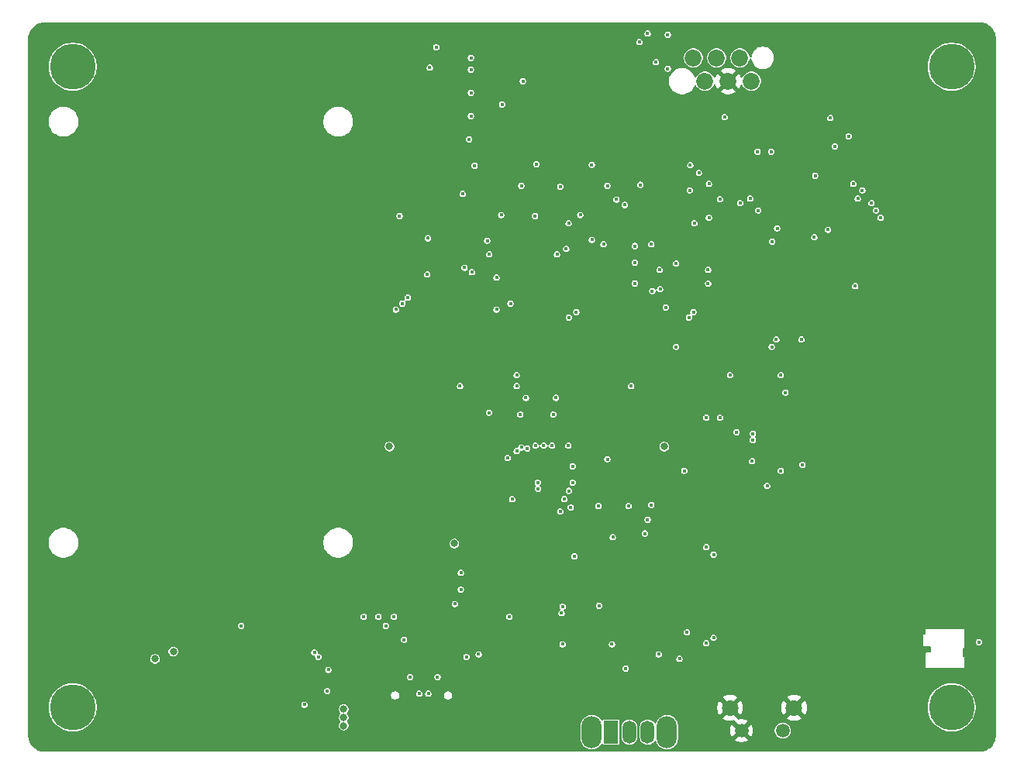
<source format=gbr>
%TF.GenerationSoftware,KiCad,Pcbnew,9.0.6+1*%
%TF.CreationDate,2026-01-19T19:04:29+00:00*%
%TF.ProjectId,Mainboard,4d61696e-626f-4617-9264-2e6b69636164, + (Unreleased)*%
%TF.SameCoordinates,Original*%
%TF.FileFunction,Copper,L2,Inr*%
%TF.FilePolarity,Positive*%
%FSLAX46Y46*%
G04 Gerber Fmt 4.6, Leading zero omitted, Abs format (unit mm)*
G04 Created by KiCad (PCBNEW 9.0.6+1) date 2026-01-19 19:04:29*
%MOMM*%
%LPD*%
G01*
G04 APERTURE LIST*
%TA.AperFunction,ComponentPad*%
%ADD10C,0.800000*%
%TD*%
%TA.AperFunction,ComponentPad*%
%ADD11C,5.000000*%
%TD*%
%TA.AperFunction,ComponentPad*%
%ADD12C,1.500000*%
%TD*%
%TA.AperFunction,ComponentPad*%
%ADD13C,1.800000*%
%TD*%
%TA.AperFunction,ComponentPad*%
%ADD14O,2.200000X3.500000*%
%TD*%
%TA.AperFunction,ComponentPad*%
%ADD15R,1.500000X2.500000*%
%TD*%
%TA.AperFunction,ComponentPad*%
%ADD16O,1.500000X2.500000*%
%TD*%
%TA.AperFunction,ComponentPad*%
%ADD17C,1.850000*%
%TD*%
%TA.AperFunction,ViaPad*%
%ADD18C,0.450000*%
%TD*%
%TA.AperFunction,ViaPad*%
%ADD19C,0.800000*%
%TD*%
G04 APERTURE END LIST*
D10*
%TO.N,N/C*%
%TO.C,REF\u002A\u002A*%
X259125000Y-123000000D03*
X259674175Y-121674175D03*
X259674175Y-124325825D03*
X261000000Y-121125000D03*
D11*
X261000000Y-123000000D03*
D10*
X261000000Y-124875000D03*
X262325825Y-121674175D03*
X262325825Y-124325825D03*
X262875000Y-123000000D03*
%TD*%
D12*
%TO.N,/Project Architecture/MCU/ESP-Enable*%
%TO.C,SW901*%
X242550000Y-195550000D03*
%TO.N,GND*%
X238050000Y-195550000D03*
D13*
X236800000Y-193050000D03*
X243800000Y-193050000D03*
%TD*%
D10*
%TO.N,N/C*%
%TO.C,REF\u002A\u002A*%
X259125000Y-193000000D03*
X259674175Y-191674175D03*
X259674175Y-194325825D03*
X261000000Y-191125000D03*
D11*
X261000000Y-193000000D03*
D10*
X261000000Y-194875000D03*
X262325825Y-191674175D03*
X262325825Y-194325825D03*
X262875000Y-193000000D03*
%TD*%
%TO.N,N/C*%
%TO.C,REF\u002A\u002A*%
X163125000Y-193000000D03*
X163674175Y-191674175D03*
X163674175Y-194325825D03*
X165000000Y-191125000D03*
D11*
X165000000Y-193000000D03*
D10*
X165000000Y-194875000D03*
X166325825Y-191674175D03*
X166325825Y-194325825D03*
X166875000Y-193000000D03*
%TD*%
D14*
%TO.N,*%
%TO.C,SW701*%
X221700000Y-195700000D03*
X229900000Y-195700000D03*
D15*
%TO.N,Net-(SW701-A)*%
X223800000Y-195700000D03*
D16*
%TO.N,Net-(IC801-EN)*%
X225800000Y-195700000D03*
%TO.N,+BATT*%
X227800000Y-195700000D03*
%TD*%
D10*
%TO.N,N/C*%
%TO.C,REF\u002A\u002A*%
X163125000Y-123000000D03*
X163674175Y-121674175D03*
X163674175Y-124325825D03*
X165000000Y-121125000D03*
D11*
X165000000Y-123000000D03*
D10*
X165000000Y-124875000D03*
X166325825Y-121674175D03*
X166325825Y-124325825D03*
X166875000Y-123000000D03*
%TD*%
D17*
%TO.N,/Project Architecture/MCU/ESP-Enable*%
%TO.C,X901*%
X232790000Y-122030000D03*
%TO.N,+3V3*%
X234060000Y-124570000D03*
%TO.N,/Project Architecture/MCU/ESP-TxD*%
X235330000Y-122030000D03*
%TO.N,GND*%
X236600000Y-124570001D03*
%TO.N,/Project Architecture/MCU/ESP-RxD*%
X237870000Y-122030000D03*
%TO.N,/Project Architecture/MCU/ESP-Boot*%
X239140000Y-124570000D03*
%TD*%
D18*
%TO.N,GND*%
X206400000Y-164200000D03*
X222900000Y-174900000D03*
X221460000Y-184270000D03*
X225400000Y-139425000D03*
X205900000Y-176225000D03*
X239175000Y-167600000D03*
X202700000Y-164200000D03*
X218250000Y-164400000D03*
D19*
X201750000Y-160950000D03*
D18*
X227800000Y-136725000D03*
D19*
X208210000Y-193100000D03*
D18*
X210600000Y-144950000D03*
X205150000Y-178500000D03*
X221800000Y-182000000D03*
X210750000Y-139200000D03*
X201575000Y-140130000D03*
X225025000Y-165875000D03*
X206600000Y-139400000D03*
X196054999Y-185200000D03*
X223800000Y-186700000D03*
X238300000Y-163725000D03*
D19*
X259875000Y-141900000D03*
D18*
X217350000Y-171600000D03*
D19*
X176000000Y-181300000D03*
D18*
X233843750Y-142843750D03*
X217250000Y-139200000D03*
X202100000Y-145700000D03*
X242150000Y-162650000D03*
X219200000Y-196900000D03*
X203859876Y-143500000D03*
X263987500Y-187425000D03*
X180975001Y-182000000D03*
X247250000Y-133950000D03*
X211600000Y-159600000D03*
X219700000Y-172310000D03*
X210475000Y-159175000D03*
X190205000Y-190487500D03*
X232500000Y-164200000D03*
X219675000Y-161625000D03*
X214650000Y-166325000D03*
X240850000Y-159900000D03*
X219600000Y-167550000D03*
X202605000Y-192525000D03*
X191305000Y-193475000D03*
X209000000Y-158500000D03*
D19*
X184400000Y-189150000D03*
D18*
X212500000Y-166650000D03*
X219600000Y-165750000D03*
D19*
X173700000Y-181300000D03*
D18*
X231337500Y-140100000D03*
X230700000Y-167975000D03*
X227300000Y-143200000D03*
X215000000Y-159600000D03*
X229725000Y-170875000D03*
X204080000Y-192525000D03*
X209257957Y-179264617D03*
X220300000Y-163550000D03*
X244500000Y-132300000D03*
X226500000Y-171500000D03*
X205500000Y-120075000D03*
X214650000Y-171600000D03*
X203605000Y-188800000D03*
X223700000Y-119490000D03*
X258487500Y-186650000D03*
D19*
X231550000Y-161150000D03*
D18*
X230400000Y-147800000D03*
X255500000Y-132300000D03*
X211690000Y-163690000D03*
X180475000Y-189800000D03*
D19*
X197990000Y-193200000D03*
D18*
X225000000Y-168350000D03*
X238150000Y-155500000D03*
X205500000Y-123125000D03*
X198855000Y-188109876D03*
X206400000Y-165750000D03*
X226000000Y-162975000D03*
X211690000Y-171700000D03*
X214500000Y-127210000D03*
X202700000Y-137800000D03*
X204305000Y-180775000D03*
X250500000Y-144775000D03*
%TO.N,+3V3*%
X236200000Y-128500000D03*
X196800000Y-183100000D03*
X232100000Y-184800000D03*
X246100000Y-134900000D03*
X239200000Y-166100000D03*
X239800000Y-132275000D03*
X204700000Y-120875000D03*
X217775001Y-159175001D03*
X223400000Y-165875000D03*
X192800000Y-191225000D03*
X214500000Y-159175000D03*
D19*
X206700000Y-175100000D03*
D18*
X229775000Y-149300000D03*
X204000000Y-123100000D03*
X227800000Y-172500000D03*
X239300000Y-163800000D03*
X225400000Y-188750000D03*
X200700000Y-139300000D03*
X247500000Y-140800000D03*
X224000000Y-174400000D03*
X232900000Y-140100000D03*
X210475000Y-160800000D03*
X228200000Y-170875000D03*
X221700000Y-133700000D03*
X234400000Y-146700000D03*
X244600000Y-152800000D03*
X234400000Y-145200000D03*
X198405000Y-183100000D03*
X227500000Y-174000000D03*
X208600000Y-145450000D03*
X241300000Y-132275000D03*
X203725000Y-145700000D03*
X235700000Y-137475000D03*
X263987500Y-185875000D03*
X244720001Y-166500000D03*
X227800000Y-119375000D03*
X250475000Y-146975000D03*
X237500000Y-162925000D03*
X223900000Y-186100000D03*
%TO.N,/Project Architecture/Lepton/~{Lepton-Reset}_{LV}*%
X219400000Y-171150000D03*
X213500000Y-165000000D03*
%TO.N,/Project Architecture/Lepton/Lepton-VSync_{LV}*%
X213000000Y-170250000D03*
%TO.N,/Project Architecture/Lepton/~{Lepton-PWR}_{LV}*%
X214000000Y-164600000D03*
X218700000Y-170250000D03*
%TO.N,/Project Architecture/Lepton/~{Lepton-PWR}*%
X226000000Y-157900000D03*
X207300000Y-157900000D03*
X242350000Y-167150000D03*
X231800000Y-167150000D03*
X213500000Y-157900000D03*
%TO.N,/Project Architecture/Lepton/SDA_{LV}*%
X219200000Y-169350000D03*
%TO.N,/Project Architecture/Lepton/SCL_{LV}*%
X219600000Y-168450000D03*
%TO.N,/Project Architecture/Lepton/~{Lepton-CS}_{LV}*%
X217350000Y-164400000D03*
%TO.N,/Project Architecture/Lepton/Lepton-SCLK_{LV}*%
X216450000Y-164400000D03*
%TO.N,/Project Architecture/Lepton/Lepton-MISO_{LV}*%
X215550000Y-164400000D03*
%TO.N,/Project Architecture/Battery/Battery-Charge*%
X212700000Y-183100000D03*
X200100000Y-183100000D03*
%TO.N,/Project Architecture/Camera/Camera-PWR*%
X230900000Y-144500000D03*
X241350000Y-153600000D03*
X230900000Y-153600000D03*
%TO.N,/Project Architecture/Camera/~{Camera-Reset}*%
X241850000Y-152800000D03*
%TO.N,/Project Architecture/Camera/SCL_{LV}*%
X226400000Y-144400000D03*
X226400000Y-146675000D03*
%TO.N,Net-(X1001-Pin_26)*%
X218250000Y-171600000D03*
D19*
%TO.N,+BATT*%
X194600000Y-193200000D03*
D18*
X218400000Y-182700000D03*
X218500000Y-182000000D03*
X218500000Y-186100000D03*
D19*
X199600000Y-164500000D03*
X194600000Y-195000000D03*
D18*
X206750000Y-181700000D03*
X207400000Y-180125000D03*
D19*
X229600000Y-164500000D03*
D18*
X207400000Y-178300000D03*
D19*
X194600000Y-194100000D03*
D18*
X222500000Y-181900000D03*
%TO.N,Lepton-2V8*%
X219600000Y-166650000D03*
%TO.N,Lepton-1V2*%
X212500000Y-165750000D03*
%TO.N,Lepton-3V0*%
X215800000Y-168450000D03*
X222425000Y-171000000D03*
X217500000Y-161000000D03*
X225700000Y-171000000D03*
X219150000Y-164400000D03*
X215825000Y-169125000D03*
X219800000Y-176500000D03*
X213900000Y-161000000D03*
%TO.N,/Project Architecture/MCU/~{Expander-Int}*%
X226900000Y-120300000D03*
X239300000Y-163100000D03*
%TO.N,/Project Architecture/Peripherals/~{SD-CD}*%
X242850000Y-158600000D03*
X246000000Y-141625000D03*
%TO.N,/Project Architecture/Display/SPI-MOSI*%
X237900000Y-137900000D03*
X252250000Y-137900000D03*
%TO.N,/Project Architecture/Display/~{Touch-Reset}*%
X224400000Y-137500000D03*
X232450000Y-133750000D03*
X220445000Y-139200000D03*
X247750000Y-128600000D03*
%TO.N,/Project Architecture/Display/~{Display-Reset}*%
X217900000Y-143500000D03*
X210500000Y-143500000D03*
X234500000Y-135800000D03*
X250250000Y-135800000D03*
%TO.N,/Project Architecture/Display/Display-DC*%
X251250000Y-136500000D03*
X232400000Y-136500000D03*
X210285000Y-142000000D03*
X218900000Y-142900000D03*
%TO.N,/Project Architecture/Display/~{Touch-IRQ}*%
X219175000Y-140100000D03*
X225300000Y-138100000D03*
X248250000Y-131700000D03*
X233400000Y-134600000D03*
%TO.N,/Project Architecture/Display/SPI-MISO*%
X252750000Y-138700000D03*
X239878000Y-138700000D03*
%TO.N,/Project Architecture/Display/SPI-SCLK*%
X250750000Y-137400000D03*
X239000000Y-137400000D03*
%TO.N,Camera-2V8*%
X211800000Y-139200000D03*
X227000000Y-135900000D03*
X215500000Y-139300000D03*
X228200000Y-142400000D03*
X229161034Y-147300000D03*
X228300000Y-147500000D03*
X207800000Y-144950000D03*
X229100000Y-145200000D03*
%TO.N,Camera-1V5*%
X207600000Y-136900000D03*
X203800000Y-141737500D03*
%TO.N,/Project Architecture/MCU/ESP-Enable*%
X208500000Y-122030000D03*
%TO.N,/Project Architecture/Battery/I2C-SDA*%
X241950000Y-140650000D03*
X212825000Y-148875000D03*
X191400000Y-187000000D03*
X235000000Y-176300000D03*
X220000000Y-149800000D03*
X235000000Y-185400000D03*
X232800000Y-149800000D03*
X231275000Y-187700000D03*
%TO.N,/Project Architecture/Battery/I2C-SCL*%
X211300000Y-149525000D03*
X219200000Y-150400000D03*
X232300000Y-150400000D03*
X229000000Y-187200000D03*
X209339752Y-187200000D03*
X191831000Y-187500000D03*
X211300000Y-146045000D03*
X234200000Y-161350000D03*
X235700000Y-161350000D03*
X241400000Y-142100000D03*
X234200000Y-186000000D03*
X208005000Y-187500000D03*
X234200000Y-175500000D03*
%TO.N,/Project Architecture/Camera/Camera-D7*%
X213999999Y-136000000D03*
%TO.N,/Project Architecture/Camera/Camera-D5*%
X215650000Y-133650000D03*
%TO.N,/Project Architecture/Camera/Camera-VSync*%
X222985000Y-142400000D03*
%TO.N,/Project Architecture/Camera/Camera-D0*%
X211900000Y-127110000D03*
%TO.N,/Project Architecture/Camera/Camera-HREF*%
X221715000Y-141900000D03*
%TO.N,/Project Architecture/Camera/Camera-D6*%
X208300000Y-130920000D03*
%TO.N,/Project Architecture/Display/Display-Backlight*%
X253250000Y-139500000D03*
X226400000Y-142600000D03*
X234500000Y-139500000D03*
X200300000Y-149525000D03*
%TO.N,/Project Architecture/Camera/Camera-D2*%
X208500000Y-123300000D03*
%TO.N,/Project Architecture/MCU/ESP-Boot*%
X223400000Y-136000000D03*
%TO.N,/Project Architecture/Camera/Camera-D3*%
X208500000Y-125840000D03*
%TO.N,/Project Architecture/Camera/Camera-D1*%
X214170000Y-124570000D03*
%TO.N,/Project Architecture/Camera/Camera-PCLK*%
X218250000Y-136100000D03*
X208900000Y-133800000D03*
%TO.N,/Project Architecture/Camera/Camera-D4*%
X208500000Y-128380000D03*
%TO.N,/Project Architecture/MCU/ESP-RxD*%
X230000000Y-123200000D03*
X230000000Y-119500000D03*
%TO.N,Net-(X701-CC2)*%
X204850000Y-189700000D03*
%TO.N,Net-(X701-CC1)*%
X201850000Y-189700000D03*
%TO.N,Net-(X1001-Pin_11)*%
X214650000Y-164700000D03*
%TO.N,/Project Architecture/Lepton/~{Lepton-Reset}*%
X242350000Y-156700000D03*
X236800000Y-156700000D03*
X213500000Y-156700000D03*
%TO.N,/Project Architecture/Peripherals/LED-Flash_{2}*%
X201600000Y-148225000D03*
%TO.N,/Project Architecture/Peripherals/LED-Flash_{1}*%
X201000000Y-148875000D03*
%TO.N,/Project Architecture/Display/~{Display-Expander-Int}*%
X228700000Y-122500000D03*
X249750000Y-130600000D03*
%TO.N,Net-(IC702-OUT)*%
X201200000Y-185600000D03*
%TO.N,Net-(IC701-I{slash}O2-Pad3)*%
X202850000Y-191500000D03*
X203850000Y-191500000D03*
%TO.N,Net-(IC702-TS)*%
X183400000Y-184100000D03*
X199205000Y-184100000D03*
%TO.N,Net-(IC703-CELL)*%
X190305000Y-192700000D03*
%TO.N,/Project Architecture/Battery/~{Battery-Alert}*%
X240850000Y-168800000D03*
X192925000Y-188900000D03*
D19*
%TO.N,Net-(X702-Pin_1)*%
X176000000Y-186900000D03*
%TO.N,Net-(X702-Pin_2)*%
X174000000Y-187700000D03*
%TD*%
%TA.AperFunction,Conductor*%
%TO.N,GND*%
G36*
X264004028Y-118125764D02*
G01*
X264236580Y-118141006D01*
X264252636Y-118143121D01*
X264418321Y-118176077D01*
X264477182Y-118187786D01*
X264492849Y-118191984D01*
X264601657Y-118228919D01*
X264709645Y-118265576D01*
X264724622Y-118271779D01*
X264926095Y-118371134D01*
X264929960Y-118373040D01*
X264944008Y-118381150D01*
X265134369Y-118508346D01*
X265147233Y-118518217D01*
X265319361Y-118669169D01*
X265330830Y-118680638D01*
X265481782Y-118852766D01*
X265491656Y-118865634D01*
X265618849Y-119055992D01*
X265626959Y-119070039D01*
X265728217Y-119275370D01*
X265734424Y-119290356D01*
X265808015Y-119507150D01*
X265812213Y-119522817D01*
X265856877Y-119747358D01*
X265858994Y-119763438D01*
X265874234Y-119995940D01*
X265874500Y-120004051D01*
X265874500Y-195995948D01*
X265874234Y-196004059D01*
X265858994Y-196236561D01*
X265856877Y-196252641D01*
X265812213Y-196477182D01*
X265808015Y-196492849D01*
X265734424Y-196709643D01*
X265728217Y-196724629D01*
X265626959Y-196929960D01*
X265618849Y-196944007D01*
X265491656Y-197134365D01*
X265481782Y-197147233D01*
X265330830Y-197319361D01*
X265319361Y-197330830D01*
X265147233Y-197481782D01*
X265134365Y-197491656D01*
X264944007Y-197618849D01*
X264929960Y-197626959D01*
X264724629Y-197728217D01*
X264709643Y-197734424D01*
X264492849Y-197808015D01*
X264477182Y-197812213D01*
X264252641Y-197856877D01*
X264236561Y-197858994D01*
X264022014Y-197873057D01*
X264004057Y-197874234D01*
X263995948Y-197874500D01*
X162004052Y-197874500D01*
X161995942Y-197874234D01*
X161763439Y-197858994D01*
X161747358Y-197856877D01*
X161522817Y-197812213D01*
X161507150Y-197808015D01*
X161290356Y-197734424D01*
X161275370Y-197728217D01*
X161070039Y-197626959D01*
X161055992Y-197618849D01*
X160865634Y-197491656D01*
X160852766Y-197481782D01*
X160680638Y-197330830D01*
X160669169Y-197319361D01*
X160549933Y-197183398D01*
X160518214Y-197147230D01*
X160508343Y-197134365D01*
X160469009Y-197075498D01*
X160402429Y-196975854D01*
X160381150Y-196944007D01*
X160373040Y-196929960D01*
X160319027Y-196820432D01*
X160271779Y-196724622D01*
X160265575Y-196709643D01*
X160191984Y-196492849D01*
X160187786Y-196477182D01*
X160170813Y-196391853D01*
X160143121Y-196252636D01*
X160141006Y-196236580D01*
X160125764Y-196004028D01*
X160125500Y-195995948D01*
X160125500Y-192852548D01*
X162374500Y-192852548D01*
X162374500Y-193147451D01*
X162407514Y-193440466D01*
X162407517Y-193440484D01*
X162473135Y-193727976D01*
X162473139Y-193727988D01*
X162570533Y-194006322D01*
X162698478Y-194272002D01*
X162735124Y-194330323D01*
X162855371Y-194521695D01*
X162912501Y-194593334D01*
X163037004Y-194749457D01*
X163039232Y-194752250D01*
X163247750Y-194960768D01*
X163478305Y-195144629D01*
X163727995Y-195301520D01*
X163993681Y-195429468D01*
X164165777Y-195489687D01*
X164272011Y-195526860D01*
X164272023Y-195526864D01*
X164559519Y-195592483D01*
X164559525Y-195592483D01*
X164559533Y-195592485D01*
X164754876Y-195614494D01*
X164852549Y-195625499D01*
X164852552Y-195625500D01*
X164852555Y-195625500D01*
X165147448Y-195625500D01*
X165147449Y-195625499D01*
X165297205Y-195608626D01*
X165440466Y-195592485D01*
X165440471Y-195592484D01*
X165440481Y-195592483D01*
X165727977Y-195526864D01*
X166006319Y-195429468D01*
X166272005Y-195301520D01*
X166521695Y-195144629D01*
X166752250Y-194960768D01*
X166960768Y-194752250D01*
X167144629Y-194521695D01*
X167301520Y-194272005D01*
X167429468Y-194006319D01*
X167526864Y-193727977D01*
X167592483Y-193440481D01*
X167596725Y-193402838D01*
X167608626Y-193297205D01*
X167625500Y-193147445D01*
X167625500Y-193130817D01*
X194074500Y-193130817D01*
X194074500Y-193269182D01*
X194110312Y-193402835D01*
X194110313Y-193402838D01*
X194179492Y-193522661D01*
X194179496Y-193522666D01*
X194219149Y-193562319D01*
X194252634Y-193623642D01*
X194247650Y-193693334D01*
X194219149Y-193737681D01*
X194179496Y-193777333D01*
X194179492Y-193777338D01*
X194110313Y-193897161D01*
X194110312Y-193897164D01*
X194074500Y-194030817D01*
X194074500Y-194169183D01*
X194096595Y-194251641D01*
X194110312Y-194302835D01*
X194110313Y-194302838D01*
X194179492Y-194422661D01*
X194179496Y-194422666D01*
X194219149Y-194462319D01*
X194252634Y-194523642D01*
X194247650Y-194593334D01*
X194219149Y-194637681D01*
X194179496Y-194677333D01*
X194179492Y-194677338D01*
X194110313Y-194797161D01*
X194110312Y-194797164D01*
X194074500Y-194930817D01*
X194074500Y-195069183D01*
X194086448Y-195113771D01*
X194110312Y-195202835D01*
X194110313Y-195202838D01*
X194179492Y-195322661D01*
X194179494Y-195322664D01*
X194179495Y-195322665D01*
X194277335Y-195420505D01*
X194397164Y-195489688D01*
X194530817Y-195525500D01*
X194530819Y-195525500D01*
X194669181Y-195525500D01*
X194669183Y-195525500D01*
X194802836Y-195489688D01*
X194922665Y-195420505D01*
X195020505Y-195322665D01*
X195089688Y-195202836D01*
X195125500Y-195069183D01*
X195125500Y-194953551D01*
X220474500Y-194953551D01*
X220474500Y-196446448D01*
X220504675Y-196636969D01*
X220504676Y-196636972D01*
X220564285Y-196820429D01*
X220651859Y-196992302D01*
X220765241Y-197148359D01*
X220901641Y-197284759D01*
X221057698Y-197398141D01*
X221229571Y-197485715D01*
X221413028Y-197545324D01*
X221603551Y-197575500D01*
X221603552Y-197575500D01*
X221796448Y-197575500D01*
X221796449Y-197575500D01*
X221986972Y-197545324D01*
X222170429Y-197485715D01*
X222342302Y-197398141D01*
X222498359Y-197284759D01*
X222634759Y-197148359D01*
X222736907Y-197007763D01*
X222792237Y-196965098D01*
X222861850Y-196959119D01*
X222923645Y-196991725D01*
X222940326Y-197011757D01*
X222959519Y-197040481D01*
X223001032Y-197068219D01*
X223037637Y-197075500D01*
X224562362Y-197075499D01*
X224574678Y-197073049D01*
X224598965Y-197068220D01*
X224598965Y-197068219D01*
X224598968Y-197068219D01*
X224640481Y-197040481D01*
X224668219Y-196998968D01*
X224675500Y-196962363D01*
X224675499Y-195113766D01*
X224924500Y-195113766D01*
X224924500Y-196286233D01*
X224958143Y-196455366D01*
X224958146Y-196455378D01*
X225024138Y-196614698D01*
X225024145Y-196614711D01*
X225119954Y-196758098D01*
X225119957Y-196758102D01*
X225241897Y-196880042D01*
X225241901Y-196880045D01*
X225385288Y-196975854D01*
X225385301Y-196975861D01*
X225471965Y-197011758D01*
X225544626Y-197041855D01*
X225677162Y-197068218D01*
X225713766Y-197075499D01*
X225713769Y-197075500D01*
X225713771Y-197075500D01*
X225886231Y-197075500D01*
X225886232Y-197075499D01*
X226055374Y-197041855D01*
X226214705Y-196975858D01*
X226358099Y-196880045D01*
X226480045Y-196758099D01*
X226575858Y-196614705D01*
X226641855Y-196455374D01*
X226675500Y-196286229D01*
X226675500Y-195113771D01*
X226675500Y-195113768D01*
X226675499Y-195113766D01*
X226924500Y-195113766D01*
X226924500Y-196286233D01*
X226958143Y-196455366D01*
X226958146Y-196455378D01*
X227024138Y-196614698D01*
X227024145Y-196614711D01*
X227119954Y-196758098D01*
X227119957Y-196758102D01*
X227241897Y-196880042D01*
X227241901Y-196880045D01*
X227385288Y-196975854D01*
X227385301Y-196975861D01*
X227471965Y-197011758D01*
X227544626Y-197041855D01*
X227677162Y-197068218D01*
X227713766Y-197075499D01*
X227713769Y-197075500D01*
X227713771Y-197075500D01*
X227886231Y-197075500D01*
X227886232Y-197075499D01*
X228055374Y-197041855D01*
X228214705Y-196975858D01*
X228358099Y-196880045D01*
X228480045Y-196758099D01*
X228515630Y-196704842D01*
X228569240Y-196660039D01*
X228638565Y-196651330D01*
X228701593Y-196681485D01*
X228736662Y-196735415D01*
X228764286Y-196820432D01*
X228794659Y-196880042D01*
X228851859Y-196992302D01*
X228965241Y-197148359D01*
X229101641Y-197284759D01*
X229257698Y-197398141D01*
X229429571Y-197485715D01*
X229613028Y-197545324D01*
X229803551Y-197575500D01*
X229803552Y-197575500D01*
X229996448Y-197575500D01*
X229996449Y-197575500D01*
X230186972Y-197545324D01*
X230370429Y-197485715D01*
X230542302Y-197398141D01*
X230698359Y-197284759D01*
X230834759Y-197148359D01*
X230948141Y-196992302D01*
X231035715Y-196820429D01*
X231095324Y-196636972D01*
X231119370Y-196485156D01*
X231125500Y-196446449D01*
X231125500Y-194953551D01*
X231110663Y-194859873D01*
X231095324Y-194763028D01*
X231035715Y-194579571D01*
X230948141Y-194407698D01*
X230834759Y-194251641D01*
X230698359Y-194115241D01*
X230542302Y-194001859D01*
X230370429Y-193914285D01*
X230186972Y-193854676D01*
X230186970Y-193854675D01*
X230186969Y-193854675D01*
X230040614Y-193831495D01*
X229996449Y-193824500D01*
X229803551Y-193824500D01*
X229767697Y-193830178D01*
X229613030Y-193854675D01*
X229429568Y-193914286D01*
X229257697Y-194001859D01*
X229168661Y-194066547D01*
X229101641Y-194115241D01*
X229101639Y-194115243D01*
X229101638Y-194115243D01*
X228965243Y-194251638D01*
X228965243Y-194251639D01*
X228965241Y-194251641D01*
X228928046Y-194302836D01*
X228851859Y-194407697D01*
X228764287Y-194579565D01*
X228736662Y-194664585D01*
X228697223Y-194722260D01*
X228632864Y-194749457D01*
X228564018Y-194737542D01*
X228515629Y-194695155D01*
X228480048Y-194641905D01*
X228480042Y-194641897D01*
X228358102Y-194519957D01*
X228358098Y-194519954D01*
X228214711Y-194424145D01*
X228214698Y-194424138D01*
X228055378Y-194358146D01*
X228055366Y-194358143D01*
X227886232Y-194324500D01*
X227886229Y-194324500D01*
X227713771Y-194324500D01*
X227713768Y-194324500D01*
X227544633Y-194358143D01*
X227544621Y-194358146D01*
X227385301Y-194424138D01*
X227385288Y-194424145D01*
X227241901Y-194519954D01*
X227241897Y-194519957D01*
X227119957Y-194641897D01*
X227119954Y-194641901D01*
X227024145Y-194785288D01*
X227024138Y-194785301D01*
X226958146Y-194944621D01*
X226958143Y-194944633D01*
X226924500Y-195113766D01*
X226675499Y-195113766D01*
X226666631Y-195069182D01*
X226641855Y-194944626D01*
X226621241Y-194894859D01*
X226575861Y-194785301D01*
X226575854Y-194785288D01*
X226480045Y-194641901D01*
X226480042Y-194641897D01*
X226358102Y-194519957D01*
X226358098Y-194519954D01*
X226214711Y-194424145D01*
X226214698Y-194424138D01*
X226055378Y-194358146D01*
X226055366Y-194358143D01*
X225886232Y-194324500D01*
X225886229Y-194324500D01*
X225713771Y-194324500D01*
X225713768Y-194324500D01*
X225544633Y-194358143D01*
X225544621Y-194358146D01*
X225385301Y-194424138D01*
X225385288Y-194424145D01*
X225241901Y-194519954D01*
X225241897Y-194519957D01*
X225119957Y-194641897D01*
X225119954Y-194641901D01*
X225024145Y-194785288D01*
X225024138Y-194785301D01*
X224958146Y-194944621D01*
X224958143Y-194944633D01*
X224924500Y-195113766D01*
X224675499Y-195113766D01*
X224675499Y-194437638D01*
X224672814Y-194424138D01*
X224668220Y-194401034D01*
X224668218Y-194401031D01*
X224640481Y-194359519D01*
X224598968Y-194331781D01*
X224598967Y-194331780D01*
X224598966Y-194331780D01*
X224562365Y-194324500D01*
X223037641Y-194324500D01*
X223037633Y-194324501D01*
X223001034Y-194331779D01*
X223001031Y-194331781D01*
X222959518Y-194359519D01*
X222940326Y-194388242D01*
X222886713Y-194433047D01*
X222817388Y-194441753D01*
X222754361Y-194411597D01*
X222736907Y-194392236D01*
X222734005Y-194388242D01*
X222634759Y-194251641D01*
X222498359Y-194115241D01*
X222342302Y-194001859D01*
X222170429Y-193914285D01*
X221986972Y-193854676D01*
X221986970Y-193854675D01*
X221986969Y-193854675D01*
X221840614Y-193831495D01*
X221796449Y-193824500D01*
X221603551Y-193824500D01*
X221567697Y-193830178D01*
X221413030Y-193854675D01*
X221229568Y-193914286D01*
X221057697Y-194001859D01*
X220968661Y-194066547D01*
X220901641Y-194115241D01*
X220901639Y-194115243D01*
X220901638Y-194115243D01*
X220765243Y-194251638D01*
X220765243Y-194251639D01*
X220765241Y-194251641D01*
X220728046Y-194302836D01*
X220651859Y-194407697D01*
X220564286Y-194579568D01*
X220504675Y-194763030D01*
X220474500Y-194953551D01*
X195125500Y-194953551D01*
X195125500Y-194930817D01*
X195089688Y-194797164D01*
X195038292Y-194708143D01*
X195020507Y-194677338D01*
X195020503Y-194677333D01*
X194980851Y-194637681D01*
X194947366Y-194576358D01*
X194952350Y-194506666D01*
X194980851Y-194462319D01*
X194993170Y-194450000D01*
X195020505Y-194422665D01*
X195089688Y-194302836D01*
X195125500Y-194169183D01*
X195125500Y-194030817D01*
X195089688Y-193897164D01*
X195047736Y-193824500D01*
X195020507Y-193777338D01*
X195020503Y-193777333D01*
X194980851Y-193737681D01*
X194947366Y-193676358D01*
X194952350Y-193606666D01*
X194980851Y-193562319D01*
X194988282Y-193554888D01*
X195020505Y-193522665D01*
X195089688Y-193402836D01*
X195125500Y-193269183D01*
X195125500Y-193130817D01*
X195089688Y-192997164D01*
X195083232Y-192985981D01*
X195056580Y-192939818D01*
X235400000Y-192939818D01*
X235400000Y-193160181D01*
X235434473Y-193377835D01*
X235502567Y-193587410D01*
X235602611Y-193783756D01*
X235648932Y-193847513D01*
X236198958Y-193297487D01*
X236223978Y-193357890D01*
X236295112Y-193464351D01*
X236385649Y-193554888D01*
X236492110Y-193626022D01*
X236552510Y-193651041D01*
X236002485Y-194201065D01*
X236002485Y-194201066D01*
X236066243Y-194247388D01*
X236262589Y-194347432D01*
X236472164Y-194415526D01*
X236689819Y-194450000D01*
X236910181Y-194450000D01*
X237127832Y-194415527D01*
X237196797Y-194393119D01*
X237266638Y-194391124D01*
X237326471Y-194427204D01*
X237357300Y-194489904D01*
X237357974Y-194504422D01*
X237920590Y-195067037D01*
X237857007Y-195084075D01*
X237742993Y-195149901D01*
X237649901Y-195242993D01*
X237584075Y-195357007D01*
X237567037Y-195420590D01*
X237006320Y-194859872D01*
X237006320Y-194859873D01*
X236980902Y-194894859D01*
X236980899Y-194894863D01*
X236891582Y-195070161D01*
X236830778Y-195257294D01*
X236800000Y-195451617D01*
X236800000Y-195648382D01*
X236830778Y-195842705D01*
X236891581Y-196029835D01*
X236980905Y-196205145D01*
X237006319Y-196240125D01*
X237006320Y-196240125D01*
X237567037Y-195679408D01*
X237584075Y-195742993D01*
X237649901Y-195857007D01*
X237742993Y-195950099D01*
X237857007Y-196015925D01*
X237920590Y-196032962D01*
X237359873Y-196593677D01*
X237359873Y-196593678D01*
X237394858Y-196619096D01*
X237570164Y-196708418D01*
X237757294Y-196769221D01*
X237951618Y-196800000D01*
X238148382Y-196800000D01*
X238342705Y-196769221D01*
X238529835Y-196708418D01*
X238705143Y-196619095D01*
X238740125Y-196593678D01*
X238740126Y-196593678D01*
X238179410Y-196032962D01*
X238242993Y-196015925D01*
X238357007Y-195950099D01*
X238450099Y-195857007D01*
X238515925Y-195742993D01*
X238532962Y-195679410D01*
X239093678Y-196240126D01*
X239093678Y-196240125D01*
X239119095Y-196205143D01*
X239208418Y-196029835D01*
X239269221Y-195842705D01*
X239300000Y-195648382D01*
X239300000Y-195463766D01*
X241674500Y-195463766D01*
X241674500Y-195636233D01*
X241708143Y-195805366D01*
X241708146Y-195805378D01*
X241774138Y-195964698D01*
X241774145Y-195964711D01*
X241869954Y-196108098D01*
X241869957Y-196108102D01*
X241991897Y-196230042D01*
X241991901Y-196230045D01*
X242135288Y-196325854D01*
X242135301Y-196325861D01*
X242294621Y-196391853D01*
X242294626Y-196391855D01*
X242463766Y-196425499D01*
X242463769Y-196425500D01*
X242463771Y-196425500D01*
X242636231Y-196425500D01*
X242636232Y-196425499D01*
X242805374Y-196391855D01*
X242964705Y-196325858D01*
X243108099Y-196230045D01*
X243230045Y-196108099D01*
X243325858Y-195964705D01*
X243391855Y-195805374D01*
X243425500Y-195636229D01*
X243425500Y-195463771D01*
X243425500Y-195463768D01*
X243425499Y-195463766D01*
X243397432Y-195322665D01*
X243391855Y-195294626D01*
X243370468Y-195242993D01*
X243325861Y-195135301D01*
X243325854Y-195135288D01*
X243230045Y-194991901D01*
X243230042Y-194991897D01*
X243108102Y-194869957D01*
X243108098Y-194869954D01*
X242964711Y-194774145D01*
X242964698Y-194774138D01*
X242805378Y-194708146D01*
X242805366Y-194708143D01*
X242636232Y-194674500D01*
X242636229Y-194674500D01*
X242463771Y-194674500D01*
X242463768Y-194674500D01*
X242294633Y-194708143D01*
X242294621Y-194708146D01*
X242135301Y-194774138D01*
X242135288Y-194774145D01*
X241991901Y-194869954D01*
X241991897Y-194869957D01*
X241869957Y-194991897D01*
X241869954Y-194991901D01*
X241774145Y-195135288D01*
X241774138Y-195135301D01*
X241708146Y-195294621D01*
X241708143Y-195294633D01*
X241674500Y-195463766D01*
X239300000Y-195463766D01*
X239300000Y-195451617D01*
X239269221Y-195257294D01*
X239208418Y-195070164D01*
X239119096Y-194894858D01*
X239093678Y-194859873D01*
X239093677Y-194859873D01*
X238532962Y-195420589D01*
X238515925Y-195357007D01*
X238450099Y-195242993D01*
X238357007Y-195149901D01*
X238242993Y-195084075D01*
X238179409Y-195067037D01*
X238740125Y-194506320D01*
X238740125Y-194506319D01*
X238705145Y-194480905D01*
X238529835Y-194391581D01*
X238342705Y-194330778D01*
X238148382Y-194300000D01*
X237951618Y-194300000D01*
X237757294Y-194330778D01*
X237752556Y-194331916D01*
X237752173Y-194330323D01*
X237689474Y-194332102D01*
X237629649Y-194296009D01*
X237598834Y-194233301D01*
X237597404Y-194202451D01*
X237597513Y-194201065D01*
X237047488Y-193651041D01*
X237107890Y-193626022D01*
X237214351Y-193554888D01*
X237304888Y-193464351D01*
X237376022Y-193357890D01*
X237401041Y-193297489D01*
X237951066Y-193847514D01*
X237951066Y-193847513D01*
X237997386Y-193783760D01*
X238097432Y-193587410D01*
X238165526Y-193377835D01*
X238200000Y-193160181D01*
X238200000Y-192939818D01*
X242400000Y-192939818D01*
X242400000Y-193160181D01*
X242434473Y-193377835D01*
X242502567Y-193587410D01*
X242602611Y-193783756D01*
X242648932Y-193847513D01*
X243198958Y-193297487D01*
X243223978Y-193357890D01*
X243295112Y-193464351D01*
X243385649Y-193554888D01*
X243492110Y-193626022D01*
X243552510Y-193651041D01*
X243002485Y-194201065D01*
X243002485Y-194201066D01*
X243066243Y-194247388D01*
X243262589Y-194347432D01*
X243472164Y-194415526D01*
X243689819Y-194450000D01*
X243910181Y-194450000D01*
X244127835Y-194415526D01*
X244337410Y-194347432D01*
X244533760Y-194247386D01*
X244597513Y-194201066D01*
X244597514Y-194201066D01*
X244047488Y-193651041D01*
X244107890Y-193626022D01*
X244214351Y-193554888D01*
X244304888Y-193464351D01*
X244376022Y-193357890D01*
X244401041Y-193297489D01*
X244951066Y-193847514D01*
X244951066Y-193847513D01*
X244997386Y-193783760D01*
X245097432Y-193587410D01*
X245165526Y-193377835D01*
X245200000Y-193160181D01*
X245200000Y-192939818D01*
X245188700Y-192868474D01*
X245186177Y-192852548D01*
X258374500Y-192852548D01*
X258374500Y-193147451D01*
X258407514Y-193440466D01*
X258407517Y-193440484D01*
X258473135Y-193727976D01*
X258473139Y-193727988D01*
X258570533Y-194006322D01*
X258698478Y-194272002D01*
X258735124Y-194330323D01*
X258855371Y-194521695D01*
X258912501Y-194593334D01*
X259037004Y-194749457D01*
X259039232Y-194752250D01*
X259247750Y-194960768D01*
X259478305Y-195144629D01*
X259727995Y-195301520D01*
X259993681Y-195429468D01*
X260165777Y-195489687D01*
X260272011Y-195526860D01*
X260272023Y-195526864D01*
X260559519Y-195592483D01*
X260559525Y-195592483D01*
X260559533Y-195592485D01*
X260754876Y-195614494D01*
X260852549Y-195625499D01*
X260852552Y-195625500D01*
X260852555Y-195625500D01*
X261147448Y-195625500D01*
X261147449Y-195625499D01*
X261297205Y-195608626D01*
X261440466Y-195592485D01*
X261440471Y-195592484D01*
X261440481Y-195592483D01*
X261727977Y-195526864D01*
X262006319Y-195429468D01*
X262272005Y-195301520D01*
X262521695Y-195144629D01*
X262752250Y-194960768D01*
X262960768Y-194752250D01*
X263144629Y-194521695D01*
X263301520Y-194272005D01*
X263429468Y-194006319D01*
X263526864Y-193727977D01*
X263592483Y-193440481D01*
X263596725Y-193402838D01*
X263608626Y-193297205D01*
X263625500Y-193147445D01*
X263625500Y-192852555D01*
X263625499Y-192852550D01*
X263625499Y-192852548D01*
X263592485Y-192559533D01*
X263592482Y-192559515D01*
X263581771Y-192512589D01*
X263526864Y-192272023D01*
X263520027Y-192252485D01*
X263471848Y-192114797D01*
X263429468Y-191993681D01*
X263301520Y-191727995D01*
X263144629Y-191478305D01*
X262960768Y-191247750D01*
X262752250Y-191039232D01*
X262521695Y-190855371D01*
X262272005Y-190698480D01*
X262272002Y-190698478D01*
X262006322Y-190570533D01*
X261727988Y-190473139D01*
X261727976Y-190473135D01*
X261440484Y-190407517D01*
X261440466Y-190407514D01*
X261147451Y-190374500D01*
X261147445Y-190374500D01*
X260852555Y-190374500D01*
X260852548Y-190374500D01*
X260559533Y-190407514D01*
X260559515Y-190407517D01*
X260272023Y-190473135D01*
X260272011Y-190473139D01*
X259993677Y-190570533D01*
X259727997Y-190698478D01*
X259478306Y-190855370D01*
X259247750Y-191039231D01*
X259039231Y-191247750D01*
X258855370Y-191478306D01*
X258698478Y-191727997D01*
X258570533Y-191993677D01*
X258473139Y-192272011D01*
X258473135Y-192272023D01*
X258407517Y-192559515D01*
X258407514Y-192559533D01*
X258374500Y-192852548D01*
X245186177Y-192852548D01*
X245165526Y-192722164D01*
X245097432Y-192512589D01*
X244997388Y-192316243D01*
X244951066Y-192252485D01*
X244951065Y-192252485D01*
X244401041Y-192802510D01*
X244376022Y-192742110D01*
X244304888Y-192635649D01*
X244214351Y-192545112D01*
X244107890Y-192473978D01*
X244047487Y-192448957D01*
X244597513Y-191898932D01*
X244533756Y-191852611D01*
X244337410Y-191752567D01*
X244127835Y-191684473D01*
X243910181Y-191650000D01*
X243689819Y-191650000D01*
X243472164Y-191684473D01*
X243262589Y-191752567D01*
X243066233Y-191852616D01*
X243002485Y-191898931D01*
X243002485Y-191898932D01*
X243552511Y-192448958D01*
X243492110Y-192473978D01*
X243385649Y-192545112D01*
X243295112Y-192635649D01*
X243223978Y-192742110D01*
X243198958Y-192802511D01*
X242648932Y-192252485D01*
X242648931Y-192252485D01*
X242602616Y-192316233D01*
X242502567Y-192512589D01*
X242434473Y-192722164D01*
X242400000Y-192939818D01*
X238200000Y-192939818D01*
X238165526Y-192722164D01*
X238097432Y-192512589D01*
X237997388Y-192316243D01*
X237951066Y-192252485D01*
X237951065Y-192252485D01*
X237401041Y-192802510D01*
X237376022Y-192742110D01*
X237304888Y-192635649D01*
X237214351Y-192545112D01*
X237107890Y-192473978D01*
X237047487Y-192448957D01*
X237597513Y-191898932D01*
X237533756Y-191852611D01*
X237337410Y-191752567D01*
X237127835Y-191684473D01*
X236910181Y-191650000D01*
X236689819Y-191650000D01*
X236472164Y-191684473D01*
X236262589Y-191752567D01*
X236066233Y-191852616D01*
X236002485Y-191898931D01*
X236002485Y-191898932D01*
X236552511Y-192448958D01*
X236492110Y-192473978D01*
X236385649Y-192545112D01*
X236295112Y-192635649D01*
X236223978Y-192742110D01*
X236198958Y-192802511D01*
X235648932Y-192252485D01*
X235648931Y-192252485D01*
X235602616Y-192316233D01*
X235502567Y-192512589D01*
X235434473Y-192722164D01*
X235400000Y-192939818D01*
X195056580Y-192939818D01*
X195020509Y-192877341D01*
X195020503Y-192877333D01*
X194922666Y-192779496D01*
X194922661Y-192779492D01*
X194802838Y-192710313D01*
X194802837Y-192710312D01*
X194802836Y-192710312D01*
X194669183Y-192674500D01*
X194530817Y-192674500D01*
X194397164Y-192710312D01*
X194397161Y-192710313D01*
X194277338Y-192779492D01*
X194277333Y-192779496D01*
X194179496Y-192877333D01*
X194179492Y-192877338D01*
X194110313Y-192997161D01*
X194110312Y-192997164D01*
X194074500Y-193130817D01*
X167625500Y-193130817D01*
X167625500Y-192852555D01*
X167603761Y-192659612D01*
X167603112Y-192653856D01*
X189954500Y-192653856D01*
X189954500Y-192746144D01*
X189963436Y-192779495D01*
X189978387Y-192835290D01*
X189978388Y-192835293D01*
X190024526Y-192915205D01*
X190024529Y-192915209D01*
X190024531Y-192915212D01*
X190089788Y-192980469D01*
X190089791Y-192980470D01*
X190089794Y-192980473D01*
X190169706Y-193026611D01*
X190169707Y-193026611D01*
X190169712Y-193026614D01*
X190258856Y-193050500D01*
X190258858Y-193050500D01*
X190351142Y-193050500D01*
X190351144Y-193050500D01*
X190440288Y-193026614D01*
X190440291Y-193026612D01*
X190459880Y-193015303D01*
X190480027Y-193003670D01*
X190520212Y-192980469D01*
X190585469Y-192915212D01*
X190631614Y-192835288D01*
X190655500Y-192746144D01*
X190655500Y-192653856D01*
X190631614Y-192564712D01*
X190628624Y-192559533D01*
X190585473Y-192484794D01*
X190585470Y-192484791D01*
X190585469Y-192484788D01*
X190520212Y-192419531D01*
X190520209Y-192419529D01*
X190520205Y-192419526D01*
X190440293Y-192373388D01*
X190440290Y-192373387D01*
X190440289Y-192373386D01*
X190440288Y-192373386D01*
X190351144Y-192349500D01*
X190258856Y-192349500D01*
X190169712Y-192373386D01*
X190169711Y-192373386D01*
X190169709Y-192373387D01*
X190169706Y-192373388D01*
X190089794Y-192419526D01*
X190089785Y-192419533D01*
X190024533Y-192484785D01*
X190024526Y-192484794D01*
X189978388Y-192564706D01*
X189978387Y-192564709D01*
X189978386Y-192564711D01*
X189978386Y-192564712D01*
X189954500Y-192653856D01*
X167603112Y-192653856D01*
X167592485Y-192559532D01*
X167592482Y-192559515D01*
X167581771Y-192512589D01*
X167526864Y-192272023D01*
X167520027Y-192252485D01*
X167471848Y-192114797D01*
X167429468Y-191993681D01*
X167301520Y-191727995D01*
X167243521Y-191635691D01*
X199759500Y-191635691D01*
X199759500Y-191754309D01*
X199790201Y-191868886D01*
X199849511Y-191971613D01*
X199933387Y-192055489D01*
X200036114Y-192114799D01*
X200150691Y-192145500D01*
X200150694Y-192145500D01*
X200269306Y-192145500D01*
X200269309Y-192145500D01*
X200383886Y-192114799D01*
X200486613Y-192055489D01*
X200570489Y-191971613D01*
X200629799Y-191868886D01*
X200660500Y-191754309D01*
X200660500Y-191635691D01*
X200629799Y-191521114D01*
X200622071Y-191507728D01*
X200622070Y-191507725D01*
X200590967Y-191453856D01*
X202499500Y-191453856D01*
X202499500Y-191546143D01*
X202523387Y-191635290D01*
X202523388Y-191635293D01*
X202569526Y-191715205D01*
X202569529Y-191715209D01*
X202569531Y-191715212D01*
X202634788Y-191780469D01*
X202634791Y-191780470D01*
X202634794Y-191780473D01*
X202714706Y-191826611D01*
X202714707Y-191826611D01*
X202714712Y-191826614D01*
X202803856Y-191850500D01*
X202803858Y-191850500D01*
X202896142Y-191850500D01*
X202896144Y-191850500D01*
X202985288Y-191826614D01*
X203065212Y-191780469D01*
X203130469Y-191715212D01*
X203176614Y-191635288D01*
X203200500Y-191546144D01*
X203200500Y-191453856D01*
X203499500Y-191453856D01*
X203499500Y-191546143D01*
X203523387Y-191635290D01*
X203523388Y-191635293D01*
X203569526Y-191715205D01*
X203569529Y-191715209D01*
X203569531Y-191715212D01*
X203634788Y-191780469D01*
X203634791Y-191780470D01*
X203634794Y-191780473D01*
X203714706Y-191826611D01*
X203714707Y-191826611D01*
X203714712Y-191826614D01*
X203803856Y-191850500D01*
X203803858Y-191850500D01*
X203896142Y-191850500D01*
X203896144Y-191850500D01*
X203985288Y-191826614D01*
X204065212Y-191780469D01*
X204130469Y-191715212D01*
X204176381Y-191635691D01*
X205539500Y-191635691D01*
X205539500Y-191754309D01*
X205570201Y-191868886D01*
X205629511Y-191971613D01*
X205713387Y-192055489D01*
X205816114Y-192114799D01*
X205930691Y-192145500D01*
X205930694Y-192145500D01*
X206049306Y-192145500D01*
X206049309Y-192145500D01*
X206163886Y-192114799D01*
X206266613Y-192055489D01*
X206350489Y-191971613D01*
X206409799Y-191868886D01*
X206440500Y-191754309D01*
X206440500Y-191635691D01*
X206409799Y-191521114D01*
X206350489Y-191418387D01*
X206266613Y-191334511D01*
X206163886Y-191275201D01*
X206049309Y-191244500D01*
X205930691Y-191244500D01*
X205816114Y-191275201D01*
X205816112Y-191275201D01*
X205816112Y-191275202D01*
X205713387Y-191334511D01*
X205713384Y-191334513D01*
X205629513Y-191418384D01*
X205629511Y-191418387D01*
X205570201Y-191521114D01*
X205539500Y-191635691D01*
X204176381Y-191635691D01*
X204176614Y-191635288D01*
X204200500Y-191546144D01*
X204200500Y-191453856D01*
X204176614Y-191364712D01*
X204174060Y-191360288D01*
X204130473Y-191284794D01*
X204130470Y-191284791D01*
X204130469Y-191284788D01*
X204065212Y-191219531D01*
X204065209Y-191219529D01*
X204065205Y-191219526D01*
X203985293Y-191173388D01*
X203985290Y-191173387D01*
X203985289Y-191173386D01*
X203985288Y-191173386D01*
X203896144Y-191149500D01*
X203803856Y-191149500D01*
X203714712Y-191173386D01*
X203714711Y-191173386D01*
X203714709Y-191173387D01*
X203714706Y-191173388D01*
X203634794Y-191219526D01*
X203634785Y-191219533D01*
X203569533Y-191284785D01*
X203569526Y-191284794D01*
X203523388Y-191364706D01*
X203523387Y-191364709D01*
X203499500Y-191453856D01*
X203200500Y-191453856D01*
X203176614Y-191364712D01*
X203174060Y-191360288D01*
X203130473Y-191284794D01*
X203130470Y-191284791D01*
X203130469Y-191284788D01*
X203065212Y-191219531D01*
X203065209Y-191219529D01*
X203065205Y-191219526D01*
X202985293Y-191173388D01*
X202985290Y-191173387D01*
X202985289Y-191173386D01*
X202985288Y-191173386D01*
X202896144Y-191149500D01*
X202803856Y-191149500D01*
X202714712Y-191173386D01*
X202714711Y-191173386D01*
X202714709Y-191173387D01*
X202714706Y-191173388D01*
X202634794Y-191219526D01*
X202634785Y-191219533D01*
X202569533Y-191284785D01*
X202569526Y-191284794D01*
X202523388Y-191364706D01*
X202523387Y-191364709D01*
X202499500Y-191453856D01*
X200590967Y-191453856D01*
X200570492Y-191418393D01*
X200570489Y-191418387D01*
X200486613Y-191334511D01*
X200383886Y-191275201D01*
X200269309Y-191244500D01*
X200150691Y-191244500D01*
X200036114Y-191275201D01*
X200036112Y-191275201D01*
X200036112Y-191275202D01*
X199933387Y-191334511D01*
X199933384Y-191334513D01*
X199849513Y-191418384D01*
X199849511Y-191418387D01*
X199790201Y-191521114D01*
X199759500Y-191635691D01*
X167243521Y-191635691D01*
X167144629Y-191478305D01*
X166960768Y-191247750D01*
X166891874Y-191178856D01*
X192449500Y-191178856D01*
X192449500Y-191271144D01*
X192466480Y-191334513D01*
X192473387Y-191360290D01*
X192473388Y-191360293D01*
X192519526Y-191440205D01*
X192519529Y-191440209D01*
X192519531Y-191440212D01*
X192584788Y-191505469D01*
X192584791Y-191505470D01*
X192584794Y-191505473D01*
X192664706Y-191551611D01*
X192664707Y-191551611D01*
X192664712Y-191551614D01*
X192753856Y-191575500D01*
X192753858Y-191575500D01*
X192846142Y-191575500D01*
X192846144Y-191575500D01*
X192935288Y-191551614D01*
X193015212Y-191505469D01*
X193080469Y-191440212D01*
X193126614Y-191360288D01*
X193150500Y-191271144D01*
X193150500Y-191178856D01*
X193126614Y-191089712D01*
X193097469Y-191039232D01*
X193080473Y-191009794D01*
X193080470Y-191009791D01*
X193080469Y-191009788D01*
X193015212Y-190944531D01*
X193015209Y-190944529D01*
X193015205Y-190944526D01*
X192935293Y-190898388D01*
X192935290Y-190898387D01*
X192935289Y-190898386D01*
X192935288Y-190898386D01*
X192846144Y-190874500D01*
X192753856Y-190874500D01*
X192664712Y-190898386D01*
X192664711Y-190898386D01*
X192664709Y-190898387D01*
X192664706Y-190898388D01*
X192584794Y-190944526D01*
X192584785Y-190944533D01*
X192519533Y-191009785D01*
X192519526Y-191009794D01*
X192473388Y-191089706D01*
X192473387Y-191089709D01*
X192473386Y-191089711D01*
X192473386Y-191089712D01*
X192449500Y-191178856D01*
X166891874Y-191178856D01*
X166752250Y-191039232D01*
X166521695Y-190855371D01*
X166272005Y-190698480D01*
X166272002Y-190698478D01*
X166006322Y-190570533D01*
X165727988Y-190473139D01*
X165727976Y-190473135D01*
X165440484Y-190407517D01*
X165440466Y-190407514D01*
X165147451Y-190374500D01*
X165147445Y-190374500D01*
X164852555Y-190374500D01*
X164852548Y-190374500D01*
X164559533Y-190407514D01*
X164559515Y-190407517D01*
X164272023Y-190473135D01*
X164272011Y-190473139D01*
X163993677Y-190570533D01*
X163727997Y-190698478D01*
X163478306Y-190855370D01*
X163247750Y-191039231D01*
X163039231Y-191247750D01*
X162855370Y-191478306D01*
X162698478Y-191727997D01*
X162570533Y-191993677D01*
X162473139Y-192272011D01*
X162473135Y-192272023D01*
X162407517Y-192559515D01*
X162407514Y-192559533D01*
X162374500Y-192852548D01*
X160125500Y-192852548D01*
X160125500Y-189653856D01*
X201499500Y-189653856D01*
X201499500Y-189746143D01*
X201523387Y-189835290D01*
X201523388Y-189835293D01*
X201569526Y-189915205D01*
X201569529Y-189915209D01*
X201569531Y-189915212D01*
X201634788Y-189980469D01*
X201634791Y-189980470D01*
X201634794Y-189980473D01*
X201714706Y-190026611D01*
X201714707Y-190026611D01*
X201714712Y-190026614D01*
X201803856Y-190050500D01*
X201803858Y-190050500D01*
X201896142Y-190050500D01*
X201896144Y-190050500D01*
X201985288Y-190026614D01*
X202065212Y-189980469D01*
X202130469Y-189915212D01*
X202176614Y-189835288D01*
X202200500Y-189746144D01*
X202200500Y-189653856D01*
X204499500Y-189653856D01*
X204499500Y-189746143D01*
X204523387Y-189835290D01*
X204523388Y-189835293D01*
X204569526Y-189915205D01*
X204569529Y-189915209D01*
X204569531Y-189915212D01*
X204634788Y-189980469D01*
X204634791Y-189980470D01*
X204634794Y-189980473D01*
X204714706Y-190026611D01*
X204714707Y-190026611D01*
X204714712Y-190026614D01*
X204803856Y-190050500D01*
X204803858Y-190050500D01*
X204896142Y-190050500D01*
X204896144Y-190050500D01*
X204985288Y-190026614D01*
X205065212Y-189980469D01*
X205130469Y-189915212D01*
X205176614Y-189835288D01*
X205200500Y-189746144D01*
X205200500Y-189653856D01*
X205176614Y-189564712D01*
X205176611Y-189564706D01*
X205130473Y-189484794D01*
X205130470Y-189484791D01*
X205130469Y-189484788D01*
X205065212Y-189419531D01*
X205065209Y-189419529D01*
X205065205Y-189419526D01*
X204985293Y-189373388D01*
X204985290Y-189373387D01*
X204985289Y-189373386D01*
X204985288Y-189373386D01*
X204896144Y-189349500D01*
X204803856Y-189349500D01*
X204714712Y-189373386D01*
X204714711Y-189373386D01*
X204714709Y-189373387D01*
X204714706Y-189373388D01*
X204634794Y-189419526D01*
X204634785Y-189419533D01*
X204569533Y-189484785D01*
X204569526Y-189484794D01*
X204523388Y-189564706D01*
X204523387Y-189564709D01*
X204499500Y-189653856D01*
X202200500Y-189653856D01*
X202176614Y-189564712D01*
X202176611Y-189564706D01*
X202130473Y-189484794D01*
X202130470Y-189484791D01*
X202130469Y-189484788D01*
X202065212Y-189419531D01*
X202065209Y-189419529D01*
X202065205Y-189419526D01*
X201985293Y-189373388D01*
X201985290Y-189373387D01*
X201985289Y-189373386D01*
X201985288Y-189373386D01*
X201896144Y-189349500D01*
X201803856Y-189349500D01*
X201714712Y-189373386D01*
X201714711Y-189373386D01*
X201714709Y-189373387D01*
X201714706Y-189373388D01*
X201634794Y-189419526D01*
X201634785Y-189419533D01*
X201569533Y-189484785D01*
X201569526Y-189484794D01*
X201523388Y-189564706D01*
X201523387Y-189564709D01*
X201499500Y-189653856D01*
X160125500Y-189653856D01*
X160125500Y-188853856D01*
X192574500Y-188853856D01*
X192574500Y-188946144D01*
X192579609Y-188965212D01*
X192598387Y-189035290D01*
X192598388Y-189035293D01*
X192644526Y-189115205D01*
X192644529Y-189115209D01*
X192644531Y-189115212D01*
X192709788Y-189180469D01*
X192709791Y-189180470D01*
X192709794Y-189180473D01*
X192789706Y-189226611D01*
X192789707Y-189226611D01*
X192789712Y-189226614D01*
X192878856Y-189250500D01*
X192878858Y-189250500D01*
X192971142Y-189250500D01*
X192971144Y-189250500D01*
X193060288Y-189226614D01*
X193140212Y-189180469D01*
X193205469Y-189115212D01*
X193251614Y-189035288D01*
X193275500Y-188946144D01*
X193275500Y-188853856D01*
X193251614Y-188764712D01*
X193251611Y-188764706D01*
X193247583Y-188757729D01*
X193216478Y-188703856D01*
X225049500Y-188703856D01*
X225049500Y-188796144D01*
X225064964Y-188853858D01*
X225073387Y-188885290D01*
X225073388Y-188885293D01*
X225119526Y-188965205D01*
X225119529Y-188965209D01*
X225119531Y-188965212D01*
X225184788Y-189030469D01*
X225184791Y-189030470D01*
X225184794Y-189030473D01*
X225264706Y-189076611D01*
X225264707Y-189076611D01*
X225264712Y-189076614D01*
X225353856Y-189100500D01*
X225353858Y-189100500D01*
X225446142Y-189100500D01*
X225446144Y-189100500D01*
X225535288Y-189076614D01*
X225615212Y-189030469D01*
X225680469Y-188965212D01*
X225726614Y-188885288D01*
X225750500Y-188796144D01*
X225750500Y-188703856D01*
X225726614Y-188614712D01*
X225703666Y-188574965D01*
X225680473Y-188534794D01*
X225680470Y-188534791D01*
X225680469Y-188534788D01*
X225615212Y-188469531D01*
X225615209Y-188469529D01*
X225615205Y-188469526D01*
X225535293Y-188423388D01*
X225535290Y-188423387D01*
X225535289Y-188423386D01*
X225535288Y-188423386D01*
X225446144Y-188399500D01*
X225353856Y-188399500D01*
X225264712Y-188423386D01*
X225264711Y-188423386D01*
X225264709Y-188423387D01*
X225264706Y-188423388D01*
X225184794Y-188469526D01*
X225184785Y-188469533D01*
X225119533Y-188534785D01*
X225119526Y-188534794D01*
X225073388Y-188614706D01*
X225073387Y-188614709D01*
X225073386Y-188614711D01*
X225073386Y-188614712D01*
X225049500Y-188703856D01*
X193216478Y-188703856D01*
X193205472Y-188684794D01*
X193205469Y-188684788D01*
X193140212Y-188619531D01*
X193140209Y-188619529D01*
X193140205Y-188619526D01*
X193060293Y-188573388D01*
X193060290Y-188573387D01*
X193060289Y-188573386D01*
X193060288Y-188573386D01*
X192971144Y-188549500D01*
X192878856Y-188549500D01*
X192789712Y-188573386D01*
X192789711Y-188573386D01*
X192789709Y-188573387D01*
X192789706Y-188573388D01*
X192709794Y-188619526D01*
X192709785Y-188619533D01*
X192644533Y-188684785D01*
X192644526Y-188684794D01*
X192598388Y-188764706D01*
X192598387Y-188764709D01*
X192598386Y-188764711D01*
X192598386Y-188764712D01*
X192574500Y-188853856D01*
X160125500Y-188853856D01*
X160125500Y-187630817D01*
X173474500Y-187630817D01*
X173474500Y-187769183D01*
X173496289Y-187850499D01*
X173510312Y-187902835D01*
X173510313Y-187902838D01*
X173579492Y-188022661D01*
X173579494Y-188022664D01*
X173579495Y-188022665D01*
X173677335Y-188120505D01*
X173797164Y-188189688D01*
X173930817Y-188225500D01*
X173930819Y-188225500D01*
X174069181Y-188225500D01*
X174069183Y-188225500D01*
X174202836Y-188189688D01*
X174322665Y-188120505D01*
X174420505Y-188022665D01*
X174489688Y-187902836D01*
X174525500Y-187769183D01*
X174525500Y-187630817D01*
X174489688Y-187497164D01*
X174427637Y-187389688D01*
X174420507Y-187377338D01*
X174420503Y-187377333D01*
X174322666Y-187279496D01*
X174322661Y-187279492D01*
X174202838Y-187210313D01*
X174202837Y-187210312D01*
X174202836Y-187210312D01*
X174069183Y-187174500D01*
X173930817Y-187174500D01*
X173797164Y-187210312D01*
X173797161Y-187210313D01*
X173677338Y-187279492D01*
X173677333Y-187279496D01*
X173579496Y-187377333D01*
X173579492Y-187377338D01*
X173510313Y-187497161D01*
X173510312Y-187497164D01*
X173474500Y-187630817D01*
X160125500Y-187630817D01*
X160125500Y-186830817D01*
X175474500Y-186830817D01*
X175474500Y-186969183D01*
X175503393Y-187077011D01*
X175510312Y-187102835D01*
X175510313Y-187102838D01*
X175579492Y-187222661D01*
X175579494Y-187222664D01*
X175579495Y-187222665D01*
X175677335Y-187320505D01*
X175677336Y-187320506D01*
X175677338Y-187320507D01*
X175727556Y-187349500D01*
X175797164Y-187389688D01*
X175930817Y-187425500D01*
X175930819Y-187425500D01*
X176069181Y-187425500D01*
X176069183Y-187425500D01*
X176202836Y-187389688D01*
X176322665Y-187320505D01*
X176420505Y-187222665D01*
X176489688Y-187102836D01*
X176525500Y-186969183D01*
X176525500Y-186953856D01*
X191049500Y-186953856D01*
X191049500Y-187046144D01*
X191070638Y-187125034D01*
X191073387Y-187135290D01*
X191073388Y-187135293D01*
X191119526Y-187215205D01*
X191119529Y-187215209D01*
X191119531Y-187215212D01*
X191184788Y-187280469D01*
X191184791Y-187280470D01*
X191184794Y-187280473D01*
X191264706Y-187326611D01*
X191264707Y-187326611D01*
X191264712Y-187326614D01*
X191353856Y-187350500D01*
X191353858Y-187350500D01*
X191356500Y-187350500D01*
X191358647Y-187351130D01*
X191361916Y-187351561D01*
X191361848Y-187352070D01*
X191423539Y-187370185D01*
X191469294Y-187422989D01*
X191480500Y-187474500D01*
X191480500Y-187546144D01*
X191501639Y-187625037D01*
X191504387Y-187635290D01*
X191504388Y-187635293D01*
X191550526Y-187715205D01*
X191550529Y-187715209D01*
X191550531Y-187715212D01*
X191615788Y-187780469D01*
X191615791Y-187780470D01*
X191615794Y-187780473D01*
X191695706Y-187826611D01*
X191695707Y-187826611D01*
X191695712Y-187826614D01*
X191784856Y-187850500D01*
X191784858Y-187850500D01*
X191877142Y-187850500D01*
X191877144Y-187850500D01*
X191966288Y-187826614D01*
X192046212Y-187780469D01*
X192111469Y-187715212D01*
X192157614Y-187635288D01*
X192181500Y-187546144D01*
X192181500Y-187453856D01*
X207654500Y-187453856D01*
X207654500Y-187546144D01*
X207675639Y-187625037D01*
X207678387Y-187635290D01*
X207678388Y-187635293D01*
X207724526Y-187715205D01*
X207724529Y-187715209D01*
X207724531Y-187715212D01*
X207789788Y-187780469D01*
X207789791Y-187780470D01*
X207789794Y-187780473D01*
X207869706Y-187826611D01*
X207869707Y-187826611D01*
X207869712Y-187826614D01*
X207958856Y-187850500D01*
X207958858Y-187850500D01*
X208051142Y-187850500D01*
X208051144Y-187850500D01*
X208140288Y-187826614D01*
X208220212Y-187780469D01*
X208285469Y-187715212D01*
X208320894Y-187653856D01*
X230924500Y-187653856D01*
X230924500Y-187746144D01*
X230946061Y-187826612D01*
X230948387Y-187835290D01*
X230948388Y-187835293D01*
X230994526Y-187915205D01*
X230994529Y-187915209D01*
X230994531Y-187915212D01*
X231059788Y-187980469D01*
X231059791Y-187980470D01*
X231059794Y-187980473D01*
X231139706Y-188026611D01*
X231139707Y-188026611D01*
X231139712Y-188026614D01*
X231228856Y-188050500D01*
X231228858Y-188050500D01*
X231321142Y-188050500D01*
X231321144Y-188050500D01*
X231410288Y-188026614D01*
X231490212Y-187980469D01*
X231555469Y-187915212D01*
X231601614Y-187835288D01*
X231625500Y-187746144D01*
X231625500Y-187653856D01*
X231601614Y-187564712D01*
X231590893Y-187546143D01*
X231555473Y-187484794D01*
X231555470Y-187484791D01*
X231555469Y-187484788D01*
X231490212Y-187419531D01*
X231490209Y-187419529D01*
X231490205Y-187419526D01*
X231410293Y-187373388D01*
X231410290Y-187373387D01*
X231410289Y-187373386D01*
X231410288Y-187373386D01*
X231321144Y-187349500D01*
X231228856Y-187349500D01*
X231139712Y-187373386D01*
X231139711Y-187373386D01*
X231139709Y-187373387D01*
X231139706Y-187373388D01*
X231059794Y-187419526D01*
X231059785Y-187419533D01*
X230994533Y-187484785D01*
X230994526Y-187484794D01*
X230948388Y-187564706D01*
X230948387Y-187564709D01*
X230948386Y-187564711D01*
X230948386Y-187564712D01*
X230924500Y-187653856D01*
X208320894Y-187653856D01*
X208331614Y-187635288D01*
X208355500Y-187546144D01*
X208355500Y-187453856D01*
X208331614Y-187364712D01*
X208324315Y-187352070D01*
X208285473Y-187284794D01*
X208285470Y-187284791D01*
X208285469Y-187284788D01*
X208220212Y-187219531D01*
X208220209Y-187219529D01*
X208220205Y-187219526D01*
X208140293Y-187173388D01*
X208140290Y-187173387D01*
X208140289Y-187173386D01*
X208140288Y-187173386D01*
X208067401Y-187153856D01*
X208989252Y-187153856D01*
X208989252Y-187246144D01*
X209010813Y-187326612D01*
X209013139Y-187335290D01*
X209013140Y-187335293D01*
X209059278Y-187415205D01*
X209059281Y-187415209D01*
X209059283Y-187415212D01*
X209124540Y-187480469D01*
X209124543Y-187480470D01*
X209124546Y-187480473D01*
X209204458Y-187526611D01*
X209204459Y-187526611D01*
X209204464Y-187526614D01*
X209293608Y-187550500D01*
X209293610Y-187550500D01*
X209385894Y-187550500D01*
X209385896Y-187550500D01*
X209475040Y-187526614D01*
X209554964Y-187480469D01*
X209620221Y-187415212D01*
X209666366Y-187335288D01*
X209690252Y-187246144D01*
X209690252Y-187153856D01*
X228649500Y-187153856D01*
X228649500Y-187246144D01*
X228671061Y-187326612D01*
X228673387Y-187335290D01*
X228673388Y-187335293D01*
X228719526Y-187415205D01*
X228719529Y-187415209D01*
X228719531Y-187415212D01*
X228784788Y-187480469D01*
X228784791Y-187480470D01*
X228784794Y-187480473D01*
X228864706Y-187526611D01*
X228864707Y-187526611D01*
X228864712Y-187526614D01*
X228953856Y-187550500D01*
X228953858Y-187550500D01*
X229046142Y-187550500D01*
X229046144Y-187550500D01*
X229135288Y-187526614D01*
X229215212Y-187480469D01*
X229280469Y-187415212D01*
X229326614Y-187335288D01*
X229350500Y-187246144D01*
X229350500Y-187153856D01*
X229326614Y-187064712D01*
X229315893Y-187046143D01*
X229280473Y-186984794D01*
X229280470Y-186984791D01*
X229280469Y-186984788D01*
X229215212Y-186919531D01*
X229215209Y-186919529D01*
X229215205Y-186919526D01*
X229135293Y-186873388D01*
X229135290Y-186873387D01*
X229135289Y-186873386D01*
X229135288Y-186873386D01*
X229046144Y-186849500D01*
X228953856Y-186849500D01*
X228864712Y-186873386D01*
X228864711Y-186873386D01*
X228864709Y-186873387D01*
X228864706Y-186873388D01*
X228784794Y-186919526D01*
X228784785Y-186919533D01*
X228719533Y-186984785D01*
X228719526Y-186984794D01*
X228673388Y-187064706D01*
X228673387Y-187064709D01*
X228673386Y-187064711D01*
X228673386Y-187064712D01*
X228649500Y-187153856D01*
X209690252Y-187153856D01*
X209666366Y-187064712D01*
X209655645Y-187046143D01*
X209620225Y-186984794D01*
X209620222Y-186984791D01*
X209620221Y-186984788D01*
X209554964Y-186919531D01*
X209554961Y-186919529D01*
X209554957Y-186919526D01*
X209475045Y-186873388D01*
X209475042Y-186873387D01*
X209475041Y-186873386D01*
X209475040Y-186873386D01*
X209385896Y-186849500D01*
X209293608Y-186849500D01*
X209204464Y-186873386D01*
X209204463Y-186873386D01*
X209204461Y-186873387D01*
X209204458Y-186873388D01*
X209124546Y-186919526D01*
X209124537Y-186919533D01*
X209059285Y-186984785D01*
X209059278Y-186984794D01*
X209013140Y-187064706D01*
X209013139Y-187064709D01*
X209013138Y-187064711D01*
X209013138Y-187064712D01*
X208989252Y-187153856D01*
X208067401Y-187153856D01*
X208051144Y-187149500D01*
X207958856Y-187149500D01*
X207869712Y-187173386D01*
X207869711Y-187173386D01*
X207869709Y-187173387D01*
X207869706Y-187173388D01*
X207789794Y-187219526D01*
X207789785Y-187219533D01*
X207724533Y-187284785D01*
X207724526Y-187284794D01*
X207678388Y-187364706D01*
X207678387Y-187364709D01*
X207678386Y-187364711D01*
X207678386Y-187364712D01*
X207654500Y-187453856D01*
X192181500Y-187453856D01*
X192157614Y-187364712D01*
X192150315Y-187352070D01*
X192111473Y-187284794D01*
X192111470Y-187284791D01*
X192111469Y-187284788D01*
X192046212Y-187219531D01*
X192046209Y-187219529D01*
X192046205Y-187219526D01*
X191966293Y-187173388D01*
X191966290Y-187173387D01*
X191966289Y-187173386D01*
X191966288Y-187173386D01*
X191877144Y-187149500D01*
X191874500Y-187149500D01*
X191872352Y-187148869D01*
X191869084Y-187148439D01*
X191869151Y-187147929D01*
X191807461Y-187129815D01*
X191761706Y-187077011D01*
X191750500Y-187025500D01*
X191750500Y-186953858D01*
X191750500Y-186953856D01*
X191726614Y-186864712D01*
X191726611Y-186864706D01*
X191680473Y-186784794D01*
X191680470Y-186784791D01*
X191680469Y-186784788D01*
X191615212Y-186719531D01*
X191615209Y-186719529D01*
X191615205Y-186719526D01*
X191535293Y-186673388D01*
X191535290Y-186673387D01*
X191535289Y-186673386D01*
X191535288Y-186673386D01*
X191446144Y-186649500D01*
X191353856Y-186649500D01*
X191264712Y-186673386D01*
X191264711Y-186673386D01*
X191264709Y-186673387D01*
X191264706Y-186673388D01*
X191184794Y-186719526D01*
X191184785Y-186719533D01*
X191119533Y-186784785D01*
X191119526Y-186784794D01*
X191073388Y-186864706D01*
X191073387Y-186864709D01*
X191073386Y-186864711D01*
X191073386Y-186864712D01*
X191049500Y-186953856D01*
X176525500Y-186953856D01*
X176525500Y-186830817D01*
X176489688Y-186697164D01*
X176420505Y-186577335D01*
X176322665Y-186479495D01*
X176322664Y-186479494D01*
X176322661Y-186479492D01*
X176202838Y-186410313D01*
X176202837Y-186410312D01*
X176202836Y-186410312D01*
X176069183Y-186374500D01*
X175930817Y-186374500D01*
X175797164Y-186410312D01*
X175797161Y-186410313D01*
X175677338Y-186479492D01*
X175677333Y-186479496D01*
X175579496Y-186577333D01*
X175579492Y-186577338D01*
X175510313Y-186697161D01*
X175510312Y-186697164D01*
X175474500Y-186830817D01*
X160125500Y-186830817D01*
X160125500Y-186053856D01*
X218149500Y-186053856D01*
X218149500Y-186146144D01*
X218170763Y-186225500D01*
X218173387Y-186235290D01*
X218173388Y-186235293D01*
X218219526Y-186315205D01*
X218219529Y-186315209D01*
X218219531Y-186315212D01*
X218284788Y-186380469D01*
X218284791Y-186380470D01*
X218284794Y-186380473D01*
X218364706Y-186426611D01*
X218364707Y-186426611D01*
X218364712Y-186426614D01*
X218453856Y-186450500D01*
X218453858Y-186450500D01*
X218546142Y-186450500D01*
X218546144Y-186450500D01*
X218635288Y-186426614D01*
X218715212Y-186380469D01*
X218780469Y-186315212D01*
X218826614Y-186235288D01*
X218850500Y-186146144D01*
X218850500Y-186053856D01*
X223549500Y-186053856D01*
X223549500Y-186146144D01*
X223570763Y-186225500D01*
X223573387Y-186235290D01*
X223573388Y-186235293D01*
X223619526Y-186315205D01*
X223619529Y-186315209D01*
X223619531Y-186315212D01*
X223684788Y-186380469D01*
X223684791Y-186380470D01*
X223684794Y-186380473D01*
X223764706Y-186426611D01*
X223764707Y-186426611D01*
X223764712Y-186426614D01*
X223853856Y-186450500D01*
X223853858Y-186450500D01*
X223946142Y-186450500D01*
X223946144Y-186450500D01*
X224035288Y-186426614D01*
X224115212Y-186380469D01*
X224180469Y-186315212D01*
X224226614Y-186235288D01*
X224250500Y-186146144D01*
X224250500Y-186053856D01*
X224226614Y-185964712D01*
X224226611Y-185964706D01*
X224220347Y-185953856D01*
X233849500Y-185953856D01*
X233849500Y-186046144D01*
X233861308Y-186090214D01*
X233873387Y-186135290D01*
X233873388Y-186135293D01*
X233919526Y-186215205D01*
X233919529Y-186215209D01*
X233919531Y-186215212D01*
X233984788Y-186280469D01*
X233984791Y-186280470D01*
X233984794Y-186280473D01*
X234064706Y-186326611D01*
X234064707Y-186326611D01*
X234064712Y-186326614D01*
X234153856Y-186350500D01*
X234153858Y-186350500D01*
X234246142Y-186350500D01*
X234246144Y-186350500D01*
X234335288Y-186326614D01*
X234415212Y-186280469D01*
X234480469Y-186215212D01*
X234526614Y-186135288D01*
X234550500Y-186046144D01*
X234550500Y-185953856D01*
X234526614Y-185864712D01*
X234526611Y-185864706D01*
X234480473Y-185784794D01*
X234480470Y-185784791D01*
X234480469Y-185784788D01*
X234415212Y-185719531D01*
X234415209Y-185719529D01*
X234415205Y-185719526D01*
X234335293Y-185673388D01*
X234335290Y-185673387D01*
X234335289Y-185673386D01*
X234335288Y-185673386D01*
X234246144Y-185649500D01*
X234153856Y-185649500D01*
X234064712Y-185673386D01*
X234064711Y-185673386D01*
X234064709Y-185673387D01*
X234064706Y-185673388D01*
X233984794Y-185719526D01*
X233984785Y-185719533D01*
X233919533Y-185784785D01*
X233919526Y-185784794D01*
X233873388Y-185864706D01*
X233873387Y-185864709D01*
X233873386Y-185864711D01*
X233873386Y-185864712D01*
X233849500Y-185953856D01*
X224220347Y-185953856D01*
X224180473Y-185884794D01*
X224180470Y-185884791D01*
X224180469Y-185884788D01*
X224115212Y-185819531D01*
X224115209Y-185819529D01*
X224115205Y-185819526D01*
X224035293Y-185773388D01*
X224035290Y-185773387D01*
X224035289Y-185773386D01*
X224035288Y-185773386D01*
X223946144Y-185749500D01*
X223853856Y-185749500D01*
X223764712Y-185773386D01*
X223764711Y-185773386D01*
X223764709Y-185773387D01*
X223764706Y-185773388D01*
X223684794Y-185819526D01*
X223684785Y-185819533D01*
X223619533Y-185884785D01*
X223619526Y-185884794D01*
X223573388Y-185964706D01*
X223573387Y-185964709D01*
X223573386Y-185964711D01*
X223573386Y-185964712D01*
X223549500Y-186053856D01*
X218850500Y-186053856D01*
X218826614Y-185964712D01*
X218826611Y-185964706D01*
X218780473Y-185884794D01*
X218780470Y-185884791D01*
X218780469Y-185884788D01*
X218715212Y-185819531D01*
X218715209Y-185819529D01*
X218715205Y-185819526D01*
X218635293Y-185773388D01*
X218635290Y-185773387D01*
X218635289Y-185773386D01*
X218635288Y-185773386D01*
X218546144Y-185749500D01*
X218453856Y-185749500D01*
X218364712Y-185773386D01*
X218364711Y-185773386D01*
X218364709Y-185773387D01*
X218364706Y-185773388D01*
X218284794Y-185819526D01*
X218284785Y-185819533D01*
X218219533Y-185884785D01*
X218219526Y-185884794D01*
X218173388Y-185964706D01*
X218173387Y-185964709D01*
X218173386Y-185964711D01*
X218173386Y-185964712D01*
X218149500Y-186053856D01*
X160125500Y-186053856D01*
X160125500Y-185553856D01*
X200849500Y-185553856D01*
X200849500Y-185646144D01*
X200871061Y-185726612D01*
X200873387Y-185735290D01*
X200873388Y-185735293D01*
X200919526Y-185815205D01*
X200919529Y-185815209D01*
X200919531Y-185815212D01*
X200984788Y-185880469D01*
X200984791Y-185880470D01*
X200984794Y-185880473D01*
X201064706Y-185926611D01*
X201064707Y-185926611D01*
X201064712Y-185926614D01*
X201153856Y-185950500D01*
X201153858Y-185950500D01*
X201246142Y-185950500D01*
X201246144Y-185950500D01*
X201335288Y-185926614D01*
X201415212Y-185880469D01*
X201480469Y-185815212D01*
X201526614Y-185735288D01*
X201550500Y-185646144D01*
X201550500Y-185553856D01*
X201526614Y-185464712D01*
X201526613Y-185464711D01*
X201526613Y-185464709D01*
X201493715Y-185407731D01*
X201493714Y-185407729D01*
X201480472Y-185384794D01*
X201480469Y-185384788D01*
X201449537Y-185353856D01*
X234649500Y-185353856D01*
X234649500Y-185446144D01*
X234670495Y-185524500D01*
X234673387Y-185535290D01*
X234673388Y-185535293D01*
X234719526Y-185615205D01*
X234719529Y-185615209D01*
X234719531Y-185615212D01*
X234784788Y-185680469D01*
X234784791Y-185680470D01*
X234784794Y-185680473D01*
X234864706Y-185726611D01*
X234864707Y-185726611D01*
X234864712Y-185726614D01*
X234953856Y-185750500D01*
X234953858Y-185750500D01*
X235046142Y-185750500D01*
X235046144Y-185750500D01*
X235135288Y-185726614D01*
X235215212Y-185680469D01*
X235280469Y-185615212D01*
X235326614Y-185535288D01*
X235350500Y-185446144D01*
X235350500Y-185353856D01*
X235326614Y-185264712D01*
X235326611Y-185264706D01*
X235280473Y-185184794D01*
X235280470Y-185184791D01*
X235280469Y-185184788D01*
X235215212Y-185119531D01*
X235201970Y-185111885D01*
X235182107Y-185100417D01*
X235182106Y-185100417D01*
X235135288Y-185073386D01*
X235046144Y-185049500D01*
X234953856Y-185049500D01*
X234864712Y-185073386D01*
X234864711Y-185073386D01*
X234864709Y-185073387D01*
X234864706Y-185073388D01*
X234784794Y-185119526D01*
X234784785Y-185119533D01*
X234719533Y-185184785D01*
X234719526Y-185184794D01*
X234673388Y-185264706D01*
X234673387Y-185264709D01*
X234673386Y-185264711D01*
X234673386Y-185264712D01*
X234649500Y-185353856D01*
X201449537Y-185353856D01*
X201415212Y-185319531D01*
X201415209Y-185319529D01*
X201415205Y-185319526D01*
X201335293Y-185273388D01*
X201335290Y-185273387D01*
X201335289Y-185273386D01*
X201335288Y-185273386D01*
X201246144Y-185249500D01*
X201153856Y-185249500D01*
X201064712Y-185273386D01*
X201064711Y-185273386D01*
X201064709Y-185273387D01*
X201064706Y-185273388D01*
X200984794Y-185319526D01*
X200984785Y-185319533D01*
X200919533Y-185384785D01*
X200919526Y-185384794D01*
X200873388Y-185464706D01*
X200873387Y-185464709D01*
X200873386Y-185464711D01*
X200873386Y-185464712D01*
X200849500Y-185553856D01*
X160125500Y-185553856D01*
X160125500Y-184753856D01*
X231749500Y-184753856D01*
X231749500Y-184846143D01*
X231773387Y-184935290D01*
X231773388Y-184935293D01*
X231819526Y-185015205D01*
X231819529Y-185015209D01*
X231819531Y-185015212D01*
X231884788Y-185080469D01*
X231884791Y-185080470D01*
X231884794Y-185080473D01*
X231964706Y-185126611D01*
X231964707Y-185126611D01*
X231964712Y-185126614D01*
X232053856Y-185150500D01*
X232053858Y-185150500D01*
X232146142Y-185150500D01*
X232146144Y-185150500D01*
X232235288Y-185126614D01*
X232315212Y-185080469D01*
X232351289Y-185044392D01*
X257887500Y-185044392D01*
X257887500Y-186350000D01*
X258663500Y-186350000D01*
X258730539Y-186369685D01*
X258776294Y-186422489D01*
X258787500Y-186474000D01*
X258787500Y-186900500D01*
X258767815Y-186967539D01*
X258715011Y-187013294D01*
X258663500Y-187024500D01*
X258262534Y-187024500D01*
X258216409Y-187043606D01*
X258181106Y-187078909D01*
X258162000Y-187125034D01*
X258162000Y-187125036D01*
X258162000Y-188574964D01*
X258181106Y-188621090D01*
X258216410Y-188656394D01*
X258262536Y-188675500D01*
X258262538Y-188675500D01*
X262312462Y-188675500D01*
X262312464Y-188675500D01*
X262358590Y-188656394D01*
X262393894Y-188621090D01*
X262413000Y-188574964D01*
X262413000Y-187625036D01*
X262393894Y-187578910D01*
X262358590Y-187543606D01*
X262312465Y-187524500D01*
X262312464Y-187524500D01*
X262311500Y-187524500D01*
X262309479Y-187523906D01*
X262300487Y-187522118D01*
X262300647Y-187521313D01*
X262244461Y-187504815D01*
X262198706Y-187452011D01*
X262187500Y-187400500D01*
X262187500Y-186599500D01*
X262207185Y-186532461D01*
X262259989Y-186486706D01*
X262300489Y-186477895D01*
X262300487Y-186477882D01*
X262301229Y-186477734D01*
X262311500Y-186475500D01*
X262312462Y-186475500D01*
X262312464Y-186475500D01*
X262358590Y-186456394D01*
X262393894Y-186421090D01*
X262413000Y-186374964D01*
X262413000Y-185828856D01*
X263637000Y-185828856D01*
X263637000Y-185921144D01*
X263652186Y-185977820D01*
X263660887Y-186010290D01*
X263660888Y-186010293D01*
X263707026Y-186090205D01*
X263707029Y-186090209D01*
X263707031Y-186090212D01*
X263772288Y-186155469D01*
X263772291Y-186155470D01*
X263772294Y-186155473D01*
X263852206Y-186201611D01*
X263852207Y-186201611D01*
X263852212Y-186201614D01*
X263941356Y-186225500D01*
X263941358Y-186225500D01*
X264033642Y-186225500D01*
X264033644Y-186225500D01*
X264122788Y-186201614D01*
X264202712Y-186155469D01*
X264267969Y-186090212D01*
X264314114Y-186010288D01*
X264338000Y-185921144D01*
X264338000Y-185828856D01*
X264314114Y-185739712D01*
X264306550Y-185726611D01*
X264267973Y-185659794D01*
X264267970Y-185659791D01*
X264267969Y-185659788D01*
X264202712Y-185594531D01*
X264202709Y-185594529D01*
X264202705Y-185594526D01*
X264122793Y-185548388D01*
X264122790Y-185548387D01*
X264122789Y-185548386D01*
X264122788Y-185548386D01*
X264033644Y-185524500D01*
X263941356Y-185524500D01*
X263852212Y-185548386D01*
X263852211Y-185548386D01*
X263852209Y-185548387D01*
X263852206Y-185548388D01*
X263772294Y-185594526D01*
X263772285Y-185594533D01*
X263707033Y-185659785D01*
X263707026Y-185659794D01*
X263660888Y-185739706D01*
X263660887Y-185739709D01*
X263660886Y-185739711D01*
X263660886Y-185739712D01*
X263637000Y-185828856D01*
X262413000Y-185828856D01*
X262413000Y-184525036D01*
X262393894Y-184478910D01*
X262358590Y-184443606D01*
X262312465Y-184424500D01*
X262312464Y-184424500D01*
X258312464Y-184424500D01*
X258262536Y-184424500D01*
X258262534Y-184424500D01*
X258216409Y-184443606D01*
X258181106Y-184478909D01*
X258162000Y-184525034D01*
X258162000Y-184920392D01*
X258142315Y-184987431D01*
X258089511Y-185033186D01*
X258038000Y-185044392D01*
X257887500Y-185044392D01*
X232351289Y-185044392D01*
X232380469Y-185015212D01*
X232426614Y-184935288D01*
X232450500Y-184846144D01*
X232450500Y-184753856D01*
X232426614Y-184664712D01*
X232426611Y-184664706D01*
X232380473Y-184584794D01*
X232380470Y-184584791D01*
X232380469Y-184584788D01*
X232315212Y-184519531D01*
X232315209Y-184519529D01*
X232315205Y-184519526D01*
X232235293Y-184473388D01*
X232235290Y-184473387D01*
X232235289Y-184473386D01*
X232235288Y-184473386D01*
X232146144Y-184449500D01*
X232053856Y-184449500D01*
X231964712Y-184473386D01*
X231964711Y-184473386D01*
X231964709Y-184473387D01*
X231964706Y-184473388D01*
X231884794Y-184519526D01*
X231884785Y-184519533D01*
X231819533Y-184584785D01*
X231819526Y-184584794D01*
X231773388Y-184664706D01*
X231773387Y-184664709D01*
X231773386Y-184664711D01*
X231773386Y-184664712D01*
X231749500Y-184753856D01*
X160125500Y-184753856D01*
X160125500Y-184053856D01*
X183049500Y-184053856D01*
X183049500Y-184146143D01*
X183073387Y-184235290D01*
X183073388Y-184235293D01*
X183119526Y-184315205D01*
X183119529Y-184315209D01*
X183119531Y-184315212D01*
X183184788Y-184380469D01*
X183184791Y-184380470D01*
X183184794Y-184380473D01*
X183264706Y-184426611D01*
X183264707Y-184426611D01*
X183264712Y-184426614D01*
X183353856Y-184450500D01*
X183353858Y-184450500D01*
X183446142Y-184450500D01*
X183446144Y-184450500D01*
X183535288Y-184426614D01*
X183615212Y-184380469D01*
X183680469Y-184315212D01*
X183726614Y-184235288D01*
X183750500Y-184146144D01*
X183750500Y-184053856D01*
X198854500Y-184053856D01*
X198854500Y-184146143D01*
X198878387Y-184235290D01*
X198878388Y-184235293D01*
X198924526Y-184315205D01*
X198924529Y-184315209D01*
X198924531Y-184315212D01*
X198989788Y-184380469D01*
X198989791Y-184380470D01*
X198989794Y-184380473D01*
X199069706Y-184426611D01*
X199069707Y-184426611D01*
X199069712Y-184426614D01*
X199158856Y-184450500D01*
X199158858Y-184450500D01*
X199251142Y-184450500D01*
X199251144Y-184450500D01*
X199340288Y-184426614D01*
X199420212Y-184380469D01*
X199485469Y-184315212D01*
X199531614Y-184235288D01*
X199555500Y-184146144D01*
X199555500Y-184053856D01*
X199531614Y-183964712D01*
X199531611Y-183964706D01*
X199485473Y-183884794D01*
X199485470Y-183884791D01*
X199485469Y-183884788D01*
X199420212Y-183819531D01*
X199420209Y-183819529D01*
X199420205Y-183819526D01*
X199340293Y-183773388D01*
X199340290Y-183773387D01*
X199340289Y-183773386D01*
X199340288Y-183773386D01*
X199251144Y-183749500D01*
X199158856Y-183749500D01*
X199069712Y-183773386D01*
X199069711Y-183773386D01*
X199069709Y-183773387D01*
X199069706Y-183773388D01*
X198989794Y-183819526D01*
X198989785Y-183819533D01*
X198924533Y-183884785D01*
X198924526Y-183884794D01*
X198878388Y-183964706D01*
X198878387Y-183964709D01*
X198854500Y-184053856D01*
X183750500Y-184053856D01*
X183726614Y-183964712D01*
X183726611Y-183964706D01*
X183680473Y-183884794D01*
X183680470Y-183884791D01*
X183680469Y-183884788D01*
X183615212Y-183819531D01*
X183615209Y-183819529D01*
X183615205Y-183819526D01*
X183535293Y-183773388D01*
X183535290Y-183773387D01*
X183535289Y-183773386D01*
X183535288Y-183773386D01*
X183446144Y-183749500D01*
X183353856Y-183749500D01*
X183264712Y-183773386D01*
X183264711Y-183773386D01*
X183264709Y-183773387D01*
X183264706Y-183773388D01*
X183184794Y-183819526D01*
X183184785Y-183819533D01*
X183119533Y-183884785D01*
X183119526Y-183884794D01*
X183073388Y-183964706D01*
X183073387Y-183964709D01*
X183049500Y-184053856D01*
X160125500Y-184053856D01*
X160125500Y-183053856D01*
X196449500Y-183053856D01*
X196449500Y-183146143D01*
X196473387Y-183235290D01*
X196473388Y-183235293D01*
X196519526Y-183315205D01*
X196519529Y-183315209D01*
X196519531Y-183315212D01*
X196584788Y-183380469D01*
X196584791Y-183380470D01*
X196584794Y-183380473D01*
X196664706Y-183426611D01*
X196664707Y-183426611D01*
X196664712Y-183426614D01*
X196753856Y-183450500D01*
X196753858Y-183450500D01*
X196846142Y-183450500D01*
X196846144Y-183450500D01*
X196935288Y-183426614D01*
X197015212Y-183380469D01*
X197080469Y-183315212D01*
X197126614Y-183235288D01*
X197150500Y-183146144D01*
X197150500Y-183053856D01*
X198054500Y-183053856D01*
X198054500Y-183146143D01*
X198078387Y-183235290D01*
X198078388Y-183235293D01*
X198124526Y-183315205D01*
X198124529Y-183315209D01*
X198124531Y-183315212D01*
X198189788Y-183380469D01*
X198189791Y-183380470D01*
X198189794Y-183380473D01*
X198269706Y-183426611D01*
X198269707Y-183426611D01*
X198269712Y-183426614D01*
X198358856Y-183450500D01*
X198358858Y-183450500D01*
X198451142Y-183450500D01*
X198451144Y-183450500D01*
X198540288Y-183426614D01*
X198620212Y-183380469D01*
X198685469Y-183315212D01*
X198731614Y-183235288D01*
X198755500Y-183146144D01*
X198755500Y-183053856D01*
X199749500Y-183053856D01*
X199749500Y-183146143D01*
X199773387Y-183235290D01*
X199773388Y-183235293D01*
X199819526Y-183315205D01*
X199819529Y-183315209D01*
X199819531Y-183315212D01*
X199884788Y-183380469D01*
X199884791Y-183380470D01*
X199884794Y-183380473D01*
X199964706Y-183426611D01*
X199964707Y-183426611D01*
X199964712Y-183426614D01*
X200053856Y-183450500D01*
X200053858Y-183450500D01*
X200146142Y-183450500D01*
X200146144Y-183450500D01*
X200235288Y-183426614D01*
X200315212Y-183380469D01*
X200380469Y-183315212D01*
X200426614Y-183235288D01*
X200450500Y-183146144D01*
X200450500Y-183053856D01*
X212349500Y-183053856D01*
X212349500Y-183146143D01*
X212373387Y-183235290D01*
X212373388Y-183235293D01*
X212419526Y-183315205D01*
X212419529Y-183315209D01*
X212419531Y-183315212D01*
X212484788Y-183380469D01*
X212484791Y-183380470D01*
X212484794Y-183380473D01*
X212564706Y-183426611D01*
X212564707Y-183426611D01*
X212564712Y-183426614D01*
X212653856Y-183450500D01*
X212653858Y-183450500D01*
X212746142Y-183450500D01*
X212746144Y-183450500D01*
X212835288Y-183426614D01*
X212915212Y-183380469D01*
X212980469Y-183315212D01*
X213026614Y-183235288D01*
X213050500Y-183146144D01*
X213050500Y-183053856D01*
X213026614Y-182964712D01*
X212998031Y-182915205D01*
X212980473Y-182884794D01*
X212980470Y-182884791D01*
X212980469Y-182884788D01*
X212915212Y-182819531D01*
X212915209Y-182819529D01*
X212915205Y-182819526D01*
X212835293Y-182773388D01*
X212835292Y-182773387D01*
X212831652Y-182772411D01*
X212805869Y-182765503D01*
X212778711Y-182758226D01*
X212746144Y-182749500D01*
X212653856Y-182749500D01*
X212564712Y-182773386D01*
X212564711Y-182773386D01*
X212564709Y-182773387D01*
X212564706Y-182773388D01*
X212484794Y-182819526D01*
X212484785Y-182819533D01*
X212419533Y-182884785D01*
X212419526Y-182884794D01*
X212373388Y-182964706D01*
X212373387Y-182964709D01*
X212373386Y-182964711D01*
X212373386Y-182964712D01*
X212350400Y-183050499D01*
X212349500Y-183053856D01*
X200450500Y-183053856D01*
X200426614Y-182964712D01*
X200398031Y-182915205D01*
X200380473Y-182884794D01*
X200380470Y-182884791D01*
X200380469Y-182884788D01*
X200315212Y-182819531D01*
X200315209Y-182819529D01*
X200315205Y-182819526D01*
X200235293Y-182773388D01*
X200235290Y-182773387D01*
X200235289Y-182773386D01*
X200235288Y-182773386D01*
X200146144Y-182749500D01*
X200053856Y-182749500D01*
X199964712Y-182773386D01*
X199964711Y-182773386D01*
X199964709Y-182773387D01*
X199964706Y-182773388D01*
X199884794Y-182819526D01*
X199884785Y-182819533D01*
X199819533Y-182884785D01*
X199819526Y-182884794D01*
X199773388Y-182964706D01*
X199773387Y-182964709D01*
X199773386Y-182964711D01*
X199773386Y-182964712D01*
X199750400Y-183050499D01*
X199749500Y-183053856D01*
X198755500Y-183053856D01*
X198731614Y-182964712D01*
X198703031Y-182915205D01*
X198685473Y-182884794D01*
X198685470Y-182884791D01*
X198685469Y-182884788D01*
X198620212Y-182819531D01*
X198620209Y-182819529D01*
X198620205Y-182819526D01*
X198540293Y-182773388D01*
X198540290Y-182773387D01*
X198540289Y-182773386D01*
X198540288Y-182773386D01*
X198451144Y-182749500D01*
X198358856Y-182749500D01*
X198269712Y-182773386D01*
X198269711Y-182773386D01*
X198269709Y-182773387D01*
X198269706Y-182773388D01*
X198189794Y-182819526D01*
X198189785Y-182819533D01*
X198124533Y-182884785D01*
X198124526Y-182884794D01*
X198078388Y-182964706D01*
X198078387Y-182964709D01*
X198078386Y-182964711D01*
X198078386Y-182964712D01*
X198055400Y-183050499D01*
X198054500Y-183053856D01*
X197150500Y-183053856D01*
X197126614Y-182964712D01*
X197098031Y-182915205D01*
X197080473Y-182884794D01*
X197080470Y-182884791D01*
X197080469Y-182884788D01*
X197015212Y-182819531D01*
X197015209Y-182819529D01*
X197015205Y-182819526D01*
X196935293Y-182773388D01*
X196935290Y-182773387D01*
X196935289Y-182773386D01*
X196935288Y-182773386D01*
X196846144Y-182749500D01*
X196753856Y-182749500D01*
X196664712Y-182773386D01*
X196664711Y-182773386D01*
X196664709Y-182773387D01*
X196664706Y-182773388D01*
X196584794Y-182819526D01*
X196584785Y-182819533D01*
X196519533Y-182884785D01*
X196519526Y-182884794D01*
X196473388Y-182964706D01*
X196473387Y-182964709D01*
X196473386Y-182964711D01*
X196473386Y-182964712D01*
X196450400Y-183050499D01*
X196449500Y-183053856D01*
X160125500Y-183053856D01*
X160125500Y-182653856D01*
X218049500Y-182653856D01*
X218049500Y-182746144D01*
X218069164Y-182819533D01*
X218073387Y-182835290D01*
X218073388Y-182835293D01*
X218119526Y-182915205D01*
X218119529Y-182915209D01*
X218119531Y-182915212D01*
X218184788Y-182980469D01*
X218184791Y-182980470D01*
X218184794Y-182980473D01*
X218264706Y-183026611D01*
X218264707Y-183026611D01*
X218264712Y-183026614D01*
X218353856Y-183050500D01*
X218353858Y-183050500D01*
X218446142Y-183050500D01*
X218446144Y-183050500D01*
X218535288Y-183026614D01*
X218615212Y-182980469D01*
X218680469Y-182915212D01*
X218726614Y-182835288D01*
X218750500Y-182746144D01*
X218750500Y-182653856D01*
X218726614Y-182564712D01*
X218726611Y-182564706D01*
X218680473Y-182484794D01*
X218680470Y-182484791D01*
X218680469Y-182484788D01*
X218677921Y-182482240D01*
X218676459Y-182479564D01*
X218675522Y-182478342D01*
X218675712Y-182478195D01*
X218644436Y-182420917D01*
X218649420Y-182351225D01*
X218691292Y-182295292D01*
X218703602Y-182287172D01*
X218715212Y-182280469D01*
X218780469Y-182215212D01*
X218826614Y-182135288D01*
X218850500Y-182046144D01*
X218850500Y-181953856D01*
X218826614Y-181864712D01*
X218826611Y-181864706D01*
X218820347Y-181853856D01*
X222149500Y-181853856D01*
X222149500Y-181946144D01*
X222171061Y-182026612D01*
X222173387Y-182035290D01*
X222173388Y-182035293D01*
X222219526Y-182115205D01*
X222219529Y-182115209D01*
X222219531Y-182115212D01*
X222284788Y-182180469D01*
X222284791Y-182180470D01*
X222284794Y-182180473D01*
X222364706Y-182226611D01*
X222364707Y-182226611D01*
X222364712Y-182226614D01*
X222453856Y-182250500D01*
X222453858Y-182250500D01*
X222546142Y-182250500D01*
X222546144Y-182250500D01*
X222635288Y-182226614D01*
X222715212Y-182180469D01*
X222780469Y-182115212D01*
X222826614Y-182035288D01*
X222850500Y-181946144D01*
X222850500Y-181853856D01*
X222826614Y-181764712D01*
X222815893Y-181746143D01*
X222780473Y-181684794D01*
X222780470Y-181684791D01*
X222780469Y-181684788D01*
X222715212Y-181619531D01*
X222715209Y-181619529D01*
X222715205Y-181619526D01*
X222635293Y-181573388D01*
X222635290Y-181573387D01*
X222635289Y-181573386D01*
X222635288Y-181573386D01*
X222546144Y-181549500D01*
X222453856Y-181549500D01*
X222364712Y-181573386D01*
X222364711Y-181573386D01*
X222364709Y-181573387D01*
X222364706Y-181573388D01*
X222284794Y-181619526D01*
X222284785Y-181619533D01*
X222219533Y-181684785D01*
X222219526Y-181684794D01*
X222173388Y-181764706D01*
X222173387Y-181764709D01*
X222173386Y-181764711D01*
X222173386Y-181764712D01*
X222149500Y-181853856D01*
X218820347Y-181853856D01*
X218780473Y-181784794D01*
X218780470Y-181784791D01*
X218780469Y-181784788D01*
X218715212Y-181719531D01*
X218715209Y-181719529D01*
X218715205Y-181719526D01*
X218635293Y-181673388D01*
X218635290Y-181673387D01*
X218635289Y-181673386D01*
X218635288Y-181673386D01*
X218546144Y-181649500D01*
X218453856Y-181649500D01*
X218364712Y-181673386D01*
X218364711Y-181673386D01*
X218364709Y-181673387D01*
X218364706Y-181673388D01*
X218284794Y-181719526D01*
X218284785Y-181719533D01*
X218219533Y-181784785D01*
X218219526Y-181784794D01*
X218173388Y-181864706D01*
X218173387Y-181864709D01*
X218173386Y-181864711D01*
X218173386Y-181864712D01*
X218149500Y-181953856D01*
X218149500Y-182046144D01*
X218168007Y-182115214D01*
X218173387Y-182135290D01*
X218173388Y-182135293D01*
X218219526Y-182215205D01*
X218219533Y-182215214D01*
X218222078Y-182217759D01*
X218223538Y-182220433D01*
X218224478Y-182221658D01*
X218224287Y-182221804D01*
X218255563Y-182279082D01*
X218250579Y-182348774D01*
X218208707Y-182404707D01*
X218196404Y-182412823D01*
X218184794Y-182419526D01*
X218184785Y-182419533D01*
X218119533Y-182484785D01*
X218119526Y-182484794D01*
X218073388Y-182564706D01*
X218073387Y-182564709D01*
X218073386Y-182564711D01*
X218073386Y-182564712D01*
X218049500Y-182653856D01*
X160125500Y-182653856D01*
X160125500Y-181653856D01*
X206399500Y-181653856D01*
X206399500Y-181746144D01*
X206409856Y-181784794D01*
X206423387Y-181835290D01*
X206423388Y-181835293D01*
X206469526Y-181915205D01*
X206469529Y-181915209D01*
X206469531Y-181915212D01*
X206534788Y-181980469D01*
X206534791Y-181980470D01*
X206534794Y-181980473D01*
X206614706Y-182026611D01*
X206614707Y-182026611D01*
X206614712Y-182026614D01*
X206703856Y-182050500D01*
X206703858Y-182050500D01*
X206796142Y-182050500D01*
X206796144Y-182050500D01*
X206885288Y-182026614D01*
X206965212Y-181980469D01*
X207030469Y-181915212D01*
X207076614Y-181835288D01*
X207100500Y-181746144D01*
X207100500Y-181653856D01*
X207076614Y-181564712D01*
X207076611Y-181564706D01*
X207030473Y-181484794D01*
X207030470Y-181484791D01*
X207030469Y-181484788D01*
X206965212Y-181419531D01*
X206965209Y-181419529D01*
X206965205Y-181419526D01*
X206885293Y-181373388D01*
X206885290Y-181373387D01*
X206885289Y-181373386D01*
X206885288Y-181373386D01*
X206796144Y-181349500D01*
X206703856Y-181349500D01*
X206614712Y-181373386D01*
X206614711Y-181373386D01*
X206614709Y-181373387D01*
X206614706Y-181373388D01*
X206534794Y-181419526D01*
X206534785Y-181419533D01*
X206469533Y-181484785D01*
X206469526Y-181484794D01*
X206423388Y-181564706D01*
X206423387Y-181564709D01*
X206423386Y-181564711D01*
X206423386Y-181564712D01*
X206399500Y-181653856D01*
X160125500Y-181653856D01*
X160125500Y-180078856D01*
X207049500Y-180078856D01*
X207049500Y-180171143D01*
X207073387Y-180260290D01*
X207073388Y-180260293D01*
X207119526Y-180340205D01*
X207119529Y-180340209D01*
X207119531Y-180340212D01*
X207184788Y-180405469D01*
X207184791Y-180405470D01*
X207184794Y-180405473D01*
X207264706Y-180451611D01*
X207264707Y-180451611D01*
X207264712Y-180451614D01*
X207353856Y-180475500D01*
X207353858Y-180475500D01*
X207446142Y-180475500D01*
X207446144Y-180475500D01*
X207535288Y-180451614D01*
X207615212Y-180405469D01*
X207680469Y-180340212D01*
X207726614Y-180260288D01*
X207750500Y-180171144D01*
X207750500Y-180078856D01*
X207726614Y-179989712D01*
X207726611Y-179989706D01*
X207680473Y-179909794D01*
X207680470Y-179909791D01*
X207680469Y-179909788D01*
X207615212Y-179844531D01*
X207615209Y-179844529D01*
X207615205Y-179844526D01*
X207535293Y-179798388D01*
X207535290Y-179798387D01*
X207535289Y-179798386D01*
X207535288Y-179798386D01*
X207446144Y-179774500D01*
X207353856Y-179774500D01*
X207264712Y-179798386D01*
X207264711Y-179798386D01*
X207264709Y-179798387D01*
X207264706Y-179798388D01*
X207184794Y-179844526D01*
X207184785Y-179844533D01*
X207119533Y-179909785D01*
X207119526Y-179909794D01*
X207073388Y-179989706D01*
X207073387Y-179989709D01*
X207049500Y-180078856D01*
X160125500Y-180078856D01*
X160125500Y-178253856D01*
X207049500Y-178253856D01*
X207049500Y-178346143D01*
X207073387Y-178435290D01*
X207073388Y-178435293D01*
X207119526Y-178515205D01*
X207119529Y-178515209D01*
X207119531Y-178515212D01*
X207184788Y-178580469D01*
X207184791Y-178580470D01*
X207184794Y-178580473D01*
X207264706Y-178626611D01*
X207264707Y-178626611D01*
X207264712Y-178626614D01*
X207353856Y-178650500D01*
X207353858Y-178650500D01*
X207446142Y-178650500D01*
X207446144Y-178650500D01*
X207535288Y-178626614D01*
X207615212Y-178580469D01*
X207680469Y-178515212D01*
X207726614Y-178435288D01*
X207750500Y-178346144D01*
X207750500Y-178253856D01*
X207726614Y-178164712D01*
X207726611Y-178164706D01*
X207680473Y-178084794D01*
X207680470Y-178084791D01*
X207680469Y-178084788D01*
X207615212Y-178019531D01*
X207615209Y-178019529D01*
X207615205Y-178019526D01*
X207535293Y-177973388D01*
X207535290Y-177973387D01*
X207535289Y-177973386D01*
X207535288Y-177973386D01*
X207446144Y-177949500D01*
X207353856Y-177949500D01*
X207264712Y-177973386D01*
X207264711Y-177973386D01*
X207264709Y-177973387D01*
X207264706Y-177973388D01*
X207184794Y-178019526D01*
X207184785Y-178019533D01*
X207119533Y-178084785D01*
X207119526Y-178084794D01*
X207073388Y-178164706D01*
X207073387Y-178164709D01*
X207049500Y-178253856D01*
X160125500Y-178253856D01*
X160125500Y-174872070D01*
X162374500Y-174872070D01*
X162374500Y-174892158D01*
X162374500Y-175127930D01*
X162389009Y-175219533D01*
X162414526Y-175380640D01*
X162493588Y-175623972D01*
X162493589Y-175623975D01*
X162541587Y-175718174D01*
X162609010Y-175850499D01*
X162609750Y-175851950D01*
X162760132Y-176058935D01*
X162760136Y-176058940D01*
X162941059Y-176239863D01*
X162941064Y-176239867D01*
X163087342Y-176346143D01*
X163148053Y-176390252D01*
X163297080Y-176466185D01*
X163376024Y-176506410D01*
X163376027Y-176506411D01*
X163497693Y-176545942D01*
X163619361Y-176585474D01*
X163872070Y-176625500D01*
X163872071Y-176625500D01*
X164127929Y-176625500D01*
X164127930Y-176625500D01*
X164380639Y-176585474D01*
X164623975Y-176506410D01*
X164851947Y-176390252D01*
X165058942Y-176239862D01*
X165239862Y-176058942D01*
X165390252Y-175851947D01*
X165506410Y-175623975D01*
X165585474Y-175380639D01*
X165625500Y-175127930D01*
X165625500Y-174872070D01*
X192374500Y-174872070D01*
X192374500Y-174892158D01*
X192374500Y-175127930D01*
X192389009Y-175219533D01*
X192414526Y-175380640D01*
X192493588Y-175623972D01*
X192493589Y-175623975D01*
X192541587Y-175718174D01*
X192609010Y-175850499D01*
X192609750Y-175851950D01*
X192760132Y-176058935D01*
X192760136Y-176058940D01*
X192941059Y-176239863D01*
X192941064Y-176239867D01*
X193087342Y-176346143D01*
X193148053Y-176390252D01*
X193297080Y-176466185D01*
X193376024Y-176506410D01*
X193376027Y-176506411D01*
X193497693Y-176545942D01*
X193619361Y-176585474D01*
X193872070Y-176625500D01*
X193872071Y-176625500D01*
X194127929Y-176625500D01*
X194127930Y-176625500D01*
X194380639Y-176585474D01*
X194623975Y-176506410D01*
X194727118Y-176453856D01*
X219449500Y-176453856D01*
X219449500Y-176546144D01*
X219471061Y-176626612D01*
X219473387Y-176635290D01*
X219473388Y-176635293D01*
X219519526Y-176715205D01*
X219519529Y-176715209D01*
X219519531Y-176715212D01*
X219584788Y-176780469D01*
X219584791Y-176780470D01*
X219584794Y-176780473D01*
X219664706Y-176826611D01*
X219664707Y-176826611D01*
X219664712Y-176826614D01*
X219753856Y-176850500D01*
X219753858Y-176850500D01*
X219846142Y-176850500D01*
X219846144Y-176850500D01*
X219935288Y-176826614D01*
X220015212Y-176780469D01*
X220080469Y-176715212D01*
X220126614Y-176635288D01*
X220150500Y-176546144D01*
X220150500Y-176453856D01*
X220126614Y-176364712D01*
X220126613Y-176364711D01*
X220126613Y-176364709D01*
X220093715Y-176307731D01*
X220093714Y-176307729D01*
X220080472Y-176284794D01*
X220080469Y-176284788D01*
X220049537Y-176253856D01*
X234649500Y-176253856D01*
X234649500Y-176346144D01*
X234654475Y-176364712D01*
X234673387Y-176435290D01*
X234673388Y-176435293D01*
X234719526Y-176515205D01*
X234719529Y-176515209D01*
X234719531Y-176515212D01*
X234784788Y-176580469D01*
X234784791Y-176580470D01*
X234784794Y-176580473D01*
X234864706Y-176626611D01*
X234864707Y-176626611D01*
X234864712Y-176626614D01*
X234953856Y-176650500D01*
X234953858Y-176650500D01*
X235046142Y-176650500D01*
X235046144Y-176650500D01*
X235135288Y-176626614D01*
X235215212Y-176580469D01*
X235280469Y-176515212D01*
X235326614Y-176435288D01*
X235350500Y-176346144D01*
X235350500Y-176253856D01*
X235326614Y-176164712D01*
X235326611Y-176164706D01*
X235280473Y-176084794D01*
X235280470Y-176084791D01*
X235280469Y-176084788D01*
X235215212Y-176019531D01*
X235215209Y-176019529D01*
X235215205Y-176019526D01*
X235135293Y-175973388D01*
X235135290Y-175973387D01*
X235135289Y-175973386D01*
X235135288Y-175973386D01*
X235046144Y-175949500D01*
X234953856Y-175949500D01*
X234864712Y-175973386D01*
X234864711Y-175973386D01*
X234864709Y-175973387D01*
X234864706Y-175973388D01*
X234784794Y-176019526D01*
X234784785Y-176019533D01*
X234719533Y-176084785D01*
X234719526Y-176084794D01*
X234673388Y-176164706D01*
X234673387Y-176164709D01*
X234673386Y-176164711D01*
X234673386Y-176164712D01*
X234649500Y-176253856D01*
X220049537Y-176253856D01*
X220015212Y-176219531D01*
X220015209Y-176219529D01*
X220015205Y-176219526D01*
X219935293Y-176173388D01*
X219935290Y-176173387D01*
X219935289Y-176173386D01*
X219935288Y-176173386D01*
X219846144Y-176149500D01*
X219753856Y-176149500D01*
X219664712Y-176173386D01*
X219664711Y-176173386D01*
X219664709Y-176173387D01*
X219664706Y-176173388D01*
X219584794Y-176219526D01*
X219584785Y-176219533D01*
X219519533Y-176284785D01*
X219519526Y-176284794D01*
X219473388Y-176364706D01*
X219473387Y-176364709D01*
X219473386Y-176364711D01*
X219473386Y-176364712D01*
X219449500Y-176453856D01*
X194727118Y-176453856D01*
X194851947Y-176390252D01*
X194887104Y-176364709D01*
X194913667Y-176345411D01*
X195058935Y-176239867D01*
X195058933Y-176239867D01*
X195058942Y-176239862D01*
X195239862Y-176058942D01*
X195390252Y-175851947D01*
X195506410Y-175623975D01*
X195585474Y-175380639D01*
X195625500Y-175127930D01*
X195625500Y-175030817D01*
X206174500Y-175030817D01*
X206174500Y-175169183D01*
X206205476Y-175284785D01*
X206210312Y-175302835D01*
X206210313Y-175302838D01*
X206279492Y-175422661D01*
X206279494Y-175422664D01*
X206279495Y-175422665D01*
X206377335Y-175520505D01*
X206377336Y-175520506D01*
X206377338Y-175520507D01*
X206421743Y-175546144D01*
X206497164Y-175589688D01*
X206630817Y-175625500D01*
X206630819Y-175625500D01*
X206769181Y-175625500D01*
X206769183Y-175625500D01*
X206902836Y-175589688D01*
X207022665Y-175520505D01*
X207089314Y-175453856D01*
X233849500Y-175453856D01*
X233849500Y-175546144D01*
X233870763Y-175625500D01*
X233873387Y-175635290D01*
X233873388Y-175635293D01*
X233919526Y-175715205D01*
X233919529Y-175715209D01*
X233919531Y-175715212D01*
X233984788Y-175780469D01*
X233984791Y-175780470D01*
X233984794Y-175780473D01*
X234064706Y-175826611D01*
X234064707Y-175826611D01*
X234064712Y-175826614D01*
X234153856Y-175850500D01*
X234153858Y-175850500D01*
X234246142Y-175850500D01*
X234246144Y-175850500D01*
X234335288Y-175826614D01*
X234415212Y-175780469D01*
X234480469Y-175715212D01*
X234526614Y-175635288D01*
X234550500Y-175546144D01*
X234550500Y-175453856D01*
X234526614Y-175364712D01*
X234490893Y-175302842D01*
X234480473Y-175284794D01*
X234480470Y-175284791D01*
X234480469Y-175284788D01*
X234415212Y-175219531D01*
X234415209Y-175219529D01*
X234415205Y-175219526D01*
X234335293Y-175173388D01*
X234335290Y-175173387D01*
X234335289Y-175173386D01*
X234335288Y-175173386D01*
X234246144Y-175149500D01*
X234153856Y-175149500D01*
X234064712Y-175173386D01*
X234064711Y-175173386D01*
X234064709Y-175173387D01*
X234064706Y-175173388D01*
X233984794Y-175219526D01*
X233984785Y-175219533D01*
X233919533Y-175284785D01*
X233919526Y-175284794D01*
X233873388Y-175364706D01*
X233873387Y-175364709D01*
X233873386Y-175364711D01*
X233873386Y-175364712D01*
X233849500Y-175453856D01*
X207089314Y-175453856D01*
X207120505Y-175422665D01*
X207153968Y-175364706D01*
X207157198Y-175359110D01*
X207189688Y-175302836D01*
X207225500Y-175169183D01*
X207225500Y-175030817D01*
X207189688Y-174897164D01*
X207120505Y-174777335D01*
X207022665Y-174679495D01*
X207022664Y-174679494D01*
X207022661Y-174679492D01*
X206902838Y-174610313D01*
X206902837Y-174610312D01*
X206902836Y-174610312D01*
X206769183Y-174574500D01*
X206630817Y-174574500D01*
X206497164Y-174610312D01*
X206497161Y-174610313D01*
X206377338Y-174679492D01*
X206377333Y-174679496D01*
X206279496Y-174777333D01*
X206279492Y-174777338D01*
X206210313Y-174897161D01*
X206210312Y-174897164D01*
X206174500Y-175030817D01*
X195625500Y-175030817D01*
X195625500Y-174872070D01*
X195585474Y-174619361D01*
X195554561Y-174524221D01*
X195509017Y-174384047D01*
X195507887Y-174380571D01*
X195506410Y-174376025D01*
X195506409Y-174376024D01*
X195506410Y-174376024D01*
X195495115Y-174353856D01*
X223649500Y-174353856D01*
X223649500Y-174446143D01*
X223673387Y-174535290D01*
X223673388Y-174535293D01*
X223719526Y-174615205D01*
X223719529Y-174615209D01*
X223719531Y-174615212D01*
X223784788Y-174680469D01*
X223784791Y-174680470D01*
X223784794Y-174680473D01*
X223864706Y-174726611D01*
X223864707Y-174726611D01*
X223864712Y-174726614D01*
X223953856Y-174750500D01*
X223953858Y-174750500D01*
X224046142Y-174750500D01*
X224046144Y-174750500D01*
X224135288Y-174726614D01*
X224215212Y-174680469D01*
X224280469Y-174615212D01*
X224326614Y-174535288D01*
X224350500Y-174446144D01*
X224350500Y-174353856D01*
X224326614Y-174264712D01*
X224298031Y-174215205D01*
X224280473Y-174184794D01*
X224280470Y-174184791D01*
X224280469Y-174184788D01*
X224215212Y-174119531D01*
X224215209Y-174119529D01*
X224215205Y-174119526D01*
X224135293Y-174073388D01*
X224135292Y-174073387D01*
X224131652Y-174072411D01*
X224105869Y-174065503D01*
X224078711Y-174058226D01*
X224046144Y-174049500D01*
X223953856Y-174049500D01*
X223864712Y-174073386D01*
X223864711Y-174073386D01*
X223864709Y-174073387D01*
X223864706Y-174073388D01*
X223784794Y-174119526D01*
X223784785Y-174119533D01*
X223719533Y-174184785D01*
X223719526Y-174184794D01*
X223673388Y-174264706D01*
X223673387Y-174264709D01*
X223673386Y-174264711D01*
X223673386Y-174264712D01*
X223650400Y-174350499D01*
X223649500Y-174353856D01*
X195495115Y-174353856D01*
X195457724Y-174280473D01*
X195390252Y-174148053D01*
X195336004Y-174073387D01*
X195249161Y-173953856D01*
X227149500Y-173953856D01*
X227149500Y-174046144D01*
X227169164Y-174119533D01*
X227173387Y-174135290D01*
X227173388Y-174135293D01*
X227219526Y-174215205D01*
X227219529Y-174215209D01*
X227219531Y-174215212D01*
X227284788Y-174280469D01*
X227284791Y-174280470D01*
X227284794Y-174280473D01*
X227364706Y-174326611D01*
X227364707Y-174326611D01*
X227364712Y-174326614D01*
X227453856Y-174350500D01*
X227453858Y-174350500D01*
X227546142Y-174350500D01*
X227546144Y-174350500D01*
X227635288Y-174326614D01*
X227715212Y-174280469D01*
X227780469Y-174215212D01*
X227826614Y-174135288D01*
X227850500Y-174046144D01*
X227850500Y-173953856D01*
X227826614Y-173864712D01*
X227826611Y-173864706D01*
X227780473Y-173784794D01*
X227780470Y-173784791D01*
X227780469Y-173784788D01*
X227715212Y-173719531D01*
X227715209Y-173719529D01*
X227715205Y-173719526D01*
X227635293Y-173673388D01*
X227635290Y-173673387D01*
X227635289Y-173673386D01*
X227635288Y-173673386D01*
X227546144Y-173649500D01*
X227453856Y-173649500D01*
X227364712Y-173673386D01*
X227364711Y-173673386D01*
X227364709Y-173673387D01*
X227364706Y-173673388D01*
X227284794Y-173719526D01*
X227284785Y-173719533D01*
X227219533Y-173784785D01*
X227219526Y-173784794D01*
X227173388Y-173864706D01*
X227173387Y-173864709D01*
X227173386Y-173864711D01*
X227173386Y-173864712D01*
X227149500Y-173953856D01*
X195249161Y-173953856D01*
X195239867Y-173941064D01*
X195239863Y-173941059D01*
X195058940Y-173760136D01*
X195058935Y-173760132D01*
X194851950Y-173609750D01*
X194851949Y-173609749D01*
X194851947Y-173609748D01*
X194778910Y-173572533D01*
X194623975Y-173493589D01*
X194623972Y-173493588D01*
X194380640Y-173414526D01*
X194254284Y-173394513D01*
X194127930Y-173374500D01*
X193872070Y-173374500D01*
X193787833Y-173387842D01*
X193619359Y-173414526D01*
X193376027Y-173493588D01*
X193376024Y-173493589D01*
X193148049Y-173609750D01*
X192941064Y-173760132D01*
X192941059Y-173760136D01*
X192760136Y-173941059D01*
X192760132Y-173941064D01*
X192609750Y-174148049D01*
X192493589Y-174376024D01*
X192493588Y-174376027D01*
X192414526Y-174619359D01*
X192397539Y-174726611D01*
X192374500Y-174872070D01*
X165625500Y-174872070D01*
X165585474Y-174619361D01*
X165529192Y-174446142D01*
X165506411Y-174376027D01*
X165506410Y-174376024D01*
X165457724Y-174280473D01*
X165390252Y-174148053D01*
X165336004Y-174073387D01*
X165239867Y-173941064D01*
X165239863Y-173941059D01*
X165058940Y-173760136D01*
X165058935Y-173760132D01*
X164851950Y-173609750D01*
X164851949Y-173609749D01*
X164851947Y-173609748D01*
X164778910Y-173572533D01*
X164623975Y-173493589D01*
X164623972Y-173493588D01*
X164380640Y-173414526D01*
X164254284Y-173394513D01*
X164127930Y-173374500D01*
X163872070Y-173374500D01*
X163787833Y-173387842D01*
X163619359Y-173414526D01*
X163376027Y-173493588D01*
X163376024Y-173493589D01*
X163148049Y-173609750D01*
X162941064Y-173760132D01*
X162941059Y-173760136D01*
X162760136Y-173941059D01*
X162760132Y-173941064D01*
X162609750Y-174148049D01*
X162493589Y-174376024D01*
X162493588Y-174376027D01*
X162414526Y-174619359D01*
X162397539Y-174726611D01*
X162374500Y-174872070D01*
X160125500Y-174872070D01*
X160125500Y-172453856D01*
X227449500Y-172453856D01*
X227449500Y-172546143D01*
X227473387Y-172635290D01*
X227473388Y-172635293D01*
X227519526Y-172715205D01*
X227519529Y-172715209D01*
X227519531Y-172715212D01*
X227584788Y-172780469D01*
X227584791Y-172780470D01*
X227584794Y-172780473D01*
X227664706Y-172826611D01*
X227664707Y-172826611D01*
X227664712Y-172826614D01*
X227753856Y-172850500D01*
X227753858Y-172850500D01*
X227846142Y-172850500D01*
X227846144Y-172850500D01*
X227935288Y-172826614D01*
X228015212Y-172780469D01*
X228080469Y-172715212D01*
X228126614Y-172635288D01*
X228150500Y-172546144D01*
X228150500Y-172453856D01*
X228126614Y-172364712D01*
X228126611Y-172364706D01*
X228080473Y-172284794D01*
X228080470Y-172284791D01*
X228080469Y-172284788D01*
X228015212Y-172219531D01*
X228015209Y-172219529D01*
X228015205Y-172219526D01*
X227935293Y-172173388D01*
X227935290Y-172173387D01*
X227935289Y-172173386D01*
X227935288Y-172173386D01*
X227846144Y-172149500D01*
X227753856Y-172149500D01*
X227664712Y-172173386D01*
X227664711Y-172173386D01*
X227664709Y-172173387D01*
X227664706Y-172173388D01*
X227584794Y-172219526D01*
X227584785Y-172219533D01*
X227519533Y-172284785D01*
X227519526Y-172284794D01*
X227473388Y-172364706D01*
X227473387Y-172364709D01*
X227449500Y-172453856D01*
X160125500Y-172453856D01*
X160125500Y-171553856D01*
X217899500Y-171553856D01*
X217899500Y-171646143D01*
X217923387Y-171735290D01*
X217923388Y-171735293D01*
X217969526Y-171815205D01*
X217969529Y-171815209D01*
X217969531Y-171815212D01*
X218034788Y-171880469D01*
X218034791Y-171880470D01*
X218034794Y-171880473D01*
X218114706Y-171926611D01*
X218114707Y-171926611D01*
X218114712Y-171926614D01*
X218203856Y-171950500D01*
X218203858Y-171950500D01*
X218296142Y-171950500D01*
X218296144Y-171950500D01*
X218385288Y-171926614D01*
X218465212Y-171880469D01*
X218530469Y-171815212D01*
X218576614Y-171735288D01*
X218600500Y-171646144D01*
X218600500Y-171553856D01*
X218576614Y-171464712D01*
X218556846Y-171430473D01*
X218530473Y-171384794D01*
X218530470Y-171384791D01*
X218530469Y-171384788D01*
X218465212Y-171319531D01*
X218465209Y-171319529D01*
X218465205Y-171319526D01*
X218385293Y-171273388D01*
X218385290Y-171273387D01*
X218385289Y-171273386D01*
X218385288Y-171273386D01*
X218296144Y-171249500D01*
X218203856Y-171249500D01*
X218114712Y-171273386D01*
X218114711Y-171273386D01*
X218114709Y-171273387D01*
X218114706Y-171273388D01*
X218034794Y-171319526D01*
X218034785Y-171319533D01*
X217969533Y-171384785D01*
X217969526Y-171384794D01*
X217923388Y-171464706D01*
X217923387Y-171464709D01*
X217923386Y-171464711D01*
X217923386Y-171464712D01*
X217920197Y-171476614D01*
X217899500Y-171553856D01*
X160125500Y-171553856D01*
X160125500Y-171103856D01*
X219049500Y-171103856D01*
X219049500Y-171196144D01*
X219070197Y-171273388D01*
X219073387Y-171285290D01*
X219073388Y-171285293D01*
X219119526Y-171365205D01*
X219119529Y-171365209D01*
X219119531Y-171365212D01*
X219184788Y-171430469D01*
X219184791Y-171430470D01*
X219184794Y-171430473D01*
X219264706Y-171476611D01*
X219264707Y-171476611D01*
X219264712Y-171476614D01*
X219353856Y-171500500D01*
X219353858Y-171500500D01*
X219446142Y-171500500D01*
X219446144Y-171500500D01*
X219535288Y-171476614D01*
X219615212Y-171430469D01*
X219680469Y-171365212D01*
X219726614Y-171285288D01*
X219750500Y-171196144D01*
X219750500Y-171103856D01*
X219726614Y-171014712D01*
X219724060Y-171010288D01*
X219722583Y-171007729D01*
X219691478Y-170953856D01*
X222074500Y-170953856D01*
X222074500Y-171046144D01*
X222089964Y-171103858D01*
X222098387Y-171135290D01*
X222098388Y-171135293D01*
X222144526Y-171215205D01*
X222144529Y-171215209D01*
X222144531Y-171215212D01*
X222209788Y-171280469D01*
X222209791Y-171280470D01*
X222209794Y-171280473D01*
X222289706Y-171326611D01*
X222289707Y-171326611D01*
X222289712Y-171326614D01*
X222378856Y-171350500D01*
X222378858Y-171350500D01*
X222471142Y-171350500D01*
X222471144Y-171350500D01*
X222560288Y-171326614D01*
X222640212Y-171280469D01*
X222705469Y-171215212D01*
X222751614Y-171135288D01*
X222775500Y-171046144D01*
X222775500Y-170953856D01*
X225349500Y-170953856D01*
X225349500Y-171046144D01*
X225364964Y-171103858D01*
X225373387Y-171135290D01*
X225373388Y-171135293D01*
X225419526Y-171215205D01*
X225419529Y-171215209D01*
X225419531Y-171215212D01*
X225484788Y-171280469D01*
X225484791Y-171280470D01*
X225484794Y-171280473D01*
X225564706Y-171326611D01*
X225564707Y-171326611D01*
X225564712Y-171326614D01*
X225653856Y-171350500D01*
X225653858Y-171350500D01*
X225746142Y-171350500D01*
X225746144Y-171350500D01*
X225835288Y-171326614D01*
X225915212Y-171280469D01*
X225980469Y-171215212D01*
X226026614Y-171135288D01*
X226050500Y-171046144D01*
X226050500Y-170953856D01*
X226026614Y-170864712D01*
X226026612Y-170864709D01*
X226026612Y-170864707D01*
X226005913Y-170828856D01*
X227849500Y-170828856D01*
X227849500Y-170921144D01*
X227872700Y-171007729D01*
X227873387Y-171010290D01*
X227873388Y-171010293D01*
X227919526Y-171090205D01*
X227919529Y-171090209D01*
X227919531Y-171090212D01*
X227984788Y-171155469D01*
X227984791Y-171155470D01*
X227984794Y-171155473D01*
X228064706Y-171201611D01*
X228064707Y-171201611D01*
X228064712Y-171201614D01*
X228153856Y-171225500D01*
X228153858Y-171225500D01*
X228246142Y-171225500D01*
X228246144Y-171225500D01*
X228335288Y-171201614D01*
X228415212Y-171155469D01*
X228480469Y-171090212D01*
X228526614Y-171010288D01*
X228550500Y-170921144D01*
X228550500Y-170828856D01*
X228526614Y-170739712D01*
X228526611Y-170739706D01*
X228480473Y-170659794D01*
X228480470Y-170659791D01*
X228480469Y-170659788D01*
X228415212Y-170594531D01*
X228415209Y-170594529D01*
X228415205Y-170594526D01*
X228335293Y-170548388D01*
X228335290Y-170548387D01*
X228335289Y-170548386D01*
X228335288Y-170548386D01*
X228246144Y-170524500D01*
X228153856Y-170524500D01*
X228064712Y-170548386D01*
X228064711Y-170548386D01*
X228064709Y-170548387D01*
X228064706Y-170548388D01*
X227984794Y-170594526D01*
X227984785Y-170594533D01*
X227919533Y-170659785D01*
X227919526Y-170659794D01*
X227873388Y-170739706D01*
X227873387Y-170739709D01*
X227873386Y-170739711D01*
X227873386Y-170739712D01*
X227849500Y-170828856D01*
X226005913Y-170828856D01*
X225980473Y-170784794D01*
X225980470Y-170784791D01*
X225980469Y-170784788D01*
X225915212Y-170719531D01*
X225915209Y-170719529D01*
X225915205Y-170719526D01*
X225835293Y-170673388D01*
X225835290Y-170673387D01*
X225835289Y-170673386D01*
X225835288Y-170673386D01*
X225746144Y-170649500D01*
X225653856Y-170649500D01*
X225564712Y-170673386D01*
X225564711Y-170673386D01*
X225564709Y-170673387D01*
X225564706Y-170673388D01*
X225484794Y-170719526D01*
X225484785Y-170719533D01*
X225419533Y-170784785D01*
X225419526Y-170784794D01*
X225373388Y-170864706D01*
X225373387Y-170864709D01*
X225373386Y-170864711D01*
X225373386Y-170864712D01*
X225349500Y-170953856D01*
X222775500Y-170953856D01*
X222751614Y-170864712D01*
X222751611Y-170864706D01*
X222705473Y-170784794D01*
X222705470Y-170784791D01*
X222705469Y-170784788D01*
X222640212Y-170719531D01*
X222640209Y-170719529D01*
X222640205Y-170719526D01*
X222560293Y-170673388D01*
X222560290Y-170673387D01*
X222560289Y-170673386D01*
X222560288Y-170673386D01*
X222471144Y-170649500D01*
X222378856Y-170649500D01*
X222289712Y-170673386D01*
X222289711Y-170673386D01*
X222289709Y-170673387D01*
X222289706Y-170673388D01*
X222209794Y-170719526D01*
X222209785Y-170719533D01*
X222144533Y-170784785D01*
X222144526Y-170784794D01*
X222098388Y-170864706D01*
X222098387Y-170864709D01*
X222098386Y-170864711D01*
X222098386Y-170864712D01*
X222074500Y-170953856D01*
X219691478Y-170953856D01*
X219680472Y-170934794D01*
X219680469Y-170934788D01*
X219615212Y-170869531D01*
X219615209Y-170869529D01*
X219615205Y-170869526D01*
X219535293Y-170823388D01*
X219535290Y-170823387D01*
X219535289Y-170823386D01*
X219535288Y-170823386D01*
X219446144Y-170799500D01*
X219353856Y-170799500D01*
X219264712Y-170823386D01*
X219264711Y-170823386D01*
X219264709Y-170823387D01*
X219264706Y-170823388D01*
X219184794Y-170869526D01*
X219184785Y-170869533D01*
X219119533Y-170934785D01*
X219119526Y-170934794D01*
X219073388Y-171014706D01*
X219073387Y-171014709D01*
X219073386Y-171014711D01*
X219073386Y-171014712D01*
X219049500Y-171103856D01*
X160125500Y-171103856D01*
X160125500Y-170203856D01*
X212649500Y-170203856D01*
X212649500Y-170296143D01*
X212673387Y-170385290D01*
X212673388Y-170385293D01*
X212719526Y-170465205D01*
X212719529Y-170465209D01*
X212719531Y-170465212D01*
X212784788Y-170530469D01*
X212784791Y-170530470D01*
X212784794Y-170530473D01*
X212864706Y-170576611D01*
X212864707Y-170576611D01*
X212864712Y-170576614D01*
X212953856Y-170600500D01*
X212953858Y-170600500D01*
X213046142Y-170600500D01*
X213046144Y-170600500D01*
X213135288Y-170576614D01*
X213215212Y-170530469D01*
X213280469Y-170465212D01*
X213326614Y-170385288D01*
X213350500Y-170296144D01*
X213350500Y-170203856D01*
X218349500Y-170203856D01*
X218349500Y-170296143D01*
X218373387Y-170385290D01*
X218373388Y-170385293D01*
X218419526Y-170465205D01*
X218419529Y-170465209D01*
X218419531Y-170465212D01*
X218484788Y-170530469D01*
X218484791Y-170530470D01*
X218484794Y-170530473D01*
X218564706Y-170576611D01*
X218564707Y-170576611D01*
X218564712Y-170576614D01*
X218653856Y-170600500D01*
X218653858Y-170600500D01*
X218746142Y-170600500D01*
X218746144Y-170600500D01*
X218835288Y-170576614D01*
X218915212Y-170530469D01*
X218980469Y-170465212D01*
X219026614Y-170385288D01*
X219050500Y-170296144D01*
X219050500Y-170203856D01*
X219026614Y-170114712D01*
X219026611Y-170114706D01*
X218980473Y-170034794D01*
X218980470Y-170034791D01*
X218980469Y-170034788D01*
X218915212Y-169969531D01*
X218915209Y-169969529D01*
X218915205Y-169969526D01*
X218835293Y-169923388D01*
X218835290Y-169923387D01*
X218835289Y-169923386D01*
X218835288Y-169923386D01*
X218746144Y-169899500D01*
X218653856Y-169899500D01*
X218564712Y-169923386D01*
X218564711Y-169923386D01*
X218564709Y-169923387D01*
X218564706Y-169923388D01*
X218484794Y-169969526D01*
X218484785Y-169969533D01*
X218419533Y-170034785D01*
X218419526Y-170034794D01*
X218373388Y-170114706D01*
X218373387Y-170114709D01*
X218349500Y-170203856D01*
X213350500Y-170203856D01*
X213326614Y-170114712D01*
X213326611Y-170114706D01*
X213280473Y-170034794D01*
X213280470Y-170034791D01*
X213280469Y-170034788D01*
X213215212Y-169969531D01*
X213215209Y-169969529D01*
X213215205Y-169969526D01*
X213135293Y-169923388D01*
X213135290Y-169923387D01*
X213135289Y-169923386D01*
X213135288Y-169923386D01*
X213046144Y-169899500D01*
X212953856Y-169899500D01*
X212864712Y-169923386D01*
X212864711Y-169923386D01*
X212864709Y-169923387D01*
X212864706Y-169923388D01*
X212784794Y-169969526D01*
X212784785Y-169969533D01*
X212719533Y-170034785D01*
X212719526Y-170034794D01*
X212673388Y-170114706D01*
X212673387Y-170114709D01*
X212649500Y-170203856D01*
X160125500Y-170203856D01*
X160125500Y-168403856D01*
X215449500Y-168403856D01*
X215449500Y-168496144D01*
X215473251Y-168584785D01*
X215473387Y-168585290D01*
X215473388Y-168585293D01*
X215519526Y-168665205D01*
X215519533Y-168665214D01*
X215566638Y-168712319D01*
X215600123Y-168773642D01*
X215595139Y-168843334D01*
X215566638Y-168887681D01*
X215544533Y-168909785D01*
X215544526Y-168909794D01*
X215498388Y-168989706D01*
X215498387Y-168989709D01*
X215498386Y-168989711D01*
X215498386Y-168989712D01*
X215474500Y-169078856D01*
X215474500Y-169171144D01*
X215486173Y-169214709D01*
X215498387Y-169260290D01*
X215498388Y-169260293D01*
X215544526Y-169340205D01*
X215544529Y-169340209D01*
X215544531Y-169340212D01*
X215609788Y-169405469D01*
X215609791Y-169405470D01*
X215609794Y-169405473D01*
X215689706Y-169451611D01*
X215689707Y-169451611D01*
X215689712Y-169451614D01*
X215778856Y-169475500D01*
X215778858Y-169475500D01*
X215871142Y-169475500D01*
X215871144Y-169475500D01*
X215960288Y-169451614D01*
X216040212Y-169405469D01*
X216105469Y-169340212D01*
X216126460Y-169303856D01*
X218849500Y-169303856D01*
X218849500Y-169396144D01*
X218870763Y-169475500D01*
X218873387Y-169485290D01*
X218873388Y-169485293D01*
X218919526Y-169565205D01*
X218919529Y-169565209D01*
X218919531Y-169565212D01*
X218984788Y-169630469D01*
X218984791Y-169630470D01*
X218984794Y-169630473D01*
X219064706Y-169676611D01*
X219064707Y-169676611D01*
X219064712Y-169676614D01*
X219153856Y-169700500D01*
X219153858Y-169700500D01*
X219246142Y-169700500D01*
X219246144Y-169700500D01*
X219335288Y-169676614D01*
X219415212Y-169630469D01*
X219480469Y-169565212D01*
X219526614Y-169485288D01*
X219550500Y-169396144D01*
X219550500Y-169303856D01*
X219526614Y-169214712D01*
X219501459Y-169171143D01*
X219480473Y-169134794D01*
X219480470Y-169134791D01*
X219480469Y-169134788D01*
X219415212Y-169069531D01*
X219415209Y-169069529D01*
X219415205Y-169069526D01*
X219335293Y-169023388D01*
X219335290Y-169023387D01*
X219335289Y-169023386D01*
X219335288Y-169023386D01*
X219246144Y-168999500D01*
X219153856Y-168999500D01*
X219064712Y-169023386D01*
X219064711Y-169023386D01*
X219064709Y-169023387D01*
X219064706Y-169023388D01*
X218984794Y-169069526D01*
X218984785Y-169069533D01*
X218919533Y-169134785D01*
X218919526Y-169134794D01*
X218873388Y-169214706D01*
X218873387Y-169214709D01*
X218873386Y-169214711D01*
X218873386Y-169214712D01*
X218849500Y-169303856D01*
X216126460Y-169303856D01*
X216151614Y-169260288D01*
X216175500Y-169171144D01*
X216175500Y-169078856D01*
X216151614Y-168989712D01*
X216120192Y-168935288D01*
X216105473Y-168909794D01*
X216105470Y-168909791D01*
X216105469Y-168909788D01*
X216058362Y-168862681D01*
X216024877Y-168801358D01*
X216029861Y-168731666D01*
X216058362Y-168687319D01*
X216080469Y-168665212D01*
X216126614Y-168585288D01*
X216150500Y-168496144D01*
X216150500Y-168403856D01*
X219249500Y-168403856D01*
X219249500Y-168496144D01*
X219273251Y-168584785D01*
X219273387Y-168585290D01*
X219273388Y-168585293D01*
X219319526Y-168665205D01*
X219319528Y-168665207D01*
X219319531Y-168665212D01*
X219384788Y-168730469D01*
X219384791Y-168730470D01*
X219384794Y-168730473D01*
X219464706Y-168776611D01*
X219464707Y-168776611D01*
X219464712Y-168776614D01*
X219553856Y-168800500D01*
X219553858Y-168800500D01*
X219646142Y-168800500D01*
X219646144Y-168800500D01*
X219735288Y-168776614D01*
X219774705Y-168753856D01*
X240499500Y-168753856D01*
X240499500Y-168846144D01*
X240516553Y-168909788D01*
X240523387Y-168935290D01*
X240523388Y-168935293D01*
X240569526Y-169015205D01*
X240569529Y-169015209D01*
X240569531Y-169015212D01*
X240634788Y-169080469D01*
X240634791Y-169080470D01*
X240634794Y-169080473D01*
X240714706Y-169126611D01*
X240714707Y-169126611D01*
X240714712Y-169126614D01*
X240803856Y-169150500D01*
X240803858Y-169150500D01*
X240896142Y-169150500D01*
X240896144Y-169150500D01*
X240985288Y-169126614D01*
X241065212Y-169080469D01*
X241130469Y-169015212D01*
X241176614Y-168935288D01*
X241200500Y-168846144D01*
X241200500Y-168753856D01*
X241176614Y-168664712D01*
X241130758Y-168585288D01*
X241130473Y-168584794D01*
X241130470Y-168584791D01*
X241130469Y-168584788D01*
X241065212Y-168519531D01*
X241065209Y-168519529D01*
X241065205Y-168519526D01*
X240985293Y-168473388D01*
X240985290Y-168473387D01*
X240985289Y-168473386D01*
X240985288Y-168473386D01*
X240896144Y-168449500D01*
X240803856Y-168449500D01*
X240714712Y-168473386D01*
X240714711Y-168473386D01*
X240714709Y-168473387D01*
X240714706Y-168473388D01*
X240634794Y-168519526D01*
X240634785Y-168519533D01*
X240569533Y-168584785D01*
X240569526Y-168584794D01*
X240523388Y-168664706D01*
X240523387Y-168664709D01*
X240523386Y-168664711D01*
X240523386Y-168664712D01*
X240499500Y-168753856D01*
X219774705Y-168753856D01*
X219815212Y-168730469D01*
X219880469Y-168665212D01*
X219880760Y-168664709D01*
X219926611Y-168585293D01*
X219926610Y-168585293D01*
X219926614Y-168585288D01*
X219950500Y-168496144D01*
X219950500Y-168403856D01*
X219926614Y-168314712D01*
X219926611Y-168314706D01*
X219880473Y-168234794D01*
X219880470Y-168234791D01*
X219880469Y-168234788D01*
X219815212Y-168169531D01*
X219815209Y-168169529D01*
X219815205Y-168169526D01*
X219735293Y-168123388D01*
X219735290Y-168123387D01*
X219735289Y-168123386D01*
X219735288Y-168123386D01*
X219646144Y-168099500D01*
X219553856Y-168099500D01*
X219464712Y-168123386D01*
X219464711Y-168123386D01*
X219464709Y-168123387D01*
X219464706Y-168123388D01*
X219384794Y-168169526D01*
X219384785Y-168169533D01*
X219319533Y-168234785D01*
X219319526Y-168234794D01*
X219273388Y-168314706D01*
X219273387Y-168314709D01*
X219273386Y-168314711D01*
X219273386Y-168314712D01*
X219249500Y-168403856D01*
X216150500Y-168403856D01*
X216126614Y-168314712D01*
X216126611Y-168314706D01*
X216080473Y-168234794D01*
X216080470Y-168234791D01*
X216080469Y-168234788D01*
X216015212Y-168169531D01*
X216015209Y-168169529D01*
X216015205Y-168169526D01*
X215935293Y-168123388D01*
X215935290Y-168123387D01*
X215935289Y-168123386D01*
X215935288Y-168123386D01*
X215846144Y-168099500D01*
X215753856Y-168099500D01*
X215664712Y-168123386D01*
X215664711Y-168123386D01*
X215664709Y-168123387D01*
X215664706Y-168123388D01*
X215584794Y-168169526D01*
X215584785Y-168169533D01*
X215519533Y-168234785D01*
X215519526Y-168234794D01*
X215473388Y-168314706D01*
X215473387Y-168314709D01*
X215473386Y-168314711D01*
X215473386Y-168314712D01*
X215449500Y-168403856D01*
X160125500Y-168403856D01*
X160125500Y-167103856D01*
X231449500Y-167103856D01*
X231449500Y-167196143D01*
X231473387Y-167285290D01*
X231473388Y-167285293D01*
X231519526Y-167365205D01*
X231519529Y-167365209D01*
X231519531Y-167365212D01*
X231584788Y-167430469D01*
X231584791Y-167430470D01*
X231584794Y-167430473D01*
X231664706Y-167476611D01*
X231664707Y-167476611D01*
X231664712Y-167476614D01*
X231753856Y-167500500D01*
X231753858Y-167500500D01*
X231846142Y-167500500D01*
X231846144Y-167500500D01*
X231935288Y-167476614D01*
X232015212Y-167430469D01*
X232080469Y-167365212D01*
X232126614Y-167285288D01*
X232150500Y-167196144D01*
X232150500Y-167103856D01*
X241999500Y-167103856D01*
X241999500Y-167196143D01*
X242023387Y-167285290D01*
X242023388Y-167285293D01*
X242069526Y-167365205D01*
X242069529Y-167365209D01*
X242069531Y-167365212D01*
X242134788Y-167430469D01*
X242134791Y-167430470D01*
X242134794Y-167430473D01*
X242214706Y-167476611D01*
X242214707Y-167476611D01*
X242214712Y-167476614D01*
X242303856Y-167500500D01*
X242303858Y-167500500D01*
X242396142Y-167500500D01*
X242396144Y-167500500D01*
X242485288Y-167476614D01*
X242565212Y-167430469D01*
X242630469Y-167365212D01*
X242676614Y-167285288D01*
X242700500Y-167196144D01*
X242700500Y-167103856D01*
X242676614Y-167014712D01*
X242654616Y-166976611D01*
X242630473Y-166934794D01*
X242630470Y-166934791D01*
X242630469Y-166934788D01*
X242565212Y-166869531D01*
X242565209Y-166869529D01*
X242565205Y-166869526D01*
X242485293Y-166823388D01*
X242485290Y-166823387D01*
X242485289Y-166823386D01*
X242485288Y-166823386D01*
X242396144Y-166799500D01*
X242303856Y-166799500D01*
X242214712Y-166823386D01*
X242214711Y-166823386D01*
X242214709Y-166823387D01*
X242214706Y-166823388D01*
X242134794Y-166869526D01*
X242134785Y-166869533D01*
X242069533Y-166934785D01*
X242069526Y-166934794D01*
X242023388Y-167014706D01*
X242023387Y-167014709D01*
X241999500Y-167103856D01*
X232150500Y-167103856D01*
X232126614Y-167014712D01*
X232104616Y-166976611D01*
X232080473Y-166934794D01*
X232080470Y-166934791D01*
X232080469Y-166934788D01*
X232015212Y-166869531D01*
X232015209Y-166869529D01*
X232015205Y-166869526D01*
X231935293Y-166823388D01*
X231935290Y-166823387D01*
X231935289Y-166823386D01*
X231935288Y-166823386D01*
X231846144Y-166799500D01*
X231753856Y-166799500D01*
X231664712Y-166823386D01*
X231664711Y-166823386D01*
X231664709Y-166823387D01*
X231664706Y-166823388D01*
X231584794Y-166869526D01*
X231584785Y-166869533D01*
X231519533Y-166934785D01*
X231519526Y-166934794D01*
X231473388Y-167014706D01*
X231473387Y-167014709D01*
X231449500Y-167103856D01*
X160125500Y-167103856D01*
X160125500Y-166603856D01*
X219249500Y-166603856D01*
X219249500Y-166696144D01*
X219254609Y-166715212D01*
X219273387Y-166785290D01*
X219273388Y-166785293D01*
X219319526Y-166865205D01*
X219319529Y-166865209D01*
X219319531Y-166865212D01*
X219384788Y-166930469D01*
X219384791Y-166930470D01*
X219384794Y-166930473D01*
X219464706Y-166976611D01*
X219464707Y-166976611D01*
X219464712Y-166976614D01*
X219553856Y-167000500D01*
X219553858Y-167000500D01*
X219646142Y-167000500D01*
X219646144Y-167000500D01*
X219735288Y-166976614D01*
X219815212Y-166930469D01*
X219880469Y-166865212D01*
X219926614Y-166785288D01*
X219950500Y-166696144D01*
X219950500Y-166603856D01*
X219926614Y-166514712D01*
X219926611Y-166514706D01*
X219891479Y-166453856D01*
X244369501Y-166453856D01*
X244369501Y-166546144D01*
X244384965Y-166603858D01*
X244393388Y-166635290D01*
X244393389Y-166635293D01*
X244439527Y-166715205D01*
X244439530Y-166715209D01*
X244439532Y-166715212D01*
X244504789Y-166780469D01*
X244504792Y-166780470D01*
X244504795Y-166780473D01*
X244584707Y-166826611D01*
X244584708Y-166826611D01*
X244584713Y-166826614D01*
X244673857Y-166850500D01*
X244673859Y-166850500D01*
X244766143Y-166850500D01*
X244766145Y-166850500D01*
X244855289Y-166826614D01*
X244935213Y-166780469D01*
X245000470Y-166715212D01*
X245046615Y-166635288D01*
X245070501Y-166546144D01*
X245070501Y-166453856D01*
X245046615Y-166364712D01*
X245046612Y-166364706D01*
X245000474Y-166284794D01*
X245000471Y-166284791D01*
X245000470Y-166284788D01*
X244935213Y-166219531D01*
X244935210Y-166219529D01*
X244935206Y-166219526D01*
X244855294Y-166173388D01*
X244855291Y-166173387D01*
X244855290Y-166173386D01*
X244855289Y-166173386D01*
X244766145Y-166149500D01*
X244673857Y-166149500D01*
X244584713Y-166173386D01*
X244584712Y-166173386D01*
X244584710Y-166173387D01*
X244584707Y-166173388D01*
X244504795Y-166219526D01*
X244504786Y-166219533D01*
X244439534Y-166284785D01*
X244439527Y-166284794D01*
X244393389Y-166364706D01*
X244393388Y-166364709D01*
X244393387Y-166364711D01*
X244393387Y-166364712D01*
X244369501Y-166453856D01*
X219891479Y-166453856D01*
X219880473Y-166434794D01*
X219880470Y-166434791D01*
X219880469Y-166434788D01*
X219815212Y-166369531D01*
X219815209Y-166369529D01*
X219815205Y-166369526D01*
X219735293Y-166323388D01*
X219735290Y-166323387D01*
X219735289Y-166323386D01*
X219735288Y-166323386D01*
X219646144Y-166299500D01*
X219553856Y-166299500D01*
X219464712Y-166323386D01*
X219464711Y-166323386D01*
X219464709Y-166323387D01*
X219464706Y-166323388D01*
X219384794Y-166369526D01*
X219384785Y-166369533D01*
X219319533Y-166434785D01*
X219319526Y-166434794D01*
X219273388Y-166514706D01*
X219273387Y-166514709D01*
X219273386Y-166514711D01*
X219273386Y-166514712D01*
X219249500Y-166603856D01*
X160125500Y-166603856D01*
X160125500Y-165703856D01*
X212149500Y-165703856D01*
X212149500Y-165796144D01*
X212173251Y-165884785D01*
X212173387Y-165885290D01*
X212173388Y-165885293D01*
X212219526Y-165965205D01*
X212219529Y-165965209D01*
X212219531Y-165965212D01*
X212284788Y-166030469D01*
X212284791Y-166030470D01*
X212284794Y-166030473D01*
X212364706Y-166076611D01*
X212364707Y-166076611D01*
X212364712Y-166076614D01*
X212453856Y-166100500D01*
X212453858Y-166100500D01*
X212546142Y-166100500D01*
X212546144Y-166100500D01*
X212635288Y-166076614D01*
X212715212Y-166030469D01*
X212780469Y-165965212D01*
X212826614Y-165885288D01*
X212841735Y-165828856D01*
X223049500Y-165828856D01*
X223049500Y-165921144D01*
X223061308Y-165965214D01*
X223073387Y-166010290D01*
X223073388Y-166010293D01*
X223119526Y-166090205D01*
X223119529Y-166090209D01*
X223119531Y-166090212D01*
X223184788Y-166155469D01*
X223184791Y-166155470D01*
X223184794Y-166155473D01*
X223264706Y-166201611D01*
X223264707Y-166201611D01*
X223264712Y-166201614D01*
X223353856Y-166225500D01*
X223353858Y-166225500D01*
X223446142Y-166225500D01*
X223446144Y-166225500D01*
X223535288Y-166201614D01*
X223615212Y-166155469D01*
X223680469Y-166090212D01*
X223701460Y-166053856D01*
X238849500Y-166053856D01*
X238849500Y-166146144D01*
X238870763Y-166225500D01*
X238873387Y-166235290D01*
X238873388Y-166235293D01*
X238919526Y-166315205D01*
X238919529Y-166315209D01*
X238919531Y-166315212D01*
X238984788Y-166380469D01*
X238984791Y-166380470D01*
X238984794Y-166380473D01*
X239064706Y-166426611D01*
X239064707Y-166426611D01*
X239064712Y-166426614D01*
X239153856Y-166450500D01*
X239153858Y-166450500D01*
X239246142Y-166450500D01*
X239246144Y-166450500D01*
X239335288Y-166426614D01*
X239415212Y-166380469D01*
X239480469Y-166315212D01*
X239526614Y-166235288D01*
X239550500Y-166146144D01*
X239550500Y-166053856D01*
X239526614Y-165964712D01*
X239501459Y-165921143D01*
X239480473Y-165884794D01*
X239480470Y-165884791D01*
X239480469Y-165884788D01*
X239415212Y-165819531D01*
X239415209Y-165819529D01*
X239415205Y-165819526D01*
X239335293Y-165773388D01*
X239335290Y-165773387D01*
X239335289Y-165773386D01*
X239335288Y-165773386D01*
X239246144Y-165749500D01*
X239153856Y-165749500D01*
X239064712Y-165773386D01*
X239064711Y-165773386D01*
X239064709Y-165773387D01*
X239064706Y-165773388D01*
X238984794Y-165819526D01*
X238984785Y-165819533D01*
X238919533Y-165884785D01*
X238919526Y-165884794D01*
X238873388Y-165964706D01*
X238873387Y-165964709D01*
X238873386Y-165964711D01*
X238873386Y-165964712D01*
X238849500Y-166053856D01*
X223701460Y-166053856D01*
X223726614Y-166010288D01*
X223750500Y-165921144D01*
X223750500Y-165828856D01*
X223726614Y-165739712D01*
X223726611Y-165739706D01*
X223680473Y-165659794D01*
X223680470Y-165659791D01*
X223680469Y-165659788D01*
X223615212Y-165594531D01*
X223615209Y-165594529D01*
X223615205Y-165594526D01*
X223535293Y-165548388D01*
X223535290Y-165548387D01*
X223535289Y-165548386D01*
X223535288Y-165548386D01*
X223446144Y-165524500D01*
X223353856Y-165524500D01*
X223264712Y-165548386D01*
X223264711Y-165548386D01*
X223264709Y-165548387D01*
X223264706Y-165548388D01*
X223184794Y-165594526D01*
X223184785Y-165594533D01*
X223119533Y-165659785D01*
X223119526Y-165659794D01*
X223073388Y-165739706D01*
X223073387Y-165739709D01*
X223073386Y-165739711D01*
X223073386Y-165739712D01*
X223049500Y-165828856D01*
X212841735Y-165828856D01*
X212850500Y-165796144D01*
X212850500Y-165703856D01*
X212826614Y-165614712D01*
X212826611Y-165614706D01*
X212780473Y-165534794D01*
X212780470Y-165534791D01*
X212780469Y-165534788D01*
X212715212Y-165469531D01*
X212715209Y-165469529D01*
X212715205Y-165469526D01*
X212635293Y-165423388D01*
X212635290Y-165423387D01*
X212635289Y-165423386D01*
X212635288Y-165423386D01*
X212546144Y-165399500D01*
X212453856Y-165399500D01*
X212364712Y-165423386D01*
X212364711Y-165423386D01*
X212364709Y-165423387D01*
X212364706Y-165423388D01*
X212284794Y-165469526D01*
X212284785Y-165469533D01*
X212219533Y-165534785D01*
X212219526Y-165534794D01*
X212173388Y-165614706D01*
X212173387Y-165614709D01*
X212173386Y-165614711D01*
X212173386Y-165614712D01*
X212149500Y-165703856D01*
X160125500Y-165703856D01*
X160125500Y-164430817D01*
X199074500Y-164430817D01*
X199074500Y-164569183D01*
X199102422Y-164673388D01*
X199110312Y-164702835D01*
X199110313Y-164702838D01*
X199179492Y-164822661D01*
X199179494Y-164822664D01*
X199179495Y-164822665D01*
X199277335Y-164920505D01*
X199397164Y-164989688D01*
X199530817Y-165025500D01*
X199530819Y-165025500D01*
X199669181Y-165025500D01*
X199669183Y-165025500D01*
X199802836Y-164989688D01*
X199864899Y-164953856D01*
X213149500Y-164953856D01*
X213149500Y-165046143D01*
X213173387Y-165135290D01*
X213173388Y-165135293D01*
X213219526Y-165215205D01*
X213219529Y-165215209D01*
X213219531Y-165215212D01*
X213284788Y-165280469D01*
X213284791Y-165280470D01*
X213284794Y-165280473D01*
X213364706Y-165326611D01*
X213364707Y-165326611D01*
X213364712Y-165326614D01*
X213453856Y-165350500D01*
X213453858Y-165350500D01*
X213546142Y-165350500D01*
X213546144Y-165350500D01*
X213635288Y-165326614D01*
X213715212Y-165280469D01*
X213780469Y-165215212D01*
X213826614Y-165135288D01*
X213850500Y-165046144D01*
X213850500Y-165046142D01*
X213851501Y-165042407D01*
X213887866Y-164982746D01*
X213950713Y-164952217D01*
X213971276Y-164950500D01*
X214046142Y-164950500D01*
X214046144Y-164950500D01*
X214135288Y-164926614D01*
X214209505Y-164883763D01*
X214277400Y-164867291D01*
X214343428Y-164890142D01*
X214363621Y-164909627D01*
X214363784Y-164909465D01*
X214369531Y-164915212D01*
X214434788Y-164980469D01*
X214434791Y-164980470D01*
X214434794Y-164980473D01*
X214514706Y-165026611D01*
X214514707Y-165026611D01*
X214514712Y-165026614D01*
X214603856Y-165050500D01*
X214603858Y-165050500D01*
X214696142Y-165050500D01*
X214696144Y-165050500D01*
X214785288Y-165026614D01*
X214865212Y-164980469D01*
X214930469Y-164915212D01*
X214976614Y-164835288D01*
X215000500Y-164746144D01*
X215000500Y-164653856D01*
X214976614Y-164564712D01*
X214973459Y-164559249D01*
X214973459Y-164559246D01*
X214930473Y-164484794D01*
X214930470Y-164484791D01*
X214930469Y-164484788D01*
X214865212Y-164419531D01*
X214865209Y-164419529D01*
X214865205Y-164419526D01*
X214785293Y-164373388D01*
X214785290Y-164373387D01*
X214785289Y-164373386D01*
X214785288Y-164373386D01*
X214712401Y-164353856D01*
X215199500Y-164353856D01*
X215199500Y-164446143D01*
X215203788Y-164462149D01*
X215223386Y-164535288D01*
X215226536Y-164540744D01*
X215226538Y-164540750D01*
X215269526Y-164615205D01*
X215269529Y-164615209D01*
X215269531Y-164615212D01*
X215334788Y-164680469D01*
X215334791Y-164680470D01*
X215334794Y-164680473D01*
X215414706Y-164726611D01*
X215414707Y-164726611D01*
X215414712Y-164726614D01*
X215503856Y-164750500D01*
X215503858Y-164750500D01*
X215596142Y-164750500D01*
X215596144Y-164750500D01*
X215685288Y-164726614D01*
X215765212Y-164680469D01*
X215830469Y-164615212D01*
X215876614Y-164535288D01*
X215880225Y-164521808D01*
X215916590Y-164462149D01*
X215979437Y-164431620D01*
X216048812Y-164439915D01*
X216102690Y-164484400D01*
X216119774Y-164521807D01*
X216121753Y-164529195D01*
X216123387Y-164535290D01*
X216123388Y-164535293D01*
X216169526Y-164615205D01*
X216169529Y-164615209D01*
X216169531Y-164615212D01*
X216234788Y-164680469D01*
X216234791Y-164680470D01*
X216234794Y-164680473D01*
X216314706Y-164726611D01*
X216314707Y-164726611D01*
X216314712Y-164726614D01*
X216403856Y-164750500D01*
X216403858Y-164750500D01*
X216496142Y-164750500D01*
X216496144Y-164750500D01*
X216585288Y-164726614D01*
X216665212Y-164680469D01*
X216730469Y-164615212D01*
X216776614Y-164535288D01*
X216780225Y-164521808D01*
X216816590Y-164462149D01*
X216879437Y-164431620D01*
X216948812Y-164439915D01*
X217002690Y-164484400D01*
X217019774Y-164521807D01*
X217021753Y-164529195D01*
X217023387Y-164535290D01*
X217023388Y-164535293D01*
X217069526Y-164615205D01*
X217069529Y-164615209D01*
X217069531Y-164615212D01*
X217134788Y-164680469D01*
X217134791Y-164680470D01*
X217134794Y-164680473D01*
X217214706Y-164726611D01*
X217214707Y-164726611D01*
X217214712Y-164726614D01*
X217303856Y-164750500D01*
X217303858Y-164750500D01*
X217396142Y-164750500D01*
X217396144Y-164750500D01*
X217485288Y-164726614D01*
X217565212Y-164680469D01*
X217630469Y-164615212D01*
X217676614Y-164535288D01*
X217700500Y-164446144D01*
X217700500Y-164353856D01*
X218799500Y-164353856D01*
X218799500Y-164446144D01*
X218821753Y-164529195D01*
X218823387Y-164535290D01*
X218823388Y-164535293D01*
X218869526Y-164615205D01*
X218869529Y-164615209D01*
X218869531Y-164615212D01*
X218934788Y-164680469D01*
X218934791Y-164680470D01*
X218934794Y-164680473D01*
X219014706Y-164726611D01*
X219014707Y-164726611D01*
X219014712Y-164726614D01*
X219103856Y-164750500D01*
X219103858Y-164750500D01*
X219196142Y-164750500D01*
X219196144Y-164750500D01*
X219285288Y-164726614D01*
X219365212Y-164680469D01*
X219430469Y-164615212D01*
X219476614Y-164535288D01*
X219500500Y-164446144D01*
X219500500Y-164430817D01*
X229074500Y-164430817D01*
X229074500Y-164569183D01*
X229102422Y-164673388D01*
X229110312Y-164702835D01*
X229110313Y-164702838D01*
X229179492Y-164822661D01*
X229179494Y-164822664D01*
X229179495Y-164822665D01*
X229277335Y-164920505D01*
X229397164Y-164989688D01*
X229530817Y-165025500D01*
X229530819Y-165025500D01*
X229669181Y-165025500D01*
X229669183Y-165025500D01*
X229802836Y-164989688D01*
X229922665Y-164920505D01*
X230020505Y-164822665D01*
X230089688Y-164702836D01*
X230125500Y-164569183D01*
X230125500Y-164430817D01*
X230089688Y-164297164D01*
X230055096Y-164237249D01*
X230020507Y-164177338D01*
X230020503Y-164177333D01*
X229922666Y-164079496D01*
X229922661Y-164079492D01*
X229802838Y-164010313D01*
X229802837Y-164010312D01*
X229802836Y-164010312D01*
X229669183Y-163974500D01*
X229530817Y-163974500D01*
X229397164Y-164010312D01*
X229397161Y-164010313D01*
X229277338Y-164079492D01*
X229277333Y-164079496D01*
X229179496Y-164177333D01*
X229179492Y-164177338D01*
X229110313Y-164297161D01*
X229110312Y-164297164D01*
X229074500Y-164430817D01*
X219500500Y-164430817D01*
X219500500Y-164353856D01*
X219476614Y-164264712D01*
X219476611Y-164264706D01*
X219430473Y-164184794D01*
X219430470Y-164184791D01*
X219430469Y-164184788D01*
X219365212Y-164119531D01*
X219365209Y-164119529D01*
X219365205Y-164119526D01*
X219285293Y-164073388D01*
X219285290Y-164073387D01*
X219285289Y-164073386D01*
X219285288Y-164073386D01*
X219196144Y-164049500D01*
X219103856Y-164049500D01*
X219014712Y-164073386D01*
X219014711Y-164073386D01*
X219014709Y-164073387D01*
X219014706Y-164073388D01*
X218934794Y-164119526D01*
X218934785Y-164119533D01*
X218869533Y-164184785D01*
X218869526Y-164184794D01*
X218823388Y-164264706D01*
X218823387Y-164264709D01*
X218823386Y-164264711D01*
X218823386Y-164264712D01*
X218799500Y-164353856D01*
X217700500Y-164353856D01*
X217676614Y-164264712D01*
X217676611Y-164264706D01*
X217630473Y-164184794D01*
X217630470Y-164184791D01*
X217630469Y-164184788D01*
X217565212Y-164119531D01*
X217565209Y-164119529D01*
X217565205Y-164119526D01*
X217485293Y-164073388D01*
X217485290Y-164073387D01*
X217485289Y-164073386D01*
X217485288Y-164073386D01*
X217396144Y-164049500D01*
X217303856Y-164049500D01*
X217214712Y-164073386D01*
X217214711Y-164073386D01*
X217214709Y-164073387D01*
X217214706Y-164073388D01*
X217134794Y-164119526D01*
X217134785Y-164119533D01*
X217069533Y-164184785D01*
X217069526Y-164184794D01*
X217023388Y-164264706D01*
X217023386Y-164264710D01*
X217023386Y-164264712D01*
X217019773Y-164278192D01*
X216983409Y-164337851D01*
X216920562Y-164368379D01*
X216851186Y-164360084D01*
X216797309Y-164315598D01*
X216780226Y-164278194D01*
X216776614Y-164264712D01*
X216776611Y-164264706D01*
X216730473Y-164184794D01*
X216730470Y-164184791D01*
X216730469Y-164184788D01*
X216665212Y-164119531D01*
X216665209Y-164119529D01*
X216665205Y-164119526D01*
X216585293Y-164073388D01*
X216585290Y-164073387D01*
X216585289Y-164073386D01*
X216585288Y-164073386D01*
X216496144Y-164049500D01*
X216403856Y-164049500D01*
X216314712Y-164073386D01*
X216314711Y-164073386D01*
X216314709Y-164073387D01*
X216314706Y-164073388D01*
X216234794Y-164119526D01*
X216234785Y-164119533D01*
X216169533Y-164184785D01*
X216169526Y-164184794D01*
X216123388Y-164264706D01*
X216123386Y-164264710D01*
X216123386Y-164264712D01*
X216119773Y-164278192D01*
X216083409Y-164337851D01*
X216020562Y-164368379D01*
X215951186Y-164360084D01*
X215897309Y-164315598D01*
X215880226Y-164278194D01*
X215876614Y-164264712D01*
X215876611Y-164264706D01*
X215830473Y-164184794D01*
X215830470Y-164184791D01*
X215830469Y-164184788D01*
X215765212Y-164119531D01*
X215765209Y-164119529D01*
X215765205Y-164119526D01*
X215685293Y-164073388D01*
X215685290Y-164073387D01*
X215685289Y-164073386D01*
X215685288Y-164073386D01*
X215596144Y-164049500D01*
X215503856Y-164049500D01*
X215414712Y-164073386D01*
X215414711Y-164073386D01*
X215414709Y-164073387D01*
X215414706Y-164073388D01*
X215334794Y-164119526D01*
X215334785Y-164119533D01*
X215269533Y-164184785D01*
X215269526Y-164184794D01*
X215223388Y-164264706D01*
X215223387Y-164264709D01*
X215199500Y-164353856D01*
X214712401Y-164353856D01*
X214696144Y-164349500D01*
X214603856Y-164349500D01*
X214514711Y-164373386D01*
X214440497Y-164416235D01*
X214372597Y-164432708D01*
X214306570Y-164409856D01*
X214286378Y-164390372D01*
X214286216Y-164390535D01*
X214215214Y-164319533D01*
X214215212Y-164319531D01*
X214215209Y-164319529D01*
X214215205Y-164319526D01*
X214135293Y-164273388D01*
X214135290Y-164273387D01*
X214135289Y-164273386D01*
X214135288Y-164273386D01*
X214046144Y-164249500D01*
X213953856Y-164249500D01*
X213864712Y-164273386D01*
X213864711Y-164273386D01*
X213864709Y-164273387D01*
X213864706Y-164273388D01*
X213784794Y-164319526D01*
X213784785Y-164319533D01*
X213719533Y-164384785D01*
X213719526Y-164384794D01*
X213673388Y-164464706D01*
X213673387Y-164464709D01*
X213673386Y-164464711D01*
X213673386Y-164464712D01*
X213654476Y-164535288D01*
X213648499Y-164557593D01*
X213612134Y-164617254D01*
X213549287Y-164647783D01*
X213528724Y-164649500D01*
X213453856Y-164649500D01*
X213364712Y-164673386D01*
X213364711Y-164673386D01*
X213364709Y-164673387D01*
X213364706Y-164673388D01*
X213284794Y-164719526D01*
X213284785Y-164719533D01*
X213219533Y-164784785D01*
X213219526Y-164784794D01*
X213173388Y-164864706D01*
X213173387Y-164864709D01*
X213173386Y-164864711D01*
X213173386Y-164864712D01*
X213150400Y-164950499D01*
X213149500Y-164953856D01*
X199864899Y-164953856D01*
X199922665Y-164920505D01*
X200020505Y-164822665D01*
X200089688Y-164702836D01*
X200125500Y-164569183D01*
X200125500Y-164430817D01*
X200089688Y-164297164D01*
X200055096Y-164237249D01*
X200020507Y-164177338D01*
X200020503Y-164177333D01*
X199922666Y-164079496D01*
X199922661Y-164079492D01*
X199802838Y-164010313D01*
X199802837Y-164010312D01*
X199802836Y-164010312D01*
X199669183Y-163974500D01*
X199530817Y-163974500D01*
X199397164Y-164010312D01*
X199397161Y-164010313D01*
X199277338Y-164079492D01*
X199277333Y-164079496D01*
X199179496Y-164177333D01*
X199179492Y-164177338D01*
X199110313Y-164297161D01*
X199110312Y-164297164D01*
X199074500Y-164430817D01*
X160125500Y-164430817D01*
X160125500Y-162878856D01*
X237149500Y-162878856D01*
X237149500Y-162971144D01*
X237171663Y-163053858D01*
X237173387Y-163060290D01*
X237173388Y-163060293D01*
X237219526Y-163140205D01*
X237219529Y-163140209D01*
X237219531Y-163140212D01*
X237284788Y-163205469D01*
X237284791Y-163205470D01*
X237284794Y-163205473D01*
X237364706Y-163251611D01*
X237364707Y-163251611D01*
X237364712Y-163251614D01*
X237453856Y-163275500D01*
X237453858Y-163275500D01*
X237546142Y-163275500D01*
X237546144Y-163275500D01*
X237635288Y-163251614D01*
X237715212Y-163205469D01*
X237780469Y-163140212D01*
X237826614Y-163060288D01*
X237828337Y-163053856D01*
X238949500Y-163053856D01*
X238949500Y-163146144D01*
X238965397Y-163205473D01*
X238973387Y-163235290D01*
X238973388Y-163235293D01*
X239019526Y-163315205D01*
X239019533Y-163315214D01*
X239066638Y-163362319D01*
X239100123Y-163423642D01*
X239095139Y-163493334D01*
X239066638Y-163537681D01*
X239019533Y-163584785D01*
X239019526Y-163584794D01*
X238973388Y-163664706D01*
X238973387Y-163664709D01*
X238949500Y-163753856D01*
X238949500Y-163846143D01*
X238973387Y-163935290D01*
X238973388Y-163935293D01*
X239019526Y-164015205D01*
X239019529Y-164015209D01*
X239019531Y-164015212D01*
X239084788Y-164080469D01*
X239084791Y-164080470D01*
X239084794Y-164080473D01*
X239164706Y-164126611D01*
X239164707Y-164126611D01*
X239164712Y-164126614D01*
X239253856Y-164150500D01*
X239253858Y-164150500D01*
X239346142Y-164150500D01*
X239346144Y-164150500D01*
X239435288Y-164126614D01*
X239515212Y-164080469D01*
X239580469Y-164015212D01*
X239626614Y-163935288D01*
X239650500Y-163846144D01*
X239650500Y-163753856D01*
X239626614Y-163664712D01*
X239626611Y-163664706D01*
X239580473Y-163584794D01*
X239580470Y-163584791D01*
X239580469Y-163584788D01*
X239533362Y-163537681D01*
X239499877Y-163476358D01*
X239504861Y-163406666D01*
X239533362Y-163362319D01*
X239580469Y-163315212D01*
X239626614Y-163235288D01*
X239650500Y-163146144D01*
X239650500Y-163053856D01*
X239626614Y-162964712D01*
X239626611Y-162964706D01*
X239580473Y-162884794D01*
X239580470Y-162884791D01*
X239580469Y-162884788D01*
X239515212Y-162819531D01*
X239515209Y-162819529D01*
X239515205Y-162819526D01*
X239435293Y-162773388D01*
X239435290Y-162773387D01*
X239435289Y-162773386D01*
X239435288Y-162773386D01*
X239346144Y-162749500D01*
X239253856Y-162749500D01*
X239164712Y-162773386D01*
X239164711Y-162773386D01*
X239164709Y-162773387D01*
X239164706Y-162773388D01*
X239084794Y-162819526D01*
X239084785Y-162819533D01*
X239019533Y-162884785D01*
X239019526Y-162884794D01*
X238973388Y-162964706D01*
X238973387Y-162964709D01*
X238973386Y-162964711D01*
X238973386Y-162964712D01*
X238949500Y-163053856D01*
X237828337Y-163053856D01*
X237850500Y-162971144D01*
X237850500Y-162878856D01*
X237826614Y-162789712D01*
X237826611Y-162789706D01*
X237780473Y-162709794D01*
X237780470Y-162709791D01*
X237780469Y-162709788D01*
X237715212Y-162644531D01*
X237715209Y-162644529D01*
X237715205Y-162644526D01*
X237635293Y-162598388D01*
X237635290Y-162598387D01*
X237635289Y-162598386D01*
X237635288Y-162598386D01*
X237546144Y-162574500D01*
X237453856Y-162574500D01*
X237364712Y-162598386D01*
X237364711Y-162598386D01*
X237364709Y-162598387D01*
X237364706Y-162598388D01*
X237284794Y-162644526D01*
X237284785Y-162644533D01*
X237219533Y-162709785D01*
X237219526Y-162709794D01*
X237173388Y-162789706D01*
X237173387Y-162789709D01*
X237173386Y-162789711D01*
X237173386Y-162789712D01*
X237149500Y-162878856D01*
X160125500Y-162878856D01*
X160125500Y-160753856D01*
X210124500Y-160753856D01*
X210124500Y-160846144D01*
X210142584Y-160913635D01*
X210148387Y-160935290D01*
X210148388Y-160935293D01*
X210194526Y-161015205D01*
X210194529Y-161015209D01*
X210194531Y-161015212D01*
X210259788Y-161080469D01*
X210259791Y-161080470D01*
X210259794Y-161080473D01*
X210339706Y-161126611D01*
X210339707Y-161126611D01*
X210339712Y-161126614D01*
X210428856Y-161150500D01*
X210428858Y-161150500D01*
X210521142Y-161150500D01*
X210521144Y-161150500D01*
X210610288Y-161126614D01*
X210690212Y-161080469D01*
X210755469Y-161015212D01*
X210790894Y-160953856D01*
X213549500Y-160953856D01*
X213549500Y-161046144D01*
X213573251Y-161134785D01*
X213573387Y-161135290D01*
X213573388Y-161135293D01*
X213619526Y-161215205D01*
X213619528Y-161215207D01*
X213619531Y-161215212D01*
X213684788Y-161280469D01*
X213684791Y-161280470D01*
X213684794Y-161280473D01*
X213764706Y-161326611D01*
X213764707Y-161326611D01*
X213764712Y-161326614D01*
X213853856Y-161350500D01*
X213853858Y-161350500D01*
X213946142Y-161350500D01*
X213946144Y-161350500D01*
X214035288Y-161326614D01*
X214115212Y-161280469D01*
X214180469Y-161215212D01*
X214226614Y-161135288D01*
X214250500Y-161046144D01*
X214250500Y-160953856D01*
X217149500Y-160953856D01*
X217149500Y-161046144D01*
X217173251Y-161134785D01*
X217173387Y-161135290D01*
X217173388Y-161135293D01*
X217219526Y-161215205D01*
X217219528Y-161215207D01*
X217219531Y-161215212D01*
X217284788Y-161280469D01*
X217284791Y-161280470D01*
X217284794Y-161280473D01*
X217364706Y-161326611D01*
X217364707Y-161326611D01*
X217364712Y-161326614D01*
X217453856Y-161350500D01*
X217453858Y-161350500D01*
X217546142Y-161350500D01*
X217546144Y-161350500D01*
X217635288Y-161326614D01*
X217674705Y-161303856D01*
X233849500Y-161303856D01*
X233849500Y-161396143D01*
X233873387Y-161485290D01*
X233873388Y-161485293D01*
X233919526Y-161565205D01*
X233919529Y-161565209D01*
X233919531Y-161565212D01*
X233984788Y-161630469D01*
X233984791Y-161630470D01*
X233984794Y-161630473D01*
X234064706Y-161676611D01*
X234064707Y-161676611D01*
X234064712Y-161676614D01*
X234153856Y-161700500D01*
X234153858Y-161700500D01*
X234246142Y-161700500D01*
X234246144Y-161700500D01*
X234335288Y-161676614D01*
X234415212Y-161630469D01*
X234480469Y-161565212D01*
X234526614Y-161485288D01*
X234550500Y-161396144D01*
X234550500Y-161303856D01*
X235349500Y-161303856D01*
X235349500Y-161396143D01*
X235373387Y-161485290D01*
X235373388Y-161485293D01*
X235419526Y-161565205D01*
X235419529Y-161565209D01*
X235419531Y-161565212D01*
X235484788Y-161630469D01*
X235484791Y-161630470D01*
X235484794Y-161630473D01*
X235564706Y-161676611D01*
X235564707Y-161676611D01*
X235564712Y-161676614D01*
X235653856Y-161700500D01*
X235653858Y-161700500D01*
X235746142Y-161700500D01*
X235746144Y-161700500D01*
X235835288Y-161676614D01*
X235915212Y-161630469D01*
X235980469Y-161565212D01*
X236026614Y-161485288D01*
X236050500Y-161396144D01*
X236050500Y-161303856D01*
X236026614Y-161214712D01*
X236026611Y-161214706D01*
X235980473Y-161134794D01*
X235980470Y-161134791D01*
X235980469Y-161134788D01*
X235915212Y-161069531D01*
X235915209Y-161069529D01*
X235915205Y-161069526D01*
X235835293Y-161023388D01*
X235835290Y-161023387D01*
X235835289Y-161023386D01*
X235835288Y-161023386D01*
X235746144Y-160999500D01*
X235653856Y-160999500D01*
X235564712Y-161023386D01*
X235564711Y-161023386D01*
X235564709Y-161023387D01*
X235564706Y-161023388D01*
X235484794Y-161069526D01*
X235484785Y-161069533D01*
X235419533Y-161134785D01*
X235419526Y-161134794D01*
X235373388Y-161214706D01*
X235373387Y-161214709D01*
X235373386Y-161214711D01*
X235373386Y-161214712D01*
X235355767Y-161280466D01*
X235349500Y-161303856D01*
X234550500Y-161303856D01*
X234526614Y-161214712D01*
X234526611Y-161214706D01*
X234480473Y-161134794D01*
X234480470Y-161134791D01*
X234480469Y-161134788D01*
X234415212Y-161069531D01*
X234415209Y-161069529D01*
X234415205Y-161069526D01*
X234335293Y-161023388D01*
X234335290Y-161023387D01*
X234335289Y-161023386D01*
X234335288Y-161023386D01*
X234246144Y-160999500D01*
X234153856Y-160999500D01*
X234064712Y-161023386D01*
X234064711Y-161023386D01*
X234064709Y-161023387D01*
X234064706Y-161023388D01*
X233984794Y-161069526D01*
X233984785Y-161069533D01*
X233919533Y-161134785D01*
X233919526Y-161134794D01*
X233873388Y-161214706D01*
X233873387Y-161214709D01*
X233873386Y-161214711D01*
X233873386Y-161214712D01*
X233855767Y-161280466D01*
X233849500Y-161303856D01*
X217674705Y-161303856D01*
X217715212Y-161280469D01*
X217780469Y-161215212D01*
X217780760Y-161214709D01*
X217826611Y-161135293D01*
X217826610Y-161135293D01*
X217826614Y-161135288D01*
X217850500Y-161046144D01*
X217850500Y-160953856D01*
X217826614Y-160864712D01*
X217815892Y-160846141D01*
X217780473Y-160784794D01*
X217780470Y-160784791D01*
X217780469Y-160784788D01*
X217715212Y-160719531D01*
X217715209Y-160719529D01*
X217715205Y-160719526D01*
X217635293Y-160673388D01*
X217635290Y-160673387D01*
X217635289Y-160673386D01*
X217635288Y-160673386D01*
X217546144Y-160649500D01*
X217453856Y-160649500D01*
X217364712Y-160673386D01*
X217364711Y-160673386D01*
X217364709Y-160673387D01*
X217364706Y-160673388D01*
X217284794Y-160719526D01*
X217284785Y-160719533D01*
X217219533Y-160784785D01*
X217219526Y-160784794D01*
X217173388Y-160864706D01*
X217173387Y-160864709D01*
X217173386Y-160864711D01*
X217173386Y-160864712D01*
X217149500Y-160953856D01*
X214250500Y-160953856D01*
X214226614Y-160864712D01*
X214215892Y-160846141D01*
X214180473Y-160784794D01*
X214180470Y-160784791D01*
X214180469Y-160784788D01*
X214115212Y-160719531D01*
X214115209Y-160719529D01*
X214115205Y-160719526D01*
X214035293Y-160673388D01*
X214035290Y-160673387D01*
X214035289Y-160673386D01*
X214035288Y-160673386D01*
X213946144Y-160649500D01*
X213853856Y-160649500D01*
X213764712Y-160673386D01*
X213764711Y-160673386D01*
X213764709Y-160673387D01*
X213764706Y-160673388D01*
X213684794Y-160719526D01*
X213684785Y-160719533D01*
X213619533Y-160784785D01*
X213619526Y-160784794D01*
X213573388Y-160864706D01*
X213573387Y-160864709D01*
X213573386Y-160864711D01*
X213573386Y-160864712D01*
X213549500Y-160953856D01*
X210790894Y-160953856D01*
X210801614Y-160935288D01*
X210825500Y-160846144D01*
X210825500Y-160753856D01*
X210801614Y-160664712D01*
X210801611Y-160664706D01*
X210755473Y-160584794D01*
X210755470Y-160584791D01*
X210755469Y-160584788D01*
X210690212Y-160519531D01*
X210690209Y-160519529D01*
X210690205Y-160519526D01*
X210610293Y-160473388D01*
X210610290Y-160473387D01*
X210610289Y-160473386D01*
X210610288Y-160473386D01*
X210521144Y-160449500D01*
X210428856Y-160449500D01*
X210339712Y-160473386D01*
X210339711Y-160473386D01*
X210339709Y-160473387D01*
X210339706Y-160473388D01*
X210259794Y-160519526D01*
X210259785Y-160519533D01*
X210194533Y-160584785D01*
X210194526Y-160584794D01*
X210148388Y-160664706D01*
X210148387Y-160664709D01*
X210148386Y-160664711D01*
X210148386Y-160664712D01*
X210124500Y-160753856D01*
X160125500Y-160753856D01*
X160125500Y-159128856D01*
X214149500Y-159128856D01*
X214149500Y-159221144D01*
X214149500Y-159221145D01*
X214173387Y-159310290D01*
X214173388Y-159310293D01*
X214219526Y-159390205D01*
X214219529Y-159390209D01*
X214219531Y-159390212D01*
X214284788Y-159455469D01*
X214284791Y-159455470D01*
X214284794Y-159455473D01*
X214364706Y-159501611D01*
X214364707Y-159501611D01*
X214364712Y-159501614D01*
X214453856Y-159525500D01*
X214453858Y-159525500D01*
X214546142Y-159525500D01*
X214546144Y-159525500D01*
X214635288Y-159501614D01*
X214715212Y-159455469D01*
X214780469Y-159390212D01*
X214826614Y-159310288D01*
X214850500Y-159221144D01*
X214850500Y-159128857D01*
X217424501Y-159128857D01*
X217424501Y-159221144D01*
X217448388Y-159310291D01*
X217448389Y-159310294D01*
X217494527Y-159390206D01*
X217494530Y-159390210D01*
X217494532Y-159390213D01*
X217559789Y-159455470D01*
X217559792Y-159455471D01*
X217559795Y-159455474D01*
X217639707Y-159501612D01*
X217639708Y-159501612D01*
X217639713Y-159501615D01*
X217728857Y-159525501D01*
X217728859Y-159525501D01*
X217821143Y-159525501D01*
X217821145Y-159525501D01*
X217910289Y-159501615D01*
X217990213Y-159455470D01*
X218055470Y-159390213D01*
X218101615Y-159310289D01*
X218125501Y-159221145D01*
X218125501Y-159128857D01*
X218101615Y-159039713D01*
X218101611Y-159039706D01*
X218055474Y-158959795D01*
X218055471Y-158959792D01*
X218055470Y-158959789D01*
X217990213Y-158894532D01*
X217990210Y-158894530D01*
X217990206Y-158894527D01*
X217910294Y-158848389D01*
X217910291Y-158848388D01*
X217910290Y-158848387D01*
X217910289Y-158848387D01*
X217821145Y-158824501D01*
X217728857Y-158824501D01*
X217639713Y-158848387D01*
X217639712Y-158848387D01*
X217639710Y-158848388D01*
X217639707Y-158848389D01*
X217559795Y-158894527D01*
X217559786Y-158894534D01*
X217494534Y-158959786D01*
X217494527Y-158959795D01*
X217448389Y-159039707D01*
X217448388Y-159039710D01*
X217424501Y-159128857D01*
X214850500Y-159128857D01*
X214850500Y-159128856D01*
X214826614Y-159039712D01*
X214826611Y-159039706D01*
X214780473Y-158959794D01*
X214780470Y-158959791D01*
X214780469Y-158959788D01*
X214715212Y-158894531D01*
X214715209Y-158894529D01*
X214715205Y-158894526D01*
X214635293Y-158848388D01*
X214635290Y-158848387D01*
X214635289Y-158848386D01*
X214635288Y-158848386D01*
X214546144Y-158824500D01*
X214453856Y-158824500D01*
X214364712Y-158848386D01*
X214364711Y-158848386D01*
X214364709Y-158848387D01*
X214364706Y-158848388D01*
X214284794Y-158894526D01*
X214284785Y-158894533D01*
X214219533Y-158959785D01*
X214219526Y-158959794D01*
X214173388Y-159039706D01*
X214173387Y-159039709D01*
X214173387Y-159039710D01*
X214173386Y-159039712D01*
X214149500Y-159128856D01*
X160125500Y-159128856D01*
X160125500Y-158553856D01*
X242499500Y-158553856D01*
X242499500Y-158646143D01*
X242523387Y-158735290D01*
X242523388Y-158735293D01*
X242569526Y-158815205D01*
X242569529Y-158815209D01*
X242569531Y-158815212D01*
X242634788Y-158880469D01*
X242634791Y-158880470D01*
X242634794Y-158880473D01*
X242714706Y-158926611D01*
X242714707Y-158926611D01*
X242714712Y-158926614D01*
X242803856Y-158950500D01*
X242803858Y-158950500D01*
X242896142Y-158950500D01*
X242896144Y-158950500D01*
X242985288Y-158926614D01*
X243065212Y-158880469D01*
X243130469Y-158815212D01*
X243176614Y-158735288D01*
X243200500Y-158646144D01*
X243200500Y-158553856D01*
X243176614Y-158464712D01*
X243176611Y-158464706D01*
X243130473Y-158384794D01*
X243130470Y-158384791D01*
X243130469Y-158384788D01*
X243065212Y-158319531D01*
X243065209Y-158319529D01*
X243065205Y-158319526D01*
X242985293Y-158273388D01*
X242985290Y-158273387D01*
X242985289Y-158273386D01*
X242985288Y-158273386D01*
X242896144Y-158249500D01*
X242803856Y-158249500D01*
X242714712Y-158273386D01*
X242714711Y-158273386D01*
X242714709Y-158273387D01*
X242714706Y-158273388D01*
X242634794Y-158319526D01*
X242634785Y-158319533D01*
X242569533Y-158384785D01*
X242569526Y-158384794D01*
X242523388Y-158464706D01*
X242523387Y-158464709D01*
X242499500Y-158553856D01*
X160125500Y-158553856D01*
X160125500Y-157853856D01*
X206949500Y-157853856D01*
X206949500Y-157946143D01*
X206973387Y-158035290D01*
X206973388Y-158035293D01*
X207019526Y-158115205D01*
X207019529Y-158115209D01*
X207019531Y-158115212D01*
X207084788Y-158180469D01*
X207084791Y-158180470D01*
X207084794Y-158180473D01*
X207164706Y-158226611D01*
X207164707Y-158226611D01*
X207164712Y-158226614D01*
X207253856Y-158250500D01*
X207253858Y-158250500D01*
X207346142Y-158250500D01*
X207346144Y-158250500D01*
X207435288Y-158226614D01*
X207515212Y-158180469D01*
X207580469Y-158115212D01*
X207626614Y-158035288D01*
X207650500Y-157946144D01*
X207650500Y-157853856D01*
X213149500Y-157853856D01*
X213149500Y-157946143D01*
X213173387Y-158035290D01*
X213173388Y-158035293D01*
X213219526Y-158115205D01*
X213219529Y-158115209D01*
X213219531Y-158115212D01*
X213284788Y-158180469D01*
X213284791Y-158180470D01*
X213284794Y-158180473D01*
X213364706Y-158226611D01*
X213364707Y-158226611D01*
X213364712Y-158226614D01*
X213453856Y-158250500D01*
X213453858Y-158250500D01*
X213546142Y-158250500D01*
X213546144Y-158250500D01*
X213635288Y-158226614D01*
X213715212Y-158180469D01*
X213780469Y-158115212D01*
X213826614Y-158035288D01*
X213850500Y-157946144D01*
X213850500Y-157853856D01*
X225649500Y-157853856D01*
X225649500Y-157946143D01*
X225673387Y-158035290D01*
X225673388Y-158035293D01*
X225719526Y-158115205D01*
X225719529Y-158115209D01*
X225719531Y-158115212D01*
X225784788Y-158180469D01*
X225784791Y-158180470D01*
X225784794Y-158180473D01*
X225864706Y-158226611D01*
X225864707Y-158226611D01*
X225864712Y-158226614D01*
X225953856Y-158250500D01*
X225953858Y-158250500D01*
X226046142Y-158250500D01*
X226046144Y-158250500D01*
X226135288Y-158226614D01*
X226215212Y-158180469D01*
X226280469Y-158115212D01*
X226326614Y-158035288D01*
X226350500Y-157946144D01*
X226350500Y-157853856D01*
X226326614Y-157764712D01*
X226326611Y-157764706D01*
X226280473Y-157684794D01*
X226280470Y-157684791D01*
X226280469Y-157684788D01*
X226215212Y-157619531D01*
X226215209Y-157619529D01*
X226215205Y-157619526D01*
X226135293Y-157573388D01*
X226135290Y-157573387D01*
X226135289Y-157573386D01*
X226135288Y-157573386D01*
X226046144Y-157549500D01*
X225953856Y-157549500D01*
X225864712Y-157573386D01*
X225864711Y-157573386D01*
X225864709Y-157573387D01*
X225864706Y-157573388D01*
X225784794Y-157619526D01*
X225784785Y-157619533D01*
X225719533Y-157684785D01*
X225719526Y-157684794D01*
X225673388Y-157764706D01*
X225673387Y-157764709D01*
X225649500Y-157853856D01*
X213850500Y-157853856D01*
X213826614Y-157764712D01*
X213826611Y-157764706D01*
X213780473Y-157684794D01*
X213780470Y-157684791D01*
X213780469Y-157684788D01*
X213715212Y-157619531D01*
X213715209Y-157619529D01*
X213715205Y-157619526D01*
X213635293Y-157573388D01*
X213635290Y-157573387D01*
X213635289Y-157573386D01*
X213635288Y-157573386D01*
X213546144Y-157549500D01*
X213453856Y-157549500D01*
X213364712Y-157573386D01*
X213364711Y-157573386D01*
X213364709Y-157573387D01*
X213364706Y-157573388D01*
X213284794Y-157619526D01*
X213284785Y-157619533D01*
X213219533Y-157684785D01*
X213219526Y-157684794D01*
X213173388Y-157764706D01*
X213173387Y-157764709D01*
X213149500Y-157853856D01*
X207650500Y-157853856D01*
X207626614Y-157764712D01*
X207626611Y-157764706D01*
X207580473Y-157684794D01*
X207580470Y-157684791D01*
X207580469Y-157684788D01*
X207515212Y-157619531D01*
X207515209Y-157619529D01*
X207515205Y-157619526D01*
X207435293Y-157573388D01*
X207435290Y-157573387D01*
X207435289Y-157573386D01*
X207435288Y-157573386D01*
X207346144Y-157549500D01*
X207253856Y-157549500D01*
X207164712Y-157573386D01*
X207164711Y-157573386D01*
X207164709Y-157573387D01*
X207164706Y-157573388D01*
X207084794Y-157619526D01*
X207084785Y-157619533D01*
X207019533Y-157684785D01*
X207019526Y-157684794D01*
X206973388Y-157764706D01*
X206973387Y-157764709D01*
X206949500Y-157853856D01*
X160125500Y-157853856D01*
X160125500Y-156653856D01*
X213149500Y-156653856D01*
X213149500Y-156746143D01*
X213173387Y-156835290D01*
X213173388Y-156835293D01*
X213219526Y-156915205D01*
X213219529Y-156915209D01*
X213219531Y-156915212D01*
X213284788Y-156980469D01*
X213284791Y-156980470D01*
X213284794Y-156980473D01*
X213364706Y-157026611D01*
X213364707Y-157026611D01*
X213364712Y-157026614D01*
X213453856Y-157050500D01*
X213453858Y-157050500D01*
X213546142Y-157050500D01*
X213546144Y-157050500D01*
X213635288Y-157026614D01*
X213715212Y-156980469D01*
X213780469Y-156915212D01*
X213826614Y-156835288D01*
X213850500Y-156746144D01*
X213850500Y-156653856D01*
X236449500Y-156653856D01*
X236449500Y-156746143D01*
X236473387Y-156835290D01*
X236473388Y-156835293D01*
X236519526Y-156915205D01*
X236519529Y-156915209D01*
X236519531Y-156915212D01*
X236584788Y-156980469D01*
X236584791Y-156980470D01*
X236584794Y-156980473D01*
X236664706Y-157026611D01*
X236664707Y-157026611D01*
X236664712Y-157026614D01*
X236753856Y-157050500D01*
X236753858Y-157050500D01*
X236846142Y-157050500D01*
X236846144Y-157050500D01*
X236935288Y-157026614D01*
X237015212Y-156980469D01*
X237080469Y-156915212D01*
X237126614Y-156835288D01*
X237150500Y-156746144D01*
X237150500Y-156653856D01*
X241999500Y-156653856D01*
X241999500Y-156746143D01*
X242023387Y-156835290D01*
X242023388Y-156835293D01*
X242069526Y-156915205D01*
X242069529Y-156915209D01*
X242069531Y-156915212D01*
X242134788Y-156980469D01*
X242134791Y-156980470D01*
X242134794Y-156980473D01*
X242214706Y-157026611D01*
X242214707Y-157026611D01*
X242214712Y-157026614D01*
X242303856Y-157050500D01*
X242303858Y-157050500D01*
X242396142Y-157050500D01*
X242396144Y-157050500D01*
X242485288Y-157026614D01*
X242565212Y-156980469D01*
X242630469Y-156915212D01*
X242676614Y-156835288D01*
X242700500Y-156746144D01*
X242700500Y-156653856D01*
X242676614Y-156564712D01*
X242676611Y-156564706D01*
X242630473Y-156484794D01*
X242630470Y-156484791D01*
X242630469Y-156484788D01*
X242565212Y-156419531D01*
X242565209Y-156419529D01*
X242565205Y-156419526D01*
X242485293Y-156373388D01*
X242485290Y-156373387D01*
X242485289Y-156373386D01*
X242485288Y-156373386D01*
X242396144Y-156349500D01*
X242303856Y-156349500D01*
X242214712Y-156373386D01*
X242214711Y-156373386D01*
X242214709Y-156373387D01*
X242214706Y-156373388D01*
X242134794Y-156419526D01*
X242134785Y-156419533D01*
X242069533Y-156484785D01*
X242069526Y-156484794D01*
X242023388Y-156564706D01*
X242023387Y-156564709D01*
X241999500Y-156653856D01*
X237150500Y-156653856D01*
X237126614Y-156564712D01*
X237126611Y-156564706D01*
X237080473Y-156484794D01*
X237080470Y-156484791D01*
X237080469Y-156484788D01*
X237015212Y-156419531D01*
X237015209Y-156419529D01*
X237015205Y-156419526D01*
X236935293Y-156373388D01*
X236935290Y-156373387D01*
X236935289Y-156373386D01*
X236935288Y-156373386D01*
X236846144Y-156349500D01*
X236753856Y-156349500D01*
X236664712Y-156373386D01*
X236664711Y-156373386D01*
X236664709Y-156373387D01*
X236664706Y-156373388D01*
X236584794Y-156419526D01*
X236584785Y-156419533D01*
X236519533Y-156484785D01*
X236519526Y-156484794D01*
X236473388Y-156564706D01*
X236473387Y-156564709D01*
X236449500Y-156653856D01*
X213850500Y-156653856D01*
X213826614Y-156564712D01*
X213826611Y-156564706D01*
X213780473Y-156484794D01*
X213780470Y-156484791D01*
X213780469Y-156484788D01*
X213715212Y-156419531D01*
X213715209Y-156419529D01*
X213715205Y-156419526D01*
X213635293Y-156373388D01*
X213635290Y-156373387D01*
X213635289Y-156373386D01*
X213635288Y-156373386D01*
X213546144Y-156349500D01*
X213453856Y-156349500D01*
X213364712Y-156373386D01*
X213364711Y-156373386D01*
X213364709Y-156373387D01*
X213364706Y-156373388D01*
X213284794Y-156419526D01*
X213284785Y-156419533D01*
X213219533Y-156484785D01*
X213219526Y-156484794D01*
X213173388Y-156564706D01*
X213173387Y-156564709D01*
X213149500Y-156653856D01*
X160125500Y-156653856D01*
X160125500Y-153553856D01*
X230549500Y-153553856D01*
X230549500Y-153646143D01*
X230573387Y-153735290D01*
X230573388Y-153735293D01*
X230619526Y-153815205D01*
X230619529Y-153815209D01*
X230619531Y-153815212D01*
X230684788Y-153880469D01*
X230684791Y-153880470D01*
X230684794Y-153880473D01*
X230764706Y-153926611D01*
X230764707Y-153926611D01*
X230764712Y-153926614D01*
X230853856Y-153950500D01*
X230853858Y-153950500D01*
X230946142Y-153950500D01*
X230946144Y-153950500D01*
X231035288Y-153926614D01*
X231115212Y-153880469D01*
X231180469Y-153815212D01*
X231226614Y-153735288D01*
X231250500Y-153646144D01*
X231250500Y-153553856D01*
X240999500Y-153553856D01*
X240999500Y-153646143D01*
X241023387Y-153735290D01*
X241023388Y-153735293D01*
X241069526Y-153815205D01*
X241069529Y-153815209D01*
X241069531Y-153815212D01*
X241134788Y-153880469D01*
X241134791Y-153880470D01*
X241134794Y-153880473D01*
X241214706Y-153926611D01*
X241214707Y-153926611D01*
X241214712Y-153926614D01*
X241303856Y-153950500D01*
X241303858Y-153950500D01*
X241396142Y-153950500D01*
X241396144Y-153950500D01*
X241485288Y-153926614D01*
X241565212Y-153880469D01*
X241630469Y-153815212D01*
X241676614Y-153735288D01*
X241700500Y-153646144D01*
X241700500Y-153553856D01*
X241676614Y-153464712D01*
X241676611Y-153464706D01*
X241630473Y-153384794D01*
X241630470Y-153384791D01*
X241630469Y-153384788D01*
X241565212Y-153319531D01*
X241485288Y-153273386D01*
X241483979Y-153273035D01*
X241441111Y-153261548D01*
X241396144Y-153249500D01*
X241303856Y-153249500D01*
X241214712Y-153273386D01*
X241214711Y-153273386D01*
X241214709Y-153273387D01*
X241214706Y-153273388D01*
X241134794Y-153319526D01*
X241134785Y-153319533D01*
X241069533Y-153384785D01*
X241069526Y-153384794D01*
X241023388Y-153464706D01*
X241023387Y-153464709D01*
X240999500Y-153553856D01*
X231250500Y-153553856D01*
X231226614Y-153464712D01*
X231226611Y-153464706D01*
X231180473Y-153384794D01*
X231180470Y-153384791D01*
X231180469Y-153384788D01*
X231115212Y-153319531D01*
X231115209Y-153319529D01*
X231115205Y-153319526D01*
X231035293Y-153273388D01*
X231035290Y-153273387D01*
X231035289Y-153273386D01*
X231035288Y-153273386D01*
X230946144Y-153249500D01*
X230853856Y-153249500D01*
X230764712Y-153273386D01*
X230764711Y-153273386D01*
X230764709Y-153273387D01*
X230764706Y-153273388D01*
X230684794Y-153319526D01*
X230684785Y-153319533D01*
X230619533Y-153384785D01*
X230619526Y-153384794D01*
X230573388Y-153464706D01*
X230573387Y-153464709D01*
X230549500Y-153553856D01*
X160125500Y-153553856D01*
X160125500Y-152753856D01*
X241499500Y-152753856D01*
X241499500Y-152846143D01*
X241523387Y-152935290D01*
X241523388Y-152935293D01*
X241569526Y-153015205D01*
X241569529Y-153015209D01*
X241569531Y-153015212D01*
X241634788Y-153080469D01*
X241714712Y-153126614D01*
X241803856Y-153150500D01*
X241803858Y-153150500D01*
X241896142Y-153150500D01*
X241896144Y-153150500D01*
X241985288Y-153126614D01*
X242065212Y-153080469D01*
X242130469Y-153015212D01*
X242176614Y-152935288D01*
X242200500Y-152846144D01*
X242200500Y-152753856D01*
X244249500Y-152753856D01*
X244249500Y-152846143D01*
X244273387Y-152935290D01*
X244273388Y-152935293D01*
X244319526Y-153015205D01*
X244319529Y-153015209D01*
X244319531Y-153015212D01*
X244384788Y-153080469D01*
X244384791Y-153080470D01*
X244384794Y-153080473D01*
X244464706Y-153126611D01*
X244464707Y-153126611D01*
X244464712Y-153126614D01*
X244553856Y-153150500D01*
X244553858Y-153150500D01*
X244646142Y-153150500D01*
X244646144Y-153150500D01*
X244735288Y-153126614D01*
X244815212Y-153080469D01*
X244880469Y-153015212D01*
X244926614Y-152935288D01*
X244950500Y-152846144D01*
X244950500Y-152753856D01*
X244926614Y-152664712D01*
X244926611Y-152664706D01*
X244880473Y-152584794D01*
X244880470Y-152584791D01*
X244880469Y-152584788D01*
X244815212Y-152519531D01*
X244815209Y-152519529D01*
X244815205Y-152519526D01*
X244735293Y-152473388D01*
X244735290Y-152473387D01*
X244735289Y-152473386D01*
X244735288Y-152473386D01*
X244646144Y-152449500D01*
X244553856Y-152449500D01*
X244464712Y-152473386D01*
X244464711Y-152473386D01*
X244464709Y-152473387D01*
X244464706Y-152473388D01*
X244384794Y-152519526D01*
X244384785Y-152519533D01*
X244319533Y-152584785D01*
X244319526Y-152584794D01*
X244273388Y-152664706D01*
X244273387Y-152664709D01*
X244249500Y-152753856D01*
X242200500Y-152753856D01*
X242176614Y-152664712D01*
X242176611Y-152664706D01*
X242130473Y-152584794D01*
X242130470Y-152584791D01*
X242130469Y-152584788D01*
X242065212Y-152519531D01*
X242065209Y-152519529D01*
X242065205Y-152519526D01*
X241985293Y-152473388D01*
X241985290Y-152473387D01*
X241985289Y-152473386D01*
X241985288Y-152473386D01*
X241896144Y-152449500D01*
X241803856Y-152449500D01*
X241714712Y-152473386D01*
X241714711Y-152473386D01*
X241714709Y-152473387D01*
X241714706Y-152473388D01*
X241634794Y-152519526D01*
X241634785Y-152519533D01*
X241569533Y-152584785D01*
X241569526Y-152584794D01*
X241523388Y-152664706D01*
X241523387Y-152664709D01*
X241499500Y-152753856D01*
X160125500Y-152753856D01*
X160125500Y-150353856D01*
X218849500Y-150353856D01*
X218849500Y-150446143D01*
X218873387Y-150535290D01*
X218873388Y-150535293D01*
X218919526Y-150615205D01*
X218919529Y-150615209D01*
X218919531Y-150615212D01*
X218984788Y-150680469D01*
X218984791Y-150680470D01*
X218984794Y-150680473D01*
X219064706Y-150726611D01*
X219064707Y-150726611D01*
X219064712Y-150726614D01*
X219153856Y-150750500D01*
X219153858Y-150750500D01*
X219246142Y-150750500D01*
X219246144Y-150750500D01*
X219335288Y-150726614D01*
X219415212Y-150680469D01*
X219480469Y-150615212D01*
X219526614Y-150535288D01*
X219550500Y-150446144D01*
X219550500Y-150353856D01*
X231949500Y-150353856D01*
X231949500Y-150446143D01*
X231973387Y-150535290D01*
X231973388Y-150535293D01*
X232019526Y-150615205D01*
X232019529Y-150615209D01*
X232019531Y-150615212D01*
X232084788Y-150680469D01*
X232084791Y-150680470D01*
X232084794Y-150680473D01*
X232164706Y-150726611D01*
X232164707Y-150726611D01*
X232164712Y-150726614D01*
X232253856Y-150750500D01*
X232253858Y-150750500D01*
X232346142Y-150750500D01*
X232346144Y-150750500D01*
X232435288Y-150726614D01*
X232515212Y-150680469D01*
X232580469Y-150615212D01*
X232626614Y-150535288D01*
X232650500Y-150446144D01*
X232650500Y-150353856D01*
X232637836Y-150306593D01*
X232639499Y-150236743D01*
X232678662Y-150178881D01*
X232742891Y-150151377D01*
X232757611Y-150150500D01*
X232846142Y-150150500D01*
X232846144Y-150150500D01*
X232935288Y-150126614D01*
X233015212Y-150080469D01*
X233080469Y-150015212D01*
X233126614Y-149935288D01*
X233150500Y-149846144D01*
X233150500Y-149753856D01*
X233126614Y-149664712D01*
X233124061Y-149660290D01*
X233080473Y-149584794D01*
X233080470Y-149584791D01*
X233080469Y-149584788D01*
X233015212Y-149519531D01*
X233015209Y-149519529D01*
X233015205Y-149519526D01*
X232935293Y-149473388D01*
X232935290Y-149473387D01*
X232935289Y-149473386D01*
X232935288Y-149473386D01*
X232846144Y-149449500D01*
X232753856Y-149449500D01*
X232664712Y-149473386D01*
X232664711Y-149473386D01*
X232664709Y-149473387D01*
X232664706Y-149473388D01*
X232584794Y-149519526D01*
X232584785Y-149519533D01*
X232519533Y-149584785D01*
X232519526Y-149584794D01*
X232473388Y-149664706D01*
X232473387Y-149664709D01*
X232449500Y-149753856D01*
X232449500Y-149846143D01*
X232462164Y-149893407D01*
X232460501Y-149963257D01*
X232421338Y-150021119D01*
X232357109Y-150048623D01*
X232342389Y-150049500D01*
X232253856Y-150049500D01*
X232164712Y-150073386D01*
X232164711Y-150073386D01*
X232164709Y-150073387D01*
X232164706Y-150073388D01*
X232084794Y-150119526D01*
X232084785Y-150119533D01*
X232019533Y-150184785D01*
X232019526Y-150184794D01*
X231973388Y-150264706D01*
X231973387Y-150264709D01*
X231949500Y-150353856D01*
X219550500Y-150353856D01*
X219526614Y-150264712D01*
X219510466Y-150236743D01*
X219480473Y-150184794D01*
X219480470Y-150184791D01*
X219480469Y-150184788D01*
X219415212Y-150119531D01*
X219415209Y-150119529D01*
X219415205Y-150119526D01*
X219335293Y-150073388D01*
X219335290Y-150073387D01*
X219335289Y-150073386D01*
X219335288Y-150073386D01*
X219246144Y-150049500D01*
X219153856Y-150049500D01*
X219064712Y-150073386D01*
X219064711Y-150073386D01*
X219064709Y-150073387D01*
X219064706Y-150073388D01*
X218984794Y-150119526D01*
X218984785Y-150119533D01*
X218919533Y-150184785D01*
X218919526Y-150184794D01*
X218873388Y-150264706D01*
X218873387Y-150264709D01*
X218849500Y-150353856D01*
X160125500Y-150353856D01*
X160125500Y-149478856D01*
X199949500Y-149478856D01*
X199949500Y-149571144D01*
X199970763Y-149650500D01*
X199973387Y-149660290D01*
X199973388Y-149660293D01*
X200019526Y-149740205D01*
X200019529Y-149740209D01*
X200019531Y-149740212D01*
X200084788Y-149805469D01*
X200084791Y-149805470D01*
X200084794Y-149805473D01*
X200164706Y-149851611D01*
X200164707Y-149851611D01*
X200164712Y-149851614D01*
X200253856Y-149875500D01*
X200253858Y-149875500D01*
X200346142Y-149875500D01*
X200346144Y-149875500D01*
X200435288Y-149851614D01*
X200515212Y-149805469D01*
X200580469Y-149740212D01*
X200626614Y-149660288D01*
X200650500Y-149571144D01*
X200650500Y-149478856D01*
X210949500Y-149478856D01*
X210949500Y-149571144D01*
X210970763Y-149650500D01*
X210973387Y-149660290D01*
X210973388Y-149660293D01*
X211019526Y-149740205D01*
X211019529Y-149740209D01*
X211019531Y-149740212D01*
X211084788Y-149805469D01*
X211084791Y-149805470D01*
X211084794Y-149805473D01*
X211164706Y-149851611D01*
X211164707Y-149851611D01*
X211164712Y-149851614D01*
X211253856Y-149875500D01*
X211253858Y-149875500D01*
X211346142Y-149875500D01*
X211346144Y-149875500D01*
X211435288Y-149851614D01*
X211515212Y-149805469D01*
X211566825Y-149753856D01*
X219649500Y-149753856D01*
X219649500Y-149846143D01*
X219673387Y-149935290D01*
X219673388Y-149935293D01*
X219719526Y-150015205D01*
X219719529Y-150015209D01*
X219719531Y-150015212D01*
X219784788Y-150080469D01*
X219784791Y-150080470D01*
X219784794Y-150080473D01*
X219864706Y-150126611D01*
X219864707Y-150126611D01*
X219864712Y-150126614D01*
X219953856Y-150150500D01*
X219953858Y-150150500D01*
X220046142Y-150150500D01*
X220046144Y-150150500D01*
X220135288Y-150126614D01*
X220215212Y-150080469D01*
X220280469Y-150015212D01*
X220326614Y-149935288D01*
X220350500Y-149846144D01*
X220350500Y-149753856D01*
X220326614Y-149664712D01*
X220324061Y-149660290D01*
X220280473Y-149584794D01*
X220280470Y-149584791D01*
X220280469Y-149584788D01*
X220215212Y-149519531D01*
X220215209Y-149519529D01*
X220215205Y-149519526D01*
X220135293Y-149473388D01*
X220135290Y-149473387D01*
X220135289Y-149473386D01*
X220135288Y-149473386D01*
X220046144Y-149449500D01*
X219953856Y-149449500D01*
X219864712Y-149473386D01*
X219864711Y-149473386D01*
X219864709Y-149473387D01*
X219864706Y-149473388D01*
X219784794Y-149519526D01*
X219784785Y-149519533D01*
X219719533Y-149584785D01*
X219719526Y-149584794D01*
X219673388Y-149664706D01*
X219673387Y-149664709D01*
X219649500Y-149753856D01*
X211566825Y-149753856D01*
X211580469Y-149740212D01*
X211626614Y-149660288D01*
X211650500Y-149571144D01*
X211650500Y-149478856D01*
X211626614Y-149389712D01*
X211601459Y-149346143D01*
X211580473Y-149309794D01*
X211580470Y-149309791D01*
X211580469Y-149309788D01*
X211524537Y-149253856D01*
X229424500Y-149253856D01*
X229424500Y-149346144D01*
X229436173Y-149389709D01*
X229448387Y-149435290D01*
X229448388Y-149435293D01*
X229494526Y-149515205D01*
X229494529Y-149515209D01*
X229494531Y-149515212D01*
X229559788Y-149580469D01*
X229559791Y-149580470D01*
X229559794Y-149580473D01*
X229639706Y-149626611D01*
X229639707Y-149626611D01*
X229639712Y-149626614D01*
X229728856Y-149650500D01*
X229728858Y-149650500D01*
X229821142Y-149650500D01*
X229821144Y-149650500D01*
X229910288Y-149626614D01*
X229990212Y-149580469D01*
X230055469Y-149515212D01*
X230101614Y-149435288D01*
X230125500Y-149346144D01*
X230125500Y-149253856D01*
X230101614Y-149164712D01*
X230096280Y-149155473D01*
X230055473Y-149084794D01*
X230055470Y-149084791D01*
X230055469Y-149084788D01*
X229990212Y-149019531D01*
X229990209Y-149019529D01*
X229990205Y-149019526D01*
X229910293Y-148973388D01*
X229910290Y-148973387D01*
X229910289Y-148973386D01*
X229910288Y-148973386D01*
X229821144Y-148949500D01*
X229728856Y-148949500D01*
X229639712Y-148973386D01*
X229639711Y-148973386D01*
X229639709Y-148973387D01*
X229639706Y-148973388D01*
X229559794Y-149019526D01*
X229559785Y-149019533D01*
X229494533Y-149084785D01*
X229494526Y-149084794D01*
X229448388Y-149164706D01*
X229448387Y-149164709D01*
X229448386Y-149164711D01*
X229448386Y-149164712D01*
X229424500Y-149253856D01*
X211524537Y-149253856D01*
X211515212Y-149244531D01*
X211515209Y-149244529D01*
X211515205Y-149244526D01*
X211435293Y-149198388D01*
X211435290Y-149198387D01*
X211435289Y-149198386D01*
X211435288Y-149198386D01*
X211346144Y-149174500D01*
X211253856Y-149174500D01*
X211164712Y-149198386D01*
X211164711Y-149198386D01*
X211164709Y-149198387D01*
X211164706Y-149198388D01*
X211084794Y-149244526D01*
X211084785Y-149244533D01*
X211019533Y-149309785D01*
X211019526Y-149309794D01*
X210973388Y-149389706D01*
X210973387Y-149389709D01*
X210973386Y-149389711D01*
X210973386Y-149389712D01*
X210949500Y-149478856D01*
X200650500Y-149478856D01*
X200626614Y-149389712D01*
X200601459Y-149346143D01*
X200580473Y-149309794D01*
X200580470Y-149309791D01*
X200580469Y-149309788D01*
X200515212Y-149244531D01*
X200515209Y-149244529D01*
X200515205Y-149244526D01*
X200435293Y-149198388D01*
X200435290Y-149198387D01*
X200435289Y-149198386D01*
X200435288Y-149198386D01*
X200346144Y-149174500D01*
X200253856Y-149174500D01*
X200164712Y-149198386D01*
X200164711Y-149198386D01*
X200164709Y-149198387D01*
X200164706Y-149198388D01*
X200084794Y-149244526D01*
X200084785Y-149244533D01*
X200019533Y-149309785D01*
X200019526Y-149309794D01*
X199973388Y-149389706D01*
X199973387Y-149389709D01*
X199973386Y-149389711D01*
X199973386Y-149389712D01*
X199949500Y-149478856D01*
X160125500Y-149478856D01*
X160125500Y-148828856D01*
X200649500Y-148828856D01*
X200649500Y-148921144D01*
X200663498Y-148973387D01*
X200673387Y-149010290D01*
X200673388Y-149010293D01*
X200719526Y-149090205D01*
X200719529Y-149090209D01*
X200719531Y-149090212D01*
X200784788Y-149155469D01*
X200784791Y-149155470D01*
X200784794Y-149155473D01*
X200864706Y-149201611D01*
X200864707Y-149201611D01*
X200864712Y-149201614D01*
X200953856Y-149225500D01*
X200953858Y-149225500D01*
X201046142Y-149225500D01*
X201046144Y-149225500D01*
X201135288Y-149201614D01*
X201215212Y-149155469D01*
X201280469Y-149090212D01*
X201326614Y-149010288D01*
X201350500Y-148921144D01*
X201350500Y-148828856D01*
X212474500Y-148828856D01*
X212474500Y-148921144D01*
X212488498Y-148973387D01*
X212498387Y-149010290D01*
X212498388Y-149010293D01*
X212544526Y-149090205D01*
X212544529Y-149090209D01*
X212544531Y-149090212D01*
X212609788Y-149155469D01*
X212609791Y-149155470D01*
X212609794Y-149155473D01*
X212689706Y-149201611D01*
X212689707Y-149201611D01*
X212689712Y-149201614D01*
X212778856Y-149225500D01*
X212778858Y-149225500D01*
X212871142Y-149225500D01*
X212871144Y-149225500D01*
X212960288Y-149201614D01*
X213040212Y-149155469D01*
X213105469Y-149090212D01*
X213151614Y-149010288D01*
X213175500Y-148921144D01*
X213175500Y-148828856D01*
X213151614Y-148739712D01*
X213151611Y-148739706D01*
X213105473Y-148659794D01*
X213105470Y-148659791D01*
X213105469Y-148659788D01*
X213040212Y-148594531D01*
X213040209Y-148594529D01*
X213040205Y-148594526D01*
X212960293Y-148548388D01*
X212960290Y-148548387D01*
X212960289Y-148548386D01*
X212960288Y-148548386D01*
X212871144Y-148524500D01*
X212778856Y-148524500D01*
X212689712Y-148548386D01*
X212689711Y-148548386D01*
X212689709Y-148548387D01*
X212689706Y-148548388D01*
X212609794Y-148594526D01*
X212609785Y-148594533D01*
X212544533Y-148659785D01*
X212544526Y-148659794D01*
X212498388Y-148739706D01*
X212498387Y-148739709D01*
X212498386Y-148739711D01*
X212498386Y-148739712D01*
X212474500Y-148828856D01*
X201350500Y-148828856D01*
X201326614Y-148739712D01*
X201315231Y-148719997D01*
X201311066Y-148705971D01*
X201311001Y-148685077D01*
X201306075Y-148664771D01*
X201310896Y-148650839D01*
X201310851Y-148636101D01*
X201322092Y-148618489D01*
X201328926Y-148598744D01*
X201340511Y-148589632D01*
X201348443Y-148577207D01*
X201367423Y-148568467D01*
X201383847Y-148555552D01*
X201398519Y-148554150D01*
X201411909Y-148547986D01*
X201432599Y-148550895D01*
X201453400Y-148548909D01*
X201462029Y-148550894D01*
X201464708Y-148551611D01*
X201464712Y-148551614D01*
X201553856Y-148575500D01*
X201553859Y-148575500D01*
X201646142Y-148575500D01*
X201646144Y-148575500D01*
X201735288Y-148551614D01*
X201815212Y-148505469D01*
X201880469Y-148440212D01*
X201926614Y-148360288D01*
X201950500Y-148271144D01*
X201950500Y-148178856D01*
X201926614Y-148089712D01*
X201926611Y-148089706D01*
X201880473Y-148009794D01*
X201880470Y-148009791D01*
X201880469Y-148009788D01*
X201815212Y-147944531D01*
X201815209Y-147944529D01*
X201815205Y-147944526D01*
X201735293Y-147898388D01*
X201735290Y-147898387D01*
X201735289Y-147898386D01*
X201735288Y-147898386D01*
X201646144Y-147874500D01*
X201553856Y-147874500D01*
X201464712Y-147898386D01*
X201464711Y-147898386D01*
X201464709Y-147898387D01*
X201464706Y-147898388D01*
X201384794Y-147944526D01*
X201384785Y-147944533D01*
X201319533Y-148009785D01*
X201319526Y-148009794D01*
X201273388Y-148089706D01*
X201273387Y-148089709D01*
X201249500Y-148178856D01*
X201249500Y-148271143D01*
X201273387Y-148360290D01*
X201273388Y-148360295D01*
X201277451Y-148367331D01*
X201293924Y-148435231D01*
X201271071Y-148501258D01*
X201216150Y-148544448D01*
X201146596Y-148551089D01*
X201137971Y-148549105D01*
X201120591Y-148544448D01*
X201046144Y-148524500D01*
X200953856Y-148524500D01*
X200864712Y-148548386D01*
X200864711Y-148548386D01*
X200864709Y-148548387D01*
X200864706Y-148548388D01*
X200784794Y-148594526D01*
X200784785Y-148594533D01*
X200719533Y-148659785D01*
X200719526Y-148659794D01*
X200673388Y-148739706D01*
X200673387Y-148739709D01*
X200673386Y-148739711D01*
X200673386Y-148739712D01*
X200649500Y-148828856D01*
X160125500Y-148828856D01*
X160125500Y-147453856D01*
X227949500Y-147453856D01*
X227949500Y-147546144D01*
X227971061Y-147626612D01*
X227973387Y-147635290D01*
X227973388Y-147635293D01*
X228019526Y-147715205D01*
X228019529Y-147715209D01*
X228019531Y-147715212D01*
X228084788Y-147780469D01*
X228084791Y-147780470D01*
X228084794Y-147780473D01*
X228164706Y-147826611D01*
X228164707Y-147826611D01*
X228164712Y-147826614D01*
X228253856Y-147850500D01*
X228253858Y-147850500D01*
X228346142Y-147850500D01*
X228346144Y-147850500D01*
X228435288Y-147826614D01*
X228515212Y-147780469D01*
X228580469Y-147715212D01*
X228626614Y-147635288D01*
X228650500Y-147546144D01*
X228650500Y-147546140D01*
X228651607Y-147542009D01*
X228687972Y-147482349D01*
X228750818Y-147451819D01*
X228820194Y-147460113D01*
X228874072Y-147504598D01*
X228878767Y-147512098D01*
X228880565Y-147515212D01*
X228945822Y-147580469D01*
X228945825Y-147580470D01*
X228945828Y-147580473D01*
X229025740Y-147626611D01*
X229025741Y-147626611D01*
X229025746Y-147626614D01*
X229114890Y-147650500D01*
X229114892Y-147650500D01*
X229207176Y-147650500D01*
X229207178Y-147650500D01*
X229296322Y-147626614D01*
X229376246Y-147580469D01*
X229441503Y-147515212D01*
X229487648Y-147435288D01*
X229511534Y-147346144D01*
X229511534Y-147253856D01*
X229487648Y-147164712D01*
X229487645Y-147164706D01*
X229441507Y-147084794D01*
X229441504Y-147084791D01*
X229441503Y-147084788D01*
X229376246Y-147019531D01*
X229376243Y-147019529D01*
X229376239Y-147019526D01*
X229296327Y-146973388D01*
X229296324Y-146973387D01*
X229296323Y-146973386D01*
X229296322Y-146973386D01*
X229207178Y-146949500D01*
X229114890Y-146949500D01*
X229025746Y-146973386D01*
X229025745Y-146973386D01*
X229025743Y-146973387D01*
X229025740Y-146973388D01*
X228945828Y-147019526D01*
X228945819Y-147019533D01*
X228880567Y-147084785D01*
X228880560Y-147084794D01*
X228834422Y-147164706D01*
X228834421Y-147164707D01*
X228809426Y-147257991D01*
X228773060Y-147317651D01*
X228710213Y-147348180D01*
X228640838Y-147339885D01*
X228586960Y-147295399D01*
X228582264Y-147287897D01*
X228580472Y-147284794D01*
X228580469Y-147284788D01*
X228515212Y-147219531D01*
X228515209Y-147219529D01*
X228515205Y-147219526D01*
X228435293Y-147173388D01*
X228435290Y-147173387D01*
X228435289Y-147173386D01*
X228435288Y-147173386D01*
X228346144Y-147149500D01*
X228253856Y-147149500D01*
X228164712Y-147173386D01*
X228164711Y-147173386D01*
X228164709Y-147173387D01*
X228164706Y-147173388D01*
X228084794Y-147219526D01*
X228084785Y-147219533D01*
X228019533Y-147284785D01*
X228019526Y-147284794D01*
X227973388Y-147364706D01*
X227973387Y-147364709D01*
X227973386Y-147364711D01*
X227973386Y-147364712D01*
X227949500Y-147453856D01*
X160125500Y-147453856D01*
X160125500Y-146628856D01*
X226049500Y-146628856D01*
X226049500Y-146721144D01*
X226059856Y-146759794D01*
X226073387Y-146810290D01*
X226073388Y-146810293D01*
X226119526Y-146890205D01*
X226119529Y-146890209D01*
X226119531Y-146890212D01*
X226184788Y-146955469D01*
X226184791Y-146955470D01*
X226184794Y-146955473D01*
X226264706Y-147001611D01*
X226264707Y-147001611D01*
X226264712Y-147001614D01*
X226353856Y-147025500D01*
X226353858Y-147025500D01*
X226446142Y-147025500D01*
X226446144Y-147025500D01*
X226535288Y-147001614D01*
X226615212Y-146955469D01*
X226680469Y-146890212D01*
X226726614Y-146810288D01*
X226750500Y-146721144D01*
X226750500Y-146653856D01*
X234049500Y-146653856D01*
X234049500Y-146746144D01*
X234066687Y-146810288D01*
X234073387Y-146835290D01*
X234073388Y-146835293D01*
X234119526Y-146915205D01*
X234119529Y-146915209D01*
X234119531Y-146915212D01*
X234184788Y-146980469D01*
X234184791Y-146980470D01*
X234184794Y-146980473D01*
X234264706Y-147026611D01*
X234264707Y-147026611D01*
X234264712Y-147026614D01*
X234353856Y-147050500D01*
X234353858Y-147050500D01*
X234446142Y-147050500D01*
X234446144Y-147050500D01*
X234535288Y-147026614D01*
X234615212Y-146980469D01*
X234666825Y-146928856D01*
X250124500Y-146928856D01*
X250124500Y-147021144D01*
X250141553Y-147084788D01*
X250148387Y-147110290D01*
X250148388Y-147110293D01*
X250194526Y-147190205D01*
X250194529Y-147190209D01*
X250194531Y-147190212D01*
X250259788Y-147255469D01*
X250259791Y-147255470D01*
X250259794Y-147255473D01*
X250339706Y-147301611D01*
X250339707Y-147301611D01*
X250339712Y-147301614D01*
X250428856Y-147325500D01*
X250428858Y-147325500D01*
X250521142Y-147325500D01*
X250521144Y-147325500D01*
X250610288Y-147301614D01*
X250690212Y-147255469D01*
X250755469Y-147190212D01*
X250801614Y-147110288D01*
X250825500Y-147021144D01*
X250825500Y-146928856D01*
X250801614Y-146839712D01*
X250799061Y-146835290D01*
X250755473Y-146759794D01*
X250755470Y-146759791D01*
X250755469Y-146759788D01*
X250690212Y-146694531D01*
X250690209Y-146694529D01*
X250690205Y-146694526D01*
X250610293Y-146648388D01*
X250610290Y-146648387D01*
X250610289Y-146648386D01*
X250610288Y-146648386D01*
X250521144Y-146624500D01*
X250428856Y-146624500D01*
X250339712Y-146648386D01*
X250339711Y-146648386D01*
X250339709Y-146648387D01*
X250339706Y-146648388D01*
X250259794Y-146694526D01*
X250259785Y-146694533D01*
X250194533Y-146759785D01*
X250194526Y-146759794D01*
X250148388Y-146839706D01*
X250148387Y-146839709D01*
X250148386Y-146839711D01*
X250148386Y-146839712D01*
X250124500Y-146928856D01*
X234666825Y-146928856D01*
X234680469Y-146915212D01*
X234726614Y-146835288D01*
X234750500Y-146746144D01*
X234750500Y-146653856D01*
X234726614Y-146564712D01*
X234712180Y-146539712D01*
X234680473Y-146484794D01*
X234680470Y-146484791D01*
X234680469Y-146484788D01*
X234615212Y-146419531D01*
X234615209Y-146419529D01*
X234615205Y-146419526D01*
X234535293Y-146373388D01*
X234535290Y-146373387D01*
X234535289Y-146373386D01*
X234535288Y-146373386D01*
X234446144Y-146349500D01*
X234353856Y-146349500D01*
X234264712Y-146373386D01*
X234264711Y-146373386D01*
X234264709Y-146373387D01*
X234264706Y-146373388D01*
X234184794Y-146419526D01*
X234184785Y-146419533D01*
X234119533Y-146484785D01*
X234119526Y-146484794D01*
X234073388Y-146564706D01*
X234073387Y-146564709D01*
X234073386Y-146564711D01*
X234073386Y-146564712D01*
X234049500Y-146653856D01*
X226750500Y-146653856D01*
X226750500Y-146628856D01*
X226726614Y-146539712D01*
X226726611Y-146539706D01*
X226680473Y-146459794D01*
X226680470Y-146459791D01*
X226680469Y-146459788D01*
X226615212Y-146394531D01*
X226615209Y-146394529D01*
X226615205Y-146394526D01*
X226535293Y-146348388D01*
X226535290Y-146348387D01*
X226535289Y-146348386D01*
X226535288Y-146348386D01*
X226446144Y-146324500D01*
X226353856Y-146324500D01*
X226264712Y-146348386D01*
X226264711Y-146348386D01*
X226264709Y-146348387D01*
X226264706Y-146348388D01*
X226184794Y-146394526D01*
X226184785Y-146394533D01*
X226119533Y-146459785D01*
X226119526Y-146459794D01*
X226073388Y-146539706D01*
X226073387Y-146539709D01*
X226073386Y-146539711D01*
X226073386Y-146539712D01*
X226049500Y-146628856D01*
X160125500Y-146628856D01*
X160125500Y-145653856D01*
X203374500Y-145653856D01*
X203374500Y-145746144D01*
X203396912Y-145829788D01*
X203398387Y-145835290D01*
X203398388Y-145835293D01*
X203444526Y-145915205D01*
X203444529Y-145915209D01*
X203444531Y-145915212D01*
X203509788Y-145980469D01*
X203509791Y-145980470D01*
X203509794Y-145980473D01*
X203589706Y-146026611D01*
X203589707Y-146026611D01*
X203589712Y-146026614D01*
X203678856Y-146050500D01*
X203678858Y-146050500D01*
X203771142Y-146050500D01*
X203771144Y-146050500D01*
X203860288Y-146026614D01*
X203908365Y-145998856D01*
X210949500Y-145998856D01*
X210949500Y-146091143D01*
X210973387Y-146180290D01*
X210973388Y-146180293D01*
X211019526Y-146260205D01*
X211019529Y-146260209D01*
X211019531Y-146260212D01*
X211084788Y-146325469D01*
X211084791Y-146325470D01*
X211084794Y-146325473D01*
X211164706Y-146371611D01*
X211164707Y-146371611D01*
X211164712Y-146371614D01*
X211253856Y-146395500D01*
X211253858Y-146395500D01*
X211346142Y-146395500D01*
X211346144Y-146395500D01*
X211435288Y-146371614D01*
X211515212Y-146325469D01*
X211580469Y-146260212D01*
X211626614Y-146180288D01*
X211650500Y-146091144D01*
X211650500Y-145998856D01*
X211626614Y-145909712D01*
X211626611Y-145909706D01*
X211580473Y-145829794D01*
X211580470Y-145829791D01*
X211580469Y-145829788D01*
X211515212Y-145764531D01*
X211515209Y-145764529D01*
X211515205Y-145764526D01*
X211435293Y-145718388D01*
X211435290Y-145718387D01*
X211435289Y-145718386D01*
X211435288Y-145718386D01*
X211346144Y-145694500D01*
X211253856Y-145694500D01*
X211164712Y-145718386D01*
X211164711Y-145718386D01*
X211164709Y-145718387D01*
X211164706Y-145718388D01*
X211084794Y-145764526D01*
X211084785Y-145764533D01*
X211019533Y-145829785D01*
X211019526Y-145829794D01*
X210973388Y-145909706D01*
X210973387Y-145909709D01*
X210949500Y-145998856D01*
X203908365Y-145998856D01*
X203940212Y-145980469D01*
X204005469Y-145915212D01*
X204051614Y-145835288D01*
X204075500Y-145746144D01*
X204075500Y-145653856D01*
X204051614Y-145564712D01*
X204012025Y-145496143D01*
X204005473Y-145484794D01*
X204005470Y-145484791D01*
X204005469Y-145484788D01*
X203940212Y-145419531D01*
X203940209Y-145419529D01*
X203940205Y-145419526D01*
X203913064Y-145403856D01*
X208249500Y-145403856D01*
X208249500Y-145496144D01*
X208267871Y-145564706D01*
X208273387Y-145585290D01*
X208273388Y-145585293D01*
X208319526Y-145665205D01*
X208319529Y-145665209D01*
X208319531Y-145665212D01*
X208384788Y-145730469D01*
X208384791Y-145730470D01*
X208384794Y-145730473D01*
X208464706Y-145776611D01*
X208464707Y-145776611D01*
X208464712Y-145776614D01*
X208553856Y-145800500D01*
X208553858Y-145800500D01*
X208646142Y-145800500D01*
X208646144Y-145800500D01*
X208735288Y-145776614D01*
X208815212Y-145730469D01*
X208880469Y-145665212D01*
X208926614Y-145585288D01*
X208950500Y-145496144D01*
X208950500Y-145403856D01*
X208926614Y-145314712D01*
X208887025Y-145246143D01*
X208880473Y-145234794D01*
X208880470Y-145234791D01*
X208880469Y-145234788D01*
X208815212Y-145169531D01*
X208815209Y-145169529D01*
X208815205Y-145169526D01*
X208788064Y-145153856D01*
X228749500Y-145153856D01*
X228749500Y-145246144D01*
X228767871Y-145314706D01*
X228773387Y-145335290D01*
X228773388Y-145335293D01*
X228819526Y-145415205D01*
X228819529Y-145415209D01*
X228819531Y-145415212D01*
X228884788Y-145480469D01*
X228884791Y-145480470D01*
X228884794Y-145480473D01*
X228964706Y-145526611D01*
X228964707Y-145526611D01*
X228964712Y-145526614D01*
X229053856Y-145550500D01*
X229053858Y-145550500D01*
X229146142Y-145550500D01*
X229146144Y-145550500D01*
X229235288Y-145526614D01*
X229315212Y-145480469D01*
X229380469Y-145415212D01*
X229426614Y-145335288D01*
X229450500Y-145246144D01*
X229450500Y-145153856D01*
X234049500Y-145153856D01*
X234049500Y-145246144D01*
X234067871Y-145314706D01*
X234073387Y-145335290D01*
X234073388Y-145335293D01*
X234119526Y-145415205D01*
X234119529Y-145415209D01*
X234119531Y-145415212D01*
X234184788Y-145480469D01*
X234184791Y-145480470D01*
X234184794Y-145480473D01*
X234264706Y-145526611D01*
X234264707Y-145526611D01*
X234264712Y-145526614D01*
X234353856Y-145550500D01*
X234353858Y-145550500D01*
X234446142Y-145550500D01*
X234446144Y-145550500D01*
X234535288Y-145526614D01*
X234615212Y-145480469D01*
X234680469Y-145415212D01*
X234726614Y-145335288D01*
X234750500Y-145246144D01*
X234750500Y-145153856D01*
X234726614Y-145064712D01*
X234687025Y-144996143D01*
X234680473Y-144984794D01*
X234680470Y-144984791D01*
X234680469Y-144984788D01*
X234615212Y-144919531D01*
X234615209Y-144919529D01*
X234615205Y-144919526D01*
X234535293Y-144873388D01*
X234535290Y-144873387D01*
X234535289Y-144873386D01*
X234535288Y-144873386D01*
X234446144Y-144849500D01*
X234353856Y-144849500D01*
X234264712Y-144873386D01*
X234264711Y-144873386D01*
X234264709Y-144873387D01*
X234264706Y-144873388D01*
X234184794Y-144919526D01*
X234184785Y-144919533D01*
X234119533Y-144984785D01*
X234119526Y-144984794D01*
X234073388Y-145064706D01*
X234073387Y-145064709D01*
X234073386Y-145064711D01*
X234073386Y-145064712D01*
X234049500Y-145153856D01*
X229450500Y-145153856D01*
X229426614Y-145064712D01*
X229387025Y-144996143D01*
X229380473Y-144984794D01*
X229380470Y-144984791D01*
X229380469Y-144984788D01*
X229315212Y-144919531D01*
X229315209Y-144919529D01*
X229315205Y-144919526D01*
X229235293Y-144873388D01*
X229235290Y-144873387D01*
X229235289Y-144873386D01*
X229235288Y-144873386D01*
X229146144Y-144849500D01*
X229053856Y-144849500D01*
X228964712Y-144873386D01*
X228964711Y-144873386D01*
X228964709Y-144873387D01*
X228964706Y-144873388D01*
X228884794Y-144919526D01*
X228884785Y-144919533D01*
X228819533Y-144984785D01*
X228819526Y-144984794D01*
X228773388Y-145064706D01*
X228773387Y-145064709D01*
X228773386Y-145064711D01*
X228773386Y-145064712D01*
X228749500Y-145153856D01*
X208788064Y-145153856D01*
X208735293Y-145123388D01*
X208735290Y-145123387D01*
X208735289Y-145123386D01*
X208735288Y-145123386D01*
X208646144Y-145099500D01*
X208553856Y-145099500D01*
X208464712Y-145123386D01*
X208464711Y-145123386D01*
X208464709Y-145123387D01*
X208464706Y-145123388D01*
X208384794Y-145169526D01*
X208384789Y-145169530D01*
X208334421Y-145219897D01*
X208334419Y-145219899D01*
X208319531Y-145234788D01*
X208273386Y-145314712D01*
X208249500Y-145403856D01*
X203913064Y-145403856D01*
X203860293Y-145373388D01*
X203860290Y-145373387D01*
X203860289Y-145373386D01*
X203860288Y-145373386D01*
X203771144Y-145349500D01*
X203678856Y-145349500D01*
X203589712Y-145373386D01*
X203589711Y-145373386D01*
X203589709Y-145373387D01*
X203589706Y-145373388D01*
X203509794Y-145419526D01*
X203509785Y-145419533D01*
X203444533Y-145484785D01*
X203444526Y-145484794D01*
X203398388Y-145564706D01*
X203398387Y-145564709D01*
X203398386Y-145564711D01*
X203398386Y-145564712D01*
X203374500Y-145653856D01*
X160125500Y-145653856D01*
X160125500Y-144903856D01*
X207449500Y-144903856D01*
X207449500Y-144996144D01*
X207473034Y-145083976D01*
X207473387Y-145085290D01*
X207473388Y-145085293D01*
X207519526Y-145165205D01*
X207519529Y-145165209D01*
X207519531Y-145165212D01*
X207584788Y-145230469D01*
X207584791Y-145230470D01*
X207584794Y-145230473D01*
X207664706Y-145276611D01*
X207664707Y-145276611D01*
X207664712Y-145276614D01*
X207753856Y-145300500D01*
X207753858Y-145300500D01*
X207846142Y-145300500D01*
X207846144Y-145300500D01*
X207935288Y-145276614D01*
X208015212Y-145230469D01*
X208080469Y-145165212D01*
X208126614Y-145085288D01*
X208150500Y-144996144D01*
X208150500Y-144903856D01*
X208126614Y-144814712D01*
X208106846Y-144780473D01*
X208080473Y-144734794D01*
X208080470Y-144734791D01*
X208080469Y-144734788D01*
X208015212Y-144669531D01*
X208015209Y-144669529D01*
X208015205Y-144669526D01*
X207935293Y-144623388D01*
X207935290Y-144623387D01*
X207935289Y-144623386D01*
X207935288Y-144623386D01*
X207846144Y-144599500D01*
X207753856Y-144599500D01*
X207664712Y-144623386D01*
X207664711Y-144623386D01*
X207664709Y-144623387D01*
X207664706Y-144623388D01*
X207584794Y-144669526D01*
X207584785Y-144669533D01*
X207519533Y-144734785D01*
X207519526Y-144734794D01*
X207473388Y-144814706D01*
X207473387Y-144814709D01*
X207473386Y-144814711D01*
X207473386Y-144814712D01*
X207449500Y-144903856D01*
X160125500Y-144903856D01*
X160125500Y-144353856D01*
X226049500Y-144353856D01*
X226049500Y-144446144D01*
X226051566Y-144453856D01*
X226073387Y-144535290D01*
X226073388Y-144535293D01*
X226119526Y-144615205D01*
X226119529Y-144615209D01*
X226119531Y-144615212D01*
X226184788Y-144680469D01*
X226184791Y-144680470D01*
X226184794Y-144680473D01*
X226264706Y-144726611D01*
X226264707Y-144726611D01*
X226264712Y-144726614D01*
X226353856Y-144750500D01*
X226353858Y-144750500D01*
X226446142Y-144750500D01*
X226446144Y-144750500D01*
X226535288Y-144726614D01*
X226615212Y-144680469D01*
X226680469Y-144615212D01*
X226726614Y-144535288D01*
X226748434Y-144453856D01*
X230549500Y-144453856D01*
X230549500Y-144546144D01*
X230570197Y-144623388D01*
X230573387Y-144635290D01*
X230573388Y-144635293D01*
X230619526Y-144715205D01*
X230619529Y-144715209D01*
X230619531Y-144715212D01*
X230684788Y-144780469D01*
X230684791Y-144780470D01*
X230684794Y-144780473D01*
X230764706Y-144826611D01*
X230764707Y-144826611D01*
X230764712Y-144826614D01*
X230853856Y-144850500D01*
X230853858Y-144850500D01*
X230946142Y-144850500D01*
X230946144Y-144850500D01*
X231035288Y-144826614D01*
X231115212Y-144780469D01*
X231180469Y-144715212D01*
X231226614Y-144635288D01*
X231250500Y-144546144D01*
X231250500Y-144453856D01*
X231226614Y-144364712D01*
X231226611Y-144364706D01*
X231180473Y-144284794D01*
X231180470Y-144284791D01*
X231180469Y-144284788D01*
X231115212Y-144219531D01*
X231115209Y-144219529D01*
X231115205Y-144219526D01*
X231035293Y-144173388D01*
X231035290Y-144173387D01*
X231035289Y-144173386D01*
X231035288Y-144173386D01*
X230946144Y-144149500D01*
X230853856Y-144149500D01*
X230764712Y-144173386D01*
X230764711Y-144173386D01*
X230764709Y-144173387D01*
X230764706Y-144173388D01*
X230684794Y-144219526D01*
X230684785Y-144219533D01*
X230619533Y-144284785D01*
X230619526Y-144284794D01*
X230573388Y-144364706D01*
X230573387Y-144364709D01*
X230573386Y-144364711D01*
X230573386Y-144364712D01*
X230549500Y-144453856D01*
X226748434Y-144453856D01*
X226750500Y-144446144D01*
X226750500Y-144353856D01*
X226726614Y-144264712D01*
X226726611Y-144264706D01*
X226680473Y-144184794D01*
X226680470Y-144184791D01*
X226680469Y-144184788D01*
X226615212Y-144119531D01*
X226615209Y-144119529D01*
X226615205Y-144119526D01*
X226535293Y-144073388D01*
X226535290Y-144073387D01*
X226535289Y-144073386D01*
X226535288Y-144073386D01*
X226446144Y-144049500D01*
X226353856Y-144049500D01*
X226264712Y-144073386D01*
X226264711Y-144073386D01*
X226264709Y-144073387D01*
X226264706Y-144073388D01*
X226184794Y-144119526D01*
X226184785Y-144119533D01*
X226119533Y-144184785D01*
X226119526Y-144184794D01*
X226073388Y-144264706D01*
X226073387Y-144264709D01*
X226073386Y-144264711D01*
X226073386Y-144264712D01*
X226049500Y-144353856D01*
X160125500Y-144353856D01*
X160125500Y-143453856D01*
X210149500Y-143453856D01*
X210149500Y-143546143D01*
X210173387Y-143635290D01*
X210173388Y-143635293D01*
X210219526Y-143715205D01*
X210219529Y-143715209D01*
X210219531Y-143715212D01*
X210284788Y-143780469D01*
X210284791Y-143780470D01*
X210284794Y-143780473D01*
X210364706Y-143826611D01*
X210364707Y-143826611D01*
X210364712Y-143826614D01*
X210453856Y-143850500D01*
X210453858Y-143850500D01*
X210546142Y-143850500D01*
X210546144Y-143850500D01*
X210635288Y-143826614D01*
X210715212Y-143780469D01*
X210780469Y-143715212D01*
X210826614Y-143635288D01*
X210850500Y-143546144D01*
X210850500Y-143453856D01*
X217549500Y-143453856D01*
X217549500Y-143546143D01*
X217573387Y-143635290D01*
X217573388Y-143635293D01*
X217619526Y-143715205D01*
X217619529Y-143715209D01*
X217619531Y-143715212D01*
X217684788Y-143780469D01*
X217684791Y-143780470D01*
X217684794Y-143780473D01*
X217764706Y-143826611D01*
X217764707Y-143826611D01*
X217764712Y-143826614D01*
X217853856Y-143850500D01*
X217853858Y-143850500D01*
X217946142Y-143850500D01*
X217946144Y-143850500D01*
X218035288Y-143826614D01*
X218115212Y-143780469D01*
X218180469Y-143715212D01*
X218226614Y-143635288D01*
X218250500Y-143546144D01*
X218250500Y-143453856D01*
X218226614Y-143364712D01*
X218226611Y-143364706D01*
X218180473Y-143284794D01*
X218180470Y-143284791D01*
X218180469Y-143284788D01*
X218115212Y-143219531D01*
X218115209Y-143219529D01*
X218115205Y-143219526D01*
X218035293Y-143173388D01*
X218035290Y-143173387D01*
X218035289Y-143173386D01*
X218035288Y-143173386D01*
X217946144Y-143149500D01*
X217853856Y-143149500D01*
X217764712Y-143173386D01*
X217764711Y-143173386D01*
X217764709Y-143173387D01*
X217764706Y-143173388D01*
X217684794Y-143219526D01*
X217684785Y-143219533D01*
X217619533Y-143284785D01*
X217619526Y-143284794D01*
X217573388Y-143364706D01*
X217573387Y-143364709D01*
X217549500Y-143453856D01*
X210850500Y-143453856D01*
X210826614Y-143364712D01*
X210826611Y-143364706D01*
X210780473Y-143284794D01*
X210780470Y-143284791D01*
X210780469Y-143284788D01*
X210715212Y-143219531D01*
X210715209Y-143219529D01*
X210715205Y-143219526D01*
X210635293Y-143173388D01*
X210635290Y-143173387D01*
X210635289Y-143173386D01*
X210635288Y-143173386D01*
X210546144Y-143149500D01*
X210453856Y-143149500D01*
X210364712Y-143173386D01*
X210364711Y-143173386D01*
X210364709Y-143173387D01*
X210364706Y-143173388D01*
X210284794Y-143219526D01*
X210284785Y-143219533D01*
X210219533Y-143284785D01*
X210219526Y-143284794D01*
X210173388Y-143364706D01*
X210173387Y-143364709D01*
X210149500Y-143453856D01*
X160125500Y-143453856D01*
X160125500Y-142853856D01*
X218549500Y-142853856D01*
X218549500Y-142946143D01*
X218573387Y-143035290D01*
X218573388Y-143035293D01*
X218619526Y-143115205D01*
X218619529Y-143115209D01*
X218619531Y-143115212D01*
X218684788Y-143180469D01*
X218684791Y-143180470D01*
X218684794Y-143180473D01*
X218764706Y-143226611D01*
X218764707Y-143226611D01*
X218764712Y-143226614D01*
X218853856Y-143250500D01*
X218853858Y-143250500D01*
X218946142Y-143250500D01*
X218946144Y-143250500D01*
X219035288Y-143226614D01*
X219115212Y-143180469D01*
X219180469Y-143115212D01*
X219226614Y-143035288D01*
X219250500Y-142946144D01*
X219250500Y-142853856D01*
X219226614Y-142764712D01*
X219204616Y-142726611D01*
X219180473Y-142684794D01*
X219180470Y-142684791D01*
X219180469Y-142684788D01*
X219115212Y-142619531D01*
X219115209Y-142619529D01*
X219115205Y-142619526D01*
X219035293Y-142573388D01*
X219035290Y-142573387D01*
X219035289Y-142573386D01*
X219035288Y-142573386D01*
X218946144Y-142549500D01*
X218853856Y-142549500D01*
X218764712Y-142573386D01*
X218764711Y-142573386D01*
X218764709Y-142573387D01*
X218764706Y-142573388D01*
X218684794Y-142619526D01*
X218684785Y-142619533D01*
X218619533Y-142684785D01*
X218619526Y-142684794D01*
X218573388Y-142764706D01*
X218573387Y-142764709D01*
X218573386Y-142764711D01*
X218573386Y-142764712D01*
X218559855Y-142815212D01*
X218549500Y-142853856D01*
X160125500Y-142853856D01*
X160125500Y-142353856D01*
X222634500Y-142353856D01*
X222634500Y-142446144D01*
X222652584Y-142513635D01*
X222658387Y-142535290D01*
X222658388Y-142535293D01*
X222704526Y-142615205D01*
X222704529Y-142615209D01*
X222704531Y-142615212D01*
X222769788Y-142680469D01*
X222769791Y-142680470D01*
X222769794Y-142680473D01*
X222849706Y-142726611D01*
X222849707Y-142726611D01*
X222849712Y-142726614D01*
X222938856Y-142750500D01*
X222938858Y-142750500D01*
X223031142Y-142750500D01*
X223031144Y-142750500D01*
X223120288Y-142726614D01*
X223200212Y-142680469D01*
X223265469Y-142615212D01*
X223300894Y-142553856D01*
X226049500Y-142553856D01*
X226049500Y-142646144D01*
X226071061Y-142726612D01*
X226073387Y-142735290D01*
X226073388Y-142735293D01*
X226119526Y-142815205D01*
X226119529Y-142815209D01*
X226119531Y-142815212D01*
X226184788Y-142880469D01*
X226184791Y-142880470D01*
X226184794Y-142880473D01*
X226264706Y-142926611D01*
X226264707Y-142926611D01*
X226264712Y-142926614D01*
X226353856Y-142950500D01*
X226353858Y-142950500D01*
X226446142Y-142950500D01*
X226446144Y-142950500D01*
X226535288Y-142926614D01*
X226615212Y-142880469D01*
X226680469Y-142815212D01*
X226726614Y-142735288D01*
X226750500Y-142646144D01*
X226750500Y-142553856D01*
X226726614Y-142464712D01*
X226726613Y-142464711D01*
X226726613Y-142464709D01*
X226693715Y-142407731D01*
X226693714Y-142407729D01*
X226680472Y-142384794D01*
X226680469Y-142384788D01*
X226649537Y-142353856D01*
X227849500Y-142353856D01*
X227849500Y-142446144D01*
X227867584Y-142513635D01*
X227873387Y-142535290D01*
X227873388Y-142535293D01*
X227919526Y-142615205D01*
X227919529Y-142615209D01*
X227919531Y-142615212D01*
X227984788Y-142680469D01*
X227984791Y-142680470D01*
X227984794Y-142680473D01*
X228064706Y-142726611D01*
X228064707Y-142726611D01*
X228064712Y-142726614D01*
X228153856Y-142750500D01*
X228153858Y-142750500D01*
X228246142Y-142750500D01*
X228246144Y-142750500D01*
X228335288Y-142726614D01*
X228415212Y-142680469D01*
X228480469Y-142615212D01*
X228526614Y-142535288D01*
X228550500Y-142446144D01*
X228550500Y-142353856D01*
X228526614Y-142264712D01*
X228518408Y-142250499D01*
X228480473Y-142184794D01*
X228480470Y-142184791D01*
X228480469Y-142184788D01*
X228415212Y-142119531D01*
X228415209Y-142119529D01*
X228415205Y-142119526D01*
X228335293Y-142073388D01*
X228335290Y-142073387D01*
X228335289Y-142073386D01*
X228335288Y-142073386D01*
X228262401Y-142053856D01*
X241049500Y-142053856D01*
X241049500Y-142146144D01*
X241071061Y-142226612D01*
X241073387Y-142235290D01*
X241073388Y-142235293D01*
X241119526Y-142315205D01*
X241119529Y-142315209D01*
X241119531Y-142315212D01*
X241184788Y-142380469D01*
X241184791Y-142380470D01*
X241184794Y-142380473D01*
X241264706Y-142426611D01*
X241264707Y-142426611D0
... [102894 chars truncated]
</source>
